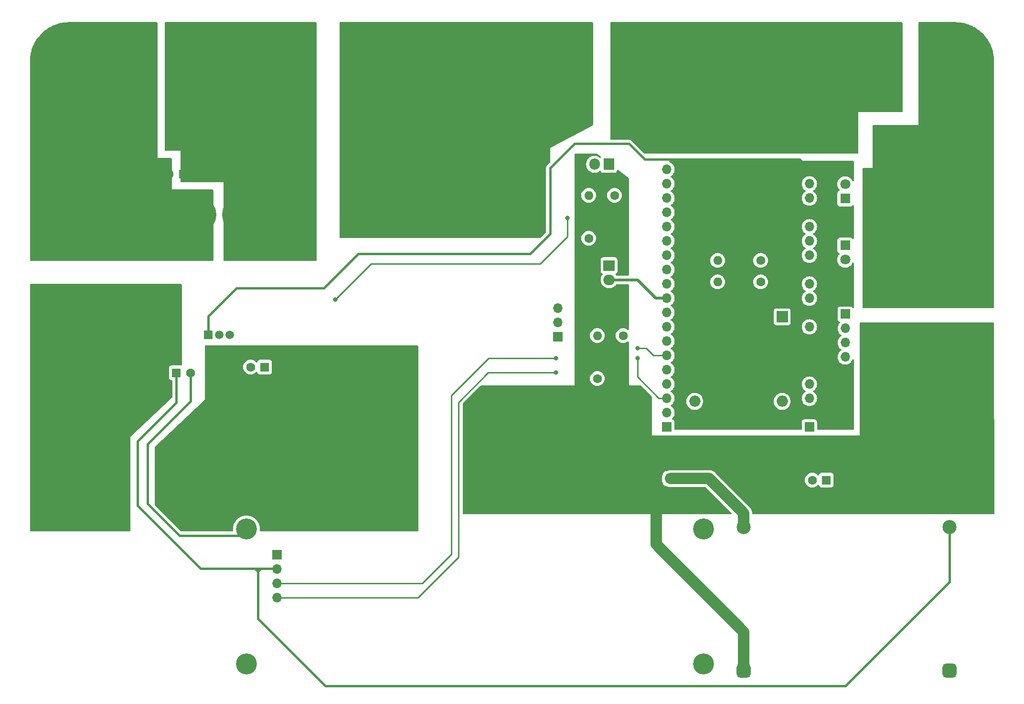
<source format=gbr>
%TF.GenerationSoftware,KiCad,Pcbnew,(7.0.0-0)*%
%TF.CreationDate,2023-07-06T19:43:53+02:00*%
%TF.ProjectId,Mstr_Controller_Board_v01,4d737472-5f43-46f6-9e74-726f6c6c6572,v01*%
%TF.SameCoordinates,Original*%
%TF.FileFunction,Copper,L2,Bot*%
%TF.FilePolarity,Positive*%
%FSLAX46Y46*%
G04 Gerber Fmt 4.6, Leading zero omitted, Abs format (unit mm)*
G04 Created by KiCad (PCBNEW (7.0.0-0)) date 2023-07-06 19:43:53*
%MOMM*%
%LPD*%
G01*
G04 APERTURE LIST*
G04 Aperture macros list*
%AMRoundRect*
0 Rectangle with rounded corners*
0 $1 Rounding radius*
0 $2 $3 $4 $5 $6 $7 $8 $9 X,Y pos of 4 corners*
0 Add a 4 corners polygon primitive as box body*
4,1,4,$2,$3,$4,$5,$6,$7,$8,$9,$2,$3,0*
0 Add four circle primitives for the rounded corners*
1,1,$1+$1,$2,$3*
1,1,$1+$1,$4,$5*
1,1,$1+$1,$6,$7*
1,1,$1+$1,$8,$9*
0 Add four rect primitives between the rounded corners*
20,1,$1+$1,$2,$3,$4,$5,0*
20,1,$1+$1,$4,$5,$6,$7,0*
20,1,$1+$1,$6,$7,$8,$9,0*
20,1,$1+$1,$8,$9,$2,$3,0*%
%AMHorizOval*
0 Thick line with rounded ends*
0 $1 width*
0 $2 $3 position (X,Y) of the first rounded end (center of the circle)*
0 $4 $5 position (X,Y) of the second rounded end (center of the circle)*
0 Add line between two ends*
20,1,$1,$2,$3,$4,$5,0*
0 Add two circle primitives to create the rounded ends*
1,1,$1,$2,$3*
1,1,$1,$4,$5*%
G04 Aperture macros list end*
%TA.AperFunction,ComponentPad*%
%ADD10C,1.600000*%
%TD*%
%TA.AperFunction,ComponentPad*%
%ADD11O,1.600000X1.600000*%
%TD*%
%TA.AperFunction,ComponentPad*%
%ADD12C,2.000000*%
%TD*%
%TA.AperFunction,ComponentPad*%
%ADD13C,14.000000*%
%TD*%
%TA.AperFunction,ComponentPad*%
%ADD14O,1.700000X1.700000*%
%TD*%
%TA.AperFunction,ComponentPad*%
%ADD15R,1.700000X1.700000*%
%TD*%
%TA.AperFunction,ComponentPad*%
%ADD16C,15.000000*%
%TD*%
%TA.AperFunction,ComponentPad*%
%ADD17R,1.600000X1.600000*%
%TD*%
%TA.AperFunction,ComponentPad*%
%ADD18R,2.000000X1.905000*%
%TD*%
%TA.AperFunction,ComponentPad*%
%ADD19O,2.000000X1.905000*%
%TD*%
%TA.AperFunction,ComponentPad*%
%ADD20R,1.800000X1.800000*%
%TD*%
%TA.AperFunction,ComponentPad*%
%ADD21C,1.800000*%
%TD*%
%TA.AperFunction,ComponentPad*%
%ADD22R,2.000000X2.000000*%
%TD*%
%TA.AperFunction,ComponentPad*%
%ADD23O,2.000000X2.000000*%
%TD*%
%TA.AperFunction,ComponentPad*%
%ADD24C,3.716000*%
%TD*%
%TA.AperFunction,ComponentPad*%
%ADD25R,1.500000X1.500000*%
%TD*%
%TA.AperFunction,ComponentPad*%
%ADD26C,1.500000*%
%TD*%
%TA.AperFunction,ComponentPad*%
%ADD27HorizOval,0.800000X0.000000X0.000000X0.000000X0.000000X0*%
%TD*%
%TA.AperFunction,ComponentPad*%
%ADD28HorizOval,0.800000X0.000000X0.000000X0.000000X0.000000X0*%
%TD*%
%TA.AperFunction,ComponentPad*%
%ADD29C,0.800000*%
%TD*%
%TA.AperFunction,ComponentPad*%
%ADD30O,9.000000X6.000000*%
%TD*%
%TA.AperFunction,ComponentPad*%
%ADD31RoundRect,0.625000X0.625000X0.625000X-0.625000X0.625000X-0.625000X-0.625000X0.625000X-0.625000X0*%
%TD*%
%TA.AperFunction,ComponentPad*%
%ADD32C,2.500000*%
%TD*%
%TA.AperFunction,ComponentPad*%
%ADD33R,1.905000X2.000000*%
%TD*%
%TA.AperFunction,ComponentPad*%
%ADD34O,1.905000X2.000000*%
%TD*%
%TA.AperFunction,ViaPad*%
%ADD35C,0.800000*%
%TD*%
%TA.AperFunction,Conductor*%
%ADD36C,0.400000*%
%TD*%
%TA.AperFunction,Conductor*%
%ADD37C,0.250000*%
%TD*%
%TA.AperFunction,Conductor*%
%ADD38C,2.000000*%
%TD*%
%TA.AperFunction,Conductor*%
%ADD39C,0.500000*%
%TD*%
G04 APERTURE END LIST*
D10*
%TO.P,R4,1*%
%TO.N,SSS_Reset*%
X151638000Y-70373000D03*
D11*
%TO.P,R4,2*%
%TO.N,Net-(Q2-G)*%
X151637999Y-62752999D03*
%TD*%
D12*
%TO.P,J3,1,Pin_1*%
%TO.N,/BATT(+)*%
X57912000Y-114061000D03*
X60452000Y-114061000D03*
X62992000Y-114061000D03*
X57912000Y-111521000D03*
X60452000Y-111521000D03*
X62992000Y-111521000D03*
X57912000Y-108981000D03*
X60452000Y-108981000D03*
X62992000Y-108981000D03*
%TD*%
D13*
%TO.P,J1,1,Pin_1*%
%TO.N,V_Charge{slash}Load(+)*%
X117141000Y-46671000D03*
%TO.P,J1,2,Pin_2*%
%TO.N,V_batt(+)*%
X90141000Y-46671000D03*
D14*
%TO.P,J1,3,Pin_3*%
%TO.N,WPU_2*%
X146150999Y-82740999D03*
%TO.P,J1,4,Pin_4*%
%TO.N,V_batt(+)*%
X146150999Y-85280999D03*
D15*
%TO.P,J1,5,Pin_5*%
%TO.N,WPU_1*%
X146150999Y-87820999D03*
%TD*%
D12*
%TO.P,J6,1,Pin_1*%
%TO.N,/LOAD(-)*%
X213360000Y-44196000D03*
X215900000Y-44196000D03*
X218440000Y-44196000D03*
X213360000Y-41656000D03*
X215900000Y-41656000D03*
X218440000Y-41656000D03*
X213360000Y-39116000D03*
X215900000Y-39116000D03*
X218440000Y-39116000D03*
%TD*%
D16*
%TO.P,F3,1*%
%TO.N,V_Charge{slash}Load(+)*%
X135382000Y-44973000D03*
%TO.P,F3,2*%
%TO.N,/LOAD(+)*%
X186182000Y-44973000D03*
%TD*%
D12*
%TO.P,J4,1,Pin_1*%
%TO.N,/BATT(-)*%
X78994000Y-114061000D03*
X81534000Y-114061000D03*
X84074000Y-114061000D03*
X78994000Y-111521000D03*
X81534000Y-111521000D03*
X84074000Y-111521000D03*
X78994000Y-108981000D03*
X81534000Y-108981000D03*
X84074000Y-108981000D03*
%TD*%
D10*
%TO.P,R8,1*%
%TO.N,Net-(D2-A)*%
X182118000Y-78097000D03*
D11*
%TO.P,R8,2*%
%TO.N,Net-(R8-Pad2)*%
X174497999Y-78096999D03*
%TD*%
D15*
%TO.P,J2,1,Pin_1*%
%TO.N,/VCC_OFF_Board  *%
X197103999Y-83819999D03*
D14*
%TO.P,J2,2,Pin_2*%
%TO.N,/Comms_ISO_IN*%
X197103999Y-86359999D03*
%TO.P,J2,3,Pin_3*%
%TO.N,/Comms_ISO_OUT*%
X197103999Y-88899999D03*
%TO.P,J2,4,Pin_4*%
%TO.N,/GND_OFF_Board  *%
X197103999Y-91439999D03*
%TD*%
D17*
%TO.P,C7,1*%
%TO.N,VCC*%
X78525999Y-94248999D03*
D10*
%TO.P,C7,2*%
%TO.N,GND*%
X81026000Y-94249000D03*
%TD*%
D18*
%TO.P,Q1,1,G*%
%TO.N,Net-(Q1-G)*%
X155264999Y-75198999D03*
D19*
%TO.P,Q1,2,D*%
%TO.N,WPU_1*%
X155264999Y-77738999D03*
%TO.P,Q1,3,S*%
%TO.N,V_batt(-)*%
X155264999Y-80278999D03*
%TD*%
D20*
%TO.P,D2,1,K*%
%TO.N,GND*%
X197103999Y-71622999D03*
D21*
%TO.P,D2,2,A*%
%TO.N,Net-(D2-A)*%
X197104000Y-74163000D03*
%TD*%
D10*
%TO.P,R2,1*%
%TO.N,Net-(Q1-G)*%
X157734000Y-87645000D03*
D11*
%TO.P,R2,2*%
%TO.N,V_batt(-)*%
X157733999Y-95264999D03*
%TD*%
D12*
%TO.P,J5,1,Pin_1*%
%TO.N,/LOAD(+)*%
X198628000Y-44196000D03*
X201168000Y-44196000D03*
X203708000Y-44196000D03*
X198628000Y-41656000D03*
X201168000Y-41656000D03*
X203708000Y-41656000D03*
X198628000Y-39116000D03*
X201168000Y-39116000D03*
X203708000Y-39116000D03*
%TD*%
D10*
%TO.P,R1,1*%
%TO.N,SSS_Set*%
X153162000Y-95265000D03*
D11*
%TO.P,R1,2*%
%TO.N,Net-(Q1-G)*%
X153161999Y-87644999D03*
%TD*%
D17*
%TO.P,C6,1*%
%TO.N,V_batt(+)*%
X79755999Y-58942999D03*
D10*
%TO.P,C6,2*%
%TO.N,V_batt(+)_0*%
X77256000Y-58943000D03*
%TD*%
D17*
%TO.P,C4,1*%
%TO.N,V_batt(+)*%
X166115999Y-113029999D03*
D10*
%TO.P,C4,2*%
%TO.N,V_batt(-)*%
X163616000Y-113030000D03*
%TD*%
%TO.P,R7,1*%
%TO.N,Net-(D1-A)*%
X182118000Y-74287000D03*
D11*
%TO.P,R7,2*%
%TO.N,Net-(R7-Pad2)*%
X174497999Y-74286999D03*
%TD*%
D22*
%TO.P,C2,1*%
%TO.N,/VCC_OFF_Board  *%
X185927999Y-84312999D03*
D23*
%TO.P,C2,2*%
%TO.N,/GND_OFF_Board  *%
X185927999Y-99312999D03*
%TD*%
D17*
%TO.P,C3,1*%
%TO.N,VCC*%
X193761999Y-113298999D03*
D10*
%TO.P,C3,2*%
%TO.N,GND*%
X191262000Y-113299000D03*
%TD*%
D15*
%TO.P,U3,1*%
%TO.N,GND*%
X96397999Y-126524999D03*
D14*
%TO.P,U3,2*%
%TO.N,VCC*%
X96397999Y-129064999D03*
%TO.P,U3,3*%
%TO.N,SDA*%
X96397999Y-131604999D03*
%TO.P,U3,4*%
%TO.N,SCL*%
X96397999Y-134144999D03*
D24*
%TO.P,U3,P1*%
%TO.N,GND*%
X90958000Y-121935000D03*
%TO.P,U3,P2*%
X90958000Y-145935000D03*
%TO.P,U3,P3*%
%TO.N,N/C*%
X171958000Y-121935000D03*
%TO.P,U3,P4*%
%TO.N,GND*%
X171958000Y-145935000D03*
%TD*%
D10*
%TO.P,R3,1*%
%TO.N,Net-(Q2-G)*%
X156210000Y-62753000D03*
D11*
%TO.P,R3,2*%
%TO.N,V_batt(-)*%
X156209999Y-70372999D03*
%TD*%
D20*
%TO.P,D1,1,K*%
%TO.N,GND*%
X197103999Y-63297999D03*
D21*
%TO.P,D1,2,A*%
%TO.N,Net-(D1-A)*%
X197104000Y-60758000D03*
%TD*%
D16*
%TO.P,F2,1*%
%TO.N,V_batt(-)*%
X150876000Y-106949000D03*
%TO.P,F2,2*%
%TO.N,/BATT(-)*%
X100076000Y-106949000D03*
%TD*%
%TO.P,F1,1*%
%TO.N,V_batt(+)_0*%
X65278000Y-44211000D03*
%TO.P,F1,2*%
%TO.N,/BATT(+)*%
X65278000Y-95011000D03*
%TD*%
D25*
%TO.P,U2,1,VCC*%
%TO.N,VCC*%
X84205999Y-87531999D03*
D26*
%TO.P,U2,2,GND*%
%TO.N,GND*%
X86116000Y-87532000D03*
%TO.P,U2,3,VIOUT*%
%TO.N,I_Sense*%
X88026000Y-87532000D03*
D27*
%TO.P,U2,4,IP+*%
%TO.N,V_batt(+)*%
X87165999Y-65501999D03*
D28*
X87165999Y-66761999D03*
D29*
X87916000Y-64472000D03*
X87916000Y-67792000D03*
X89116000Y-64082000D03*
X89116000Y-68182000D03*
X90446000Y-64082000D03*
X90446000Y-68182000D03*
D30*
X91115999Y-66131999D03*
D29*
X91786000Y-64082000D03*
X91786000Y-68182000D03*
X93116000Y-64082000D03*
X93116000Y-68182000D03*
X94316000Y-64472000D03*
X94316000Y-67792000D03*
X95066000Y-65502000D03*
X95066000Y-66762000D03*
%TO.P,U2,5,IP-*%
%TO.N,V_batt(+)_0*%
X77166000Y-65502000D03*
X77166000Y-66762000D03*
X77916000Y-64472000D03*
X77916000Y-67792000D03*
X79116000Y-64082000D03*
X79116000Y-68182000D03*
X80446000Y-64082000D03*
X80446000Y-68182000D03*
D30*
X81115999Y-66131999D03*
D29*
X81786000Y-64082000D03*
X81786000Y-68182000D03*
X83116000Y-64082000D03*
X83116000Y-68182000D03*
X84316000Y-64472000D03*
X84316000Y-67792000D03*
D28*
X85065999Y-65501999D03*
D27*
X85065999Y-66761999D03*
%TD*%
D17*
%TO.P,C5,1*%
%TO.N,I_Sense*%
X94193999Y-93232999D03*
D10*
%TO.P,C5,2*%
%TO.N,GND*%
X91694000Y-93233000D03*
%TD*%
D16*
%TO.P,F4,1*%
%TO.N,V_batt(-)*%
X211582000Y-108966000D03*
%TO.P,F4,2*%
%TO.N,/LOAD(-)*%
X211582000Y-58166000D03*
%TD*%
D31*
%TO.P,U6,1,Vo(-)*%
%TO.N,GND*%
X215608000Y-147131000D03*
D32*
%TO.P,U6,2,Vo(+)*%
%TO.N,VCC*%
X215608000Y-121631000D03*
D31*
%TO.P,U6,3,Vi(-)*%
%TO.N,V_batt(-)*%
X179108000Y-147131000D03*
D32*
%TO.P,U6,4,Vi(+)*%
%TO.N,V_batt(+)*%
X179108000Y-121631000D03*
%TD*%
D22*
%TO.P,C1,1*%
%TO.N,VCC*%
X170433999Y-84312999D03*
D23*
%TO.P,C1,2*%
%TO.N,GND*%
X170433999Y-99312999D03*
%TD*%
D33*
%TO.P,Q2,1,G*%
%TO.N,Net-(Q2-G)*%
X155193999Y-57235999D03*
D34*
%TO.P,Q2,2,D*%
%TO.N,WPU_2*%
X152653999Y-57235999D03*
%TO.P,Q2,3,S*%
%TO.N,V_batt(-)*%
X150113999Y-57235999D03*
%TD*%
D14*
%TO.P,U1,0*%
%TO.N,WPU_2*%
X165513999Y-70857999D03*
%TO.P,U1,2*%
%TO.N,unconnected-(U1-Pad2)*%
X165513999Y-68317999D03*
D15*
%TO.P,U1,3V3*%
%TO.N,unconnected-(U1-Pad3V3)*%
X190753999Y-103877999D03*
D14*
%TO.P,U1,4*%
%TO.N,I_Sense*%
X165513999Y-73397999D03*
%TO.P,U1,5*%
%TO.N,WPU_1*%
X165513999Y-81017999D03*
%TO.P,U1,5V*%
%TO.N,VCC*%
X190753999Y-58157999D03*
%TO.P,U1,12*%
%TO.N,unconnected-(U1-Pad12)*%
X190753999Y-73397999D03*
%TO.P,U1,13*%
%TO.N,unconnected-(U1-Pad13)*%
X190753999Y-68317999D03*
%TO.P,U1,15*%
%TO.N,unconnected-(U1-Pad15)*%
X165513999Y-65777999D03*
%TO.P,U1,16*%
%TO.N,SSS_Reset*%
X165513999Y-75937999D03*
%TO.P,U1,17*%
%TO.N,SSS_Set*%
X165513999Y-78477999D03*
%TO.P,U1,18*%
%TO.N,Net-(R7-Pad2)*%
X165513999Y-83557999D03*
%TO.P,U1,19*%
%TO.N,Net-(R8-Pad2)*%
X165513999Y-86097999D03*
%TO.P,U1,21*%
%TO.N,SDA*%
X165513999Y-91177999D03*
%TO.P,U1,22*%
%TO.N,SCL*%
X165513999Y-98797999D03*
%TO.P,U1,23*%
%TO.N,unconnected-(U1-Pad23)*%
X165513999Y-101337999D03*
%TO.P,U1,26*%
%TO.N,unconnected-(U1-Pad26)*%
X190753999Y-81017999D03*
%TO.P,U1,27*%
%TO.N,unconnected-(U1-Pad27)*%
X190753999Y-78477999D03*
%TO.P,U1,33*%
%TO.N,unconnected-(U1-Pad33)*%
X190753999Y-86097999D03*
%TO.P,U1,CLK*%
%TO.N,unconnected-(U1-PadCLK)*%
X165513999Y-58157999D03*
%TO.P,U1,CMD*%
%TO.N,unconnected-(U1-PadCMD)*%
X190753999Y-60697999D03*
%TO.P,U1,D0*%
%TO.N,unconnected-(U1-PadD0)*%
X165513999Y-60697999D03*
%TO.P,U1,D1*%
%TO.N,unconnected-(U1-PadD1)*%
X165513999Y-63237999D03*
%TO.P,U1,D3*%
%TO.N,unconnected-(U1-PadD3)*%
X190753999Y-63237999D03*
%TO.P,U1,EN*%
%TO.N,VCC*%
X190753999Y-101337999D03*
%TO.P,U1,GND*%
%TO.N,GND*%
X190753999Y-70857999D03*
D15*
X165513999Y-103877999D03*
D14*
X165513999Y-88637999D03*
%TO.P,U1,RX*%
%TO.N,RX0*%
X165513999Y-93717999D03*
%TO.P,U1,TX*%
%TO.N,TX0*%
X165513999Y-96257999D03*
%TO.P,U1,VN*%
%TO.N,unconnected-(U1-PadVN)*%
X190753999Y-96257999D03*
%TO.P,U1,VP*%
%TO.N,unconnected-(U1-PadVP)*%
X190753999Y-98797999D03*
%TD*%
D35*
%TO.N,VCC*%
X175514000Y-87376000D03*
%TO.N,SCL*%
X145796000Y-94234000D03*
%TO.N,SDA*%
X145796000Y-91694000D03*
X160274000Y-89916000D03*
%TO.N,SCL*%
X160274000Y-91694000D03*
%TO.N,I_Sense*%
X147828000Y-66802000D03*
X106680000Y-81280000D03*
%TO.N,/BATT(-)*%
X83566000Y-101346000D03*
X82042000Y-102870000D03*
X89662000Y-95250000D03*
X85344000Y-98044000D03*
X85344000Y-100330000D03*
X87630000Y-93726000D03*
X87630000Y-96012000D03*
X87630000Y-102362000D03*
X85344000Y-96012000D03*
X85344000Y-93726000D03*
X87630000Y-100330000D03*
X87630000Y-98044000D03*
X85344000Y-102362000D03*
X98552000Y-98806000D03*
X104140000Y-97282000D03*
X106426000Y-101600000D03*
X90424000Y-97282000D03*
X106426000Y-94996000D03*
X106426000Y-99314000D03*
X94996000Y-97282000D03*
X104140000Y-99314000D03*
X104140000Y-90678000D03*
X104140000Y-92964000D03*
X101854000Y-97282000D03*
X92710000Y-97282000D03*
X106426000Y-92964000D03*
X106426000Y-90678000D03*
X101854000Y-92964000D03*
X97282000Y-90678000D03*
X90424000Y-99314000D03*
X97282000Y-97282000D03*
X106426000Y-97282000D03*
X97282000Y-92964000D03*
X92710000Y-101600000D03*
X99568000Y-97282000D03*
X104140000Y-94996000D03*
X95504000Y-99314000D03*
X90424000Y-101600000D03*
X99568000Y-90678000D03*
X99568000Y-92964000D03*
X101854000Y-90678000D03*
X97282000Y-94996000D03*
X92710000Y-99314000D03*
X99568000Y-94996000D03*
X101854000Y-94996000D03*
X120142000Y-110236000D03*
X113284000Y-114554000D03*
X115570000Y-114554000D03*
X110998000Y-114554000D03*
X120142000Y-112522000D03*
X110998000Y-110236000D03*
X115570000Y-116840000D03*
X108712000Y-118872000D03*
X117856000Y-110236000D03*
X108712000Y-114554000D03*
X117856000Y-112522000D03*
X117856000Y-118872000D03*
X117856000Y-121158000D03*
X115570000Y-112522000D03*
X120142000Y-121158000D03*
X120142000Y-118872000D03*
X115570000Y-121158000D03*
X108712000Y-116840000D03*
X110998000Y-118872000D03*
X115570000Y-110236000D03*
X113284000Y-110236000D03*
X110998000Y-116840000D03*
X108712000Y-112522000D03*
X110998000Y-121158000D03*
X117856000Y-116840000D03*
X110998000Y-112522000D03*
X108712000Y-121158000D03*
X108712000Y-110236000D03*
X113284000Y-118872000D03*
X113284000Y-121158000D03*
X117856000Y-114554000D03*
X115570000Y-118872000D03*
X113284000Y-116840000D03*
X120142000Y-116840000D03*
X113284000Y-112522000D03*
X120142000Y-114554000D03*
X120142000Y-90678000D03*
X113284000Y-94996000D03*
X117856000Y-105918000D03*
X115570000Y-94996000D03*
X110998000Y-94996000D03*
X120142000Y-103632000D03*
X120142000Y-107950000D03*
X120142000Y-92964000D03*
X110998000Y-90678000D03*
X115570000Y-97282000D03*
X108712000Y-99314000D03*
X108712000Y-105918000D03*
X117856000Y-90678000D03*
X108712000Y-94996000D03*
X117856000Y-107950000D03*
X117856000Y-92964000D03*
X117856000Y-99314000D03*
X117856000Y-101600000D03*
X115570000Y-92964000D03*
X115570000Y-105918000D03*
X113284000Y-107950000D03*
X120142000Y-101600000D03*
X120142000Y-99314000D03*
X115570000Y-101600000D03*
X115570000Y-107950000D03*
X108712000Y-97282000D03*
X110998000Y-99314000D03*
X110998000Y-105918000D03*
X115570000Y-90678000D03*
X113284000Y-90678000D03*
X110998000Y-107950000D03*
X120142000Y-105918000D03*
X110998000Y-97282000D03*
X108712000Y-92964000D03*
X110998000Y-101600000D03*
X117856000Y-97282000D03*
X113284000Y-105918000D03*
X117856000Y-103632000D03*
X110998000Y-92964000D03*
X108712000Y-107950000D03*
X108712000Y-101600000D03*
X108712000Y-90678000D03*
X113284000Y-99314000D03*
X113284000Y-101600000D03*
X117856000Y-94996000D03*
X115570000Y-99314000D03*
X113284000Y-97282000D03*
X110998000Y-103632000D03*
X120142000Y-97282000D03*
X113284000Y-92964000D03*
X120142000Y-94996000D03*
X113284000Y-103632000D03*
X108712000Y-103632000D03*
X115570000Y-103632000D03*
X87376000Y-109220000D03*
X87376000Y-111506000D03*
X87376000Y-115824000D03*
X87376000Y-113538000D03*
X76962000Y-114046000D03*
X78994000Y-105156000D03*
X106934000Y-120650000D03*
X81026000Y-104648000D03*
X91694000Y-118364000D03*
X78994000Y-114046000D03*
X83058000Y-104648000D03*
X102616000Y-116078000D03*
X78994000Y-120650000D03*
X81026000Y-120650000D03*
X76962000Y-106934000D03*
X87376000Y-120650000D03*
X91694000Y-104648000D03*
X93980000Y-120650000D03*
X104648000Y-120650000D03*
X78994000Y-109220000D03*
X100330000Y-116078000D03*
X85344000Y-120650000D03*
X91694000Y-109220000D03*
X106934000Y-118364000D03*
X76962000Y-118364000D03*
X89662000Y-118364000D03*
X104648000Y-118364000D03*
X98298000Y-118364000D03*
X96012000Y-118364000D03*
X104648000Y-116078000D03*
X91694000Y-116078000D03*
X89662000Y-113792000D03*
X76962000Y-111506000D03*
X91694000Y-106934000D03*
X96012000Y-120650000D03*
X98298000Y-120650000D03*
X96012000Y-116078000D03*
X89662000Y-116078000D03*
X83058000Y-106934000D03*
X78994000Y-106934000D03*
X85344000Y-104648000D03*
X89662000Y-104648000D03*
X91694000Y-111506000D03*
X106934000Y-116078000D03*
X106172000Y-113792000D03*
X89662000Y-111506000D03*
X87376000Y-118364000D03*
X87376000Y-106934000D03*
X100330000Y-118364000D03*
X91694000Y-113792000D03*
X93980000Y-118364000D03*
X89662000Y-109220000D03*
X87376000Y-104648000D03*
X83058000Y-120650000D03*
X78994000Y-118364000D03*
X81026000Y-106934000D03*
X78994000Y-116332000D03*
X76962000Y-116332000D03*
X96012000Y-113792000D03*
X76962000Y-109220000D03*
X81026000Y-118364000D03*
X102616000Y-118364000D03*
X98298000Y-116078000D03*
X85344000Y-118364000D03*
X93980000Y-111506000D03*
X100330000Y-120650000D03*
X89662000Y-106934000D03*
X83058000Y-118364000D03*
X102616000Y-120650000D03*
X93980000Y-113792000D03*
X85344000Y-106934000D03*
X93980000Y-116078000D03*
X78994000Y-111506000D03*
%TO.N,/BATT(+)*%
X76200000Y-97028000D03*
X76200000Y-92710000D03*
X76200000Y-94742000D03*
X76200000Y-99060000D03*
X74168000Y-97282000D03*
X74168000Y-92964000D03*
X74168000Y-94996000D03*
X77724000Y-88646000D03*
X77724000Y-84328000D03*
X75438000Y-82042000D03*
X75438000Y-88646000D03*
X77724000Y-80010000D03*
X77724000Y-82042000D03*
X75438000Y-80010000D03*
X75438000Y-84328000D03*
X75438000Y-86360000D03*
X77724000Y-86360000D03*
X75946000Y-90678000D03*
X54102000Y-79502000D03*
X54102000Y-83566000D03*
X54102000Y-89916000D03*
X54102000Y-100584000D03*
X54102000Y-98552000D03*
X54102000Y-96520000D03*
X54102000Y-87884000D03*
X54102000Y-81280000D03*
X54102000Y-92202000D03*
X54102000Y-102616000D03*
X54102000Y-85598000D03*
X54102000Y-94234000D03*
X56642000Y-81534000D03*
X61214000Y-88138000D03*
X70358000Y-88138000D03*
X56642000Y-85852000D03*
X70358000Y-83820000D03*
X63500000Y-81534000D03*
X56642000Y-100838000D03*
X72644000Y-83820000D03*
X73152000Y-90424000D03*
X61214000Y-81534000D03*
X68072000Y-81534000D03*
X72644000Y-79502000D03*
X65786000Y-79502000D03*
X70358000Y-79502000D03*
X72136000Y-101346000D03*
X73660000Y-99822000D03*
X61214000Y-83820000D03*
X58928000Y-90170000D03*
X56642000Y-90170000D03*
X65786000Y-81534000D03*
X70358000Y-81534000D03*
X61214000Y-102870000D03*
X58928000Y-83820000D03*
X65786000Y-83820000D03*
X68072000Y-79502000D03*
X72898000Y-88138000D03*
X72644000Y-81534000D03*
X58928000Y-85852000D03*
X58928000Y-79502000D03*
X56642000Y-102870000D03*
X61214000Y-85852000D03*
X63500000Y-79502000D03*
X56642000Y-94488000D03*
X68326000Y-102870000D03*
X68072000Y-83820000D03*
X63500000Y-85852000D03*
X68072000Y-85852000D03*
X61214000Y-79502000D03*
X58928000Y-102870000D03*
X58928000Y-81534000D03*
X56642000Y-79502000D03*
X56642000Y-88138000D03*
X72644000Y-85852000D03*
X56642000Y-96774000D03*
X70358000Y-102870000D03*
X56642000Y-98806000D03*
X58928000Y-100838000D03*
X65786000Y-85852000D03*
X63500000Y-83820000D03*
X58928000Y-88138000D03*
X56642000Y-83820000D03*
X70358000Y-85852000D03*
X56642000Y-92456000D03*
X63500000Y-121412000D03*
X58674000Y-121412000D03*
X54102000Y-121412000D03*
X65786000Y-121412000D03*
X56388000Y-121412000D03*
X60960000Y-121412000D03*
X67818000Y-121412000D03*
%TO.N,V_batt(-)*%
X167640000Y-115824000D03*
X174498000Y-118110000D03*
X172212000Y-118110000D03*
X172212000Y-115824000D03*
X169926000Y-115824000D03*
X165354000Y-118110000D03*
X167640000Y-118110000D03*
X165354000Y-115824000D03*
X169926000Y-118110000D03*
X184150000Y-118110000D03*
X181864000Y-118110000D03*
X184150000Y-107442000D03*
X177292000Y-111760000D03*
X179578000Y-111760000D03*
X175006000Y-111760000D03*
X184150000Y-109728000D03*
X175006000Y-107442000D03*
X179578000Y-114046000D03*
X181864000Y-107442000D03*
X181864000Y-109728000D03*
X181864000Y-116078000D03*
X179578000Y-109728000D03*
X184150000Y-116078000D03*
X179578000Y-107442000D03*
X177292000Y-107442000D03*
X181864000Y-114046000D03*
X175006000Y-109728000D03*
X181864000Y-111760000D03*
X179578000Y-116078000D03*
X177292000Y-114046000D03*
X184150000Y-114046000D03*
X177292000Y-109728000D03*
X184150000Y-111760000D03*
X139954000Y-98298000D03*
X133096000Y-102616000D03*
X137668000Y-113538000D03*
X135382000Y-102616000D03*
X130810000Y-102616000D03*
X139954000Y-111252000D03*
X139954000Y-100584000D03*
X135382000Y-104902000D03*
X137668000Y-98298000D03*
X137668000Y-100584000D03*
X137668000Y-106934000D03*
X137668000Y-109220000D03*
X135382000Y-100584000D03*
X135382000Y-113538000D03*
X139954000Y-109220000D03*
X139954000Y-106934000D03*
X135382000Y-109220000D03*
X130810000Y-106934000D03*
X130810000Y-113538000D03*
X135382000Y-98298000D03*
X133096000Y-98298000D03*
X139954000Y-113538000D03*
X130810000Y-104902000D03*
X130810000Y-109220000D03*
X137668000Y-104902000D03*
X133096000Y-113538000D03*
X137668000Y-111252000D03*
X130810000Y-100584000D03*
X133096000Y-106934000D03*
X133096000Y-109220000D03*
X137668000Y-102616000D03*
X135382000Y-106934000D03*
X133096000Y-104902000D03*
X130810000Y-111252000D03*
X139954000Y-104902000D03*
X133096000Y-100584000D03*
X139954000Y-102616000D03*
X133096000Y-111252000D03*
X135382000Y-111252000D03*
X157226000Y-118364000D03*
X150876000Y-118364000D03*
X144272000Y-118364000D03*
X148590000Y-118364000D03*
X131318000Y-118364000D03*
X159258000Y-118364000D03*
X133604000Y-118364000D03*
X152908000Y-118364000D03*
X142240000Y-118364000D03*
X139954000Y-118364000D03*
X161290000Y-118364000D03*
X146558000Y-118364000D03*
X155194000Y-118364000D03*
X135636000Y-118364000D03*
X137922000Y-118364000D03*
X131318000Y-116332000D03*
X159258000Y-116332000D03*
X157226000Y-116332000D03*
X150876000Y-116332000D03*
X144272000Y-116332000D03*
X148590000Y-116332000D03*
X133604000Y-116332000D03*
X152908000Y-116332000D03*
X142240000Y-116332000D03*
X139954000Y-116332000D03*
X161290000Y-116332000D03*
X146558000Y-116332000D03*
X155194000Y-116332000D03*
X137922000Y-116332000D03*
X135636000Y-116332000D03*
X157734000Y-112522000D03*
X144018000Y-112522000D03*
X142494000Y-107696000D03*
X144526000Y-98298000D03*
X161544000Y-98298000D03*
X168148000Y-107442000D03*
X146558000Y-98298000D03*
X148590000Y-98298000D03*
X168148000Y-109728000D03*
X144526000Y-114300000D03*
X146558000Y-114300000D03*
X142494000Y-100584000D03*
X157226000Y-98298000D03*
X159512000Y-100584000D03*
X159512000Y-114300000D03*
X155194000Y-114300000D03*
X161544000Y-100584000D03*
X165862000Y-109728000D03*
X142494000Y-112014000D03*
X161544000Y-112014000D03*
X170180000Y-109728000D03*
X142494000Y-105156000D03*
X157226000Y-100584000D03*
X161544000Y-114300000D03*
X161544000Y-109728000D03*
X144526000Y-100584000D03*
X150876000Y-98298000D03*
X155194000Y-98298000D03*
X172466000Y-109728000D03*
X172466000Y-107442000D03*
X142494000Y-98298000D03*
X142494000Y-114300000D03*
X157226000Y-114300000D03*
X161544000Y-105156000D03*
X159512000Y-112014000D03*
X152908000Y-98298000D03*
X161544000Y-102870000D03*
X163830000Y-107442000D03*
X159512000Y-98298000D03*
X142494000Y-109982000D03*
X161544000Y-107442000D03*
X142494000Y-102870000D03*
X163830000Y-109728000D03*
X165862000Y-107442000D03*
X159512000Y-105156000D03*
X170180000Y-107442000D03*
X159512000Y-107442000D03*
X159512000Y-102870000D03*
X159512000Y-109728000D03*
X198120000Y-107188000D03*
X196342000Y-107188000D03*
X201168000Y-100838000D03*
X203454000Y-105156000D03*
X203454000Y-98552000D03*
X203454000Y-102870000D03*
X203454000Y-87884000D03*
X202692000Y-107188000D03*
X202184000Y-86360000D03*
X201168000Y-102870000D03*
X201168000Y-87884000D03*
X201168000Y-94234000D03*
X201168000Y-96520000D03*
X203454000Y-96520000D03*
X203454000Y-94234000D03*
X201168000Y-105156000D03*
X203454000Y-100838000D03*
X201168000Y-92202000D03*
X201168000Y-98552000D03*
X201168000Y-89916000D03*
X200406000Y-107188000D03*
X203454000Y-92202000D03*
X203454000Y-89916000D03*
X202692000Y-109474000D03*
X188976000Y-111760000D03*
X196342000Y-114046000D03*
X198120000Y-113792000D03*
X186690000Y-118110000D03*
X202692000Y-111760000D03*
X190500000Y-106426000D03*
X198120000Y-116078000D03*
X186690000Y-116078000D03*
X200406000Y-109474000D03*
X200406000Y-111760000D03*
X200406000Y-118110000D03*
X198120000Y-111760000D03*
X202692000Y-118110000D03*
X188976000Y-118110000D03*
X186690000Y-113792000D03*
X198120000Y-109474000D03*
X196342000Y-109474000D03*
X200406000Y-116078000D03*
X186690000Y-111760000D03*
X191516000Y-107950000D03*
X186690000Y-109474000D03*
X200406000Y-113792000D03*
X198120000Y-118110000D03*
X188976000Y-113792000D03*
X196342000Y-116586000D03*
X202692000Y-116078000D03*
X196342000Y-111760000D03*
X202692000Y-113792000D03*
X188976000Y-116078000D03*
%TO.N,V_batt(+)*%
X81788000Y-42164000D03*
X102362000Y-50800000D03*
X100076000Y-44450000D03*
X102362000Y-55118000D03*
X90678000Y-57404000D03*
X100076000Y-35814000D03*
X100076000Y-48514000D03*
X90678000Y-33528000D03*
X95504000Y-72644000D03*
X100076000Y-37846000D03*
X100076000Y-57150000D03*
X90678000Y-37846000D03*
X102362000Y-57150000D03*
X97790000Y-57150000D03*
X95504000Y-61468000D03*
X88392000Y-35814000D03*
X92964000Y-55118000D03*
X84074000Y-57150000D03*
X102362000Y-61468000D03*
X100076000Y-72644000D03*
X83312000Y-55372000D03*
X81788000Y-49022000D03*
X77216000Y-37846000D03*
X88392000Y-70612000D03*
X84074000Y-35814000D03*
X79502000Y-51308000D03*
X90678000Y-55118000D03*
X84074000Y-40132000D03*
X81788000Y-40132000D03*
X91186000Y-72644000D03*
X79502000Y-35814000D03*
X95504000Y-59436000D03*
X102362000Y-46482000D03*
X77216000Y-35814000D03*
X77216000Y-42164000D03*
X97790000Y-70612000D03*
X90678000Y-35814000D03*
X87884000Y-61468000D03*
X100076000Y-68326000D03*
X95504000Y-40132000D03*
X86106000Y-55118000D03*
X85344000Y-59182000D03*
X96012000Y-63246000D03*
X81788000Y-53340000D03*
X95504000Y-35814000D03*
X100076000Y-61468000D03*
X97790000Y-61468000D03*
X100076000Y-55118000D03*
X80772000Y-55118000D03*
X81788000Y-35814000D03*
X77216000Y-40132000D03*
X88392000Y-59436000D03*
X86106000Y-37846000D03*
X84074000Y-37846000D03*
X83820000Y-53086000D03*
X100076000Y-59436000D03*
X81788000Y-37846000D03*
X79502000Y-42164000D03*
X100076000Y-46482000D03*
X98298000Y-48514000D03*
X77216000Y-33528000D03*
X90170000Y-61468000D03*
X92964000Y-57404000D03*
X97790000Y-33528000D03*
X102362000Y-59436000D03*
X100076000Y-70612000D03*
X77216000Y-46482000D03*
X97790000Y-68326000D03*
X102362000Y-33528000D03*
X102362000Y-70612000D03*
X97790000Y-55118000D03*
X77216000Y-53340000D03*
X102362000Y-68326000D03*
X97790000Y-35814000D03*
X88392000Y-55118000D03*
X100076000Y-42164000D03*
X92964000Y-59436000D03*
X79502000Y-44450000D03*
X86106000Y-35814000D03*
X77216000Y-51308000D03*
X95504000Y-57150000D03*
X82804000Y-58674000D03*
X86106000Y-33528000D03*
X79502000Y-46482000D03*
X92964000Y-33528000D03*
X98044000Y-44196000D03*
X100076000Y-40132000D03*
X96012000Y-69596000D03*
X102362000Y-65786000D03*
X88392000Y-33528000D03*
X102362000Y-35814000D03*
X93472000Y-72644000D03*
X95504000Y-33528000D03*
X102362000Y-42164000D03*
X81788000Y-46482000D03*
X81788000Y-33528000D03*
X95504000Y-37846000D03*
X102362000Y-37846000D03*
X100076000Y-50800000D03*
X92964000Y-37846000D03*
X97790000Y-65786000D03*
X90678000Y-59436000D03*
X86106000Y-57404000D03*
X102362000Y-48514000D03*
X79502000Y-53340000D03*
X81788000Y-51308000D03*
X102362000Y-52832000D03*
X100076000Y-65786000D03*
X100076000Y-52832000D03*
X79502000Y-40132000D03*
X91694000Y-70866000D03*
X97790000Y-40132000D03*
X93980000Y-70866000D03*
X100076000Y-33528000D03*
X77216000Y-44450000D03*
X102362000Y-44450000D03*
X95504000Y-55118000D03*
X102362000Y-63754000D03*
X97790000Y-37846000D03*
X97790000Y-59436000D03*
X97790000Y-42164000D03*
X97790000Y-52832000D03*
X102362000Y-72644000D03*
X88392000Y-57404000D03*
X95504000Y-52832000D03*
X97790000Y-63754000D03*
X92964000Y-35814000D03*
X81788000Y-44450000D03*
X79502000Y-33528000D03*
X97790000Y-72644000D03*
X88392000Y-72644000D03*
X92456000Y-61468000D03*
X79502000Y-49022000D03*
X84074000Y-33528000D03*
X77216000Y-49022000D03*
X88392000Y-37846000D03*
X102362000Y-40132000D03*
X100076000Y-63754000D03*
X97790000Y-50800000D03*
X79502000Y-37846000D03*
X81534000Y-56896000D03*
%TO.N,V_batt(+)_0*%
X57150000Y-59436000D03*
X54864000Y-70358000D03*
X54864000Y-68072000D03*
X66040000Y-66040000D03*
X76200000Y-72898000D03*
X79756000Y-62484000D03*
X74168000Y-45466000D03*
X54864000Y-66040000D03*
X70612000Y-61722000D03*
X66294000Y-35052000D03*
X57150000Y-53086000D03*
X66040000Y-68072000D03*
X66040000Y-72390000D03*
X59436000Y-59436000D03*
X73406000Y-35052000D03*
X63754000Y-66040000D03*
X54864000Y-46482000D03*
X77470000Y-62738000D03*
X75438000Y-64516000D03*
X59436000Y-66040000D03*
X63754000Y-70358000D03*
X59436000Y-57404000D03*
X54864000Y-53086000D03*
X73152000Y-55118000D03*
X63754000Y-33528000D03*
X57150000Y-63754000D03*
X71120000Y-35052000D03*
X54864000Y-44450000D03*
X70612000Y-72390000D03*
X68326000Y-63754000D03*
X68326000Y-70358000D03*
X70612000Y-53086000D03*
X61722000Y-68072000D03*
X74168000Y-40640000D03*
X73152000Y-61722000D03*
X70612000Y-55118000D03*
X73152000Y-66040000D03*
X61722000Y-72390000D03*
X66040000Y-63754000D03*
X80772000Y-70866000D03*
X70612000Y-57404000D03*
X64262000Y-35052000D03*
X54864000Y-61722000D03*
X68326000Y-61722000D03*
X63754000Y-57404000D03*
X56896000Y-35560000D03*
X70612000Y-59436000D03*
X61722000Y-70358000D03*
X68326000Y-66040000D03*
X73152000Y-63754000D03*
X70612000Y-33528000D03*
X57150000Y-66040000D03*
X78486000Y-72898000D03*
X57150000Y-57404000D03*
X59436000Y-61722000D03*
X54864000Y-48768000D03*
X83312000Y-72898000D03*
X75184000Y-57150000D03*
X58928000Y-35560000D03*
X61722000Y-55118000D03*
X66040000Y-61722000D03*
X61722000Y-59436000D03*
X76200000Y-70866000D03*
X57150000Y-61722000D03*
X66040000Y-70358000D03*
X56896000Y-37846000D03*
X68326000Y-59436000D03*
X68326000Y-72390000D03*
X54864000Y-37846000D03*
X59436000Y-72390000D03*
X68326000Y-57404000D03*
X72644000Y-33528000D03*
X63754000Y-55118000D03*
X54864000Y-57404000D03*
X78486000Y-70866000D03*
X73152000Y-70358000D03*
X59436000Y-63754000D03*
X66040000Y-55118000D03*
X75438000Y-66802000D03*
X61722000Y-66040000D03*
X73152000Y-68072000D03*
X68326000Y-33528000D03*
X54864000Y-40132000D03*
X54864000Y-72390000D03*
X61976000Y-35052000D03*
X74168000Y-43180000D03*
X59436000Y-55118000D03*
X54864000Y-59436000D03*
X74168000Y-38354000D03*
X68326000Y-68072000D03*
X61722000Y-63754000D03*
X72136000Y-50546000D03*
X54864000Y-50800000D03*
X63754000Y-59436000D03*
X73152000Y-59436000D03*
X82042000Y-62484000D03*
X61722000Y-57404000D03*
X63754000Y-53086000D03*
X61722000Y-61722000D03*
X63754000Y-61722000D03*
X61722000Y-53086000D03*
X73152000Y-57404000D03*
X70612000Y-70358000D03*
X75692000Y-61976000D03*
X70612000Y-68072000D03*
X54864000Y-63754000D03*
X54864000Y-42164000D03*
X84328000Y-62738000D03*
X58928000Y-33528000D03*
X59436000Y-53086000D03*
X75438000Y-68580000D03*
X70612000Y-63754000D03*
X57150000Y-68072000D03*
X74168000Y-47752000D03*
X68580000Y-35052000D03*
X68326000Y-53086000D03*
X83312000Y-70866000D03*
X63754000Y-68072000D03*
X63754000Y-63754000D03*
X63754000Y-72390000D03*
X66040000Y-59436000D03*
X57150000Y-70358000D03*
X73914000Y-50546000D03*
X70612000Y-66040000D03*
X66040000Y-57404000D03*
X73152000Y-72390000D03*
X72390000Y-36830000D03*
X74930000Y-59944000D03*
X57150000Y-72390000D03*
X73152000Y-53086000D03*
X57150000Y-55118000D03*
X66040000Y-53086000D03*
X59436000Y-68072000D03*
X68326000Y-55118000D03*
X61214000Y-33528000D03*
X66040000Y-33528000D03*
X54864000Y-55118000D03*
X59436000Y-70358000D03*
X80772000Y-72898000D03*
%TO.N,V_Charge{slash}Load(+)*%
X108966000Y-60452000D03*
X108966000Y-67056000D03*
X142494000Y-68326000D03*
X115570000Y-69088000D03*
X142748000Y-50038000D03*
X113284000Y-56134000D03*
X133350000Y-67056000D03*
X144780000Y-34290000D03*
X142748000Y-58928000D03*
X124460000Y-56134000D03*
X120142000Y-53848000D03*
X120142000Y-62738000D03*
X124460000Y-67056000D03*
X115570000Y-58166000D03*
X144780000Y-46736000D03*
X133350000Y-60452000D03*
X126746000Y-67056000D03*
X135890000Y-36576000D03*
X108966000Y-34290000D03*
X124460000Y-64770000D03*
X108966000Y-58166000D03*
X127000000Y-34290000D03*
X129032000Y-67056000D03*
X120142000Y-56134000D03*
X113284000Y-62738000D03*
X137922000Y-62738000D03*
X120142000Y-58166000D03*
X117856000Y-60452000D03*
X115570000Y-62738000D03*
X151384000Y-44704000D03*
X122174000Y-64770000D03*
X108966000Y-62738000D03*
X131064000Y-60452000D03*
X111252000Y-67056000D03*
X142494000Y-61722000D03*
X122174000Y-60452000D03*
X125984000Y-45466000D03*
X151384000Y-48768000D03*
X122174000Y-62738000D03*
X108966000Y-42926000D03*
X125984000Y-47752000D03*
X115316000Y-54356000D03*
X126746000Y-56134000D03*
X144526000Y-42672000D03*
X120142000Y-34290000D03*
X142748000Y-52070000D03*
X131318000Y-34290000D03*
X149860000Y-50546000D03*
X140462000Y-61722000D03*
X113284000Y-69088000D03*
X144780000Y-44704000D03*
X125222000Y-54102000D03*
X141732000Y-54102000D03*
X108966000Y-64770000D03*
X151384000Y-34290000D03*
X120142000Y-60452000D03*
X122174000Y-67056000D03*
X147066000Y-34290000D03*
X144526000Y-48768000D03*
X140462000Y-64008000D03*
X117856000Y-38608000D03*
X140462000Y-34290000D03*
X136906000Y-54102000D03*
X108966000Y-36576000D03*
X133350000Y-69088000D03*
X128270000Y-38862000D03*
X111252000Y-60452000D03*
X147320000Y-50546000D03*
X140462000Y-68326000D03*
X111252000Y-62738000D03*
X137922000Y-56134000D03*
X117856000Y-64770000D03*
X122428000Y-34290000D03*
X129794000Y-54102000D03*
X111252000Y-34290000D03*
X131064000Y-67056000D03*
X142748000Y-36576000D03*
X129032000Y-60452000D03*
X111252000Y-58166000D03*
X115570000Y-34290000D03*
X113284000Y-58166000D03*
X111252000Y-69088000D03*
X149352000Y-34290000D03*
X135636000Y-67056000D03*
X117856000Y-36576000D03*
X113284000Y-64770000D03*
X139192000Y-54102000D03*
X135636000Y-69088000D03*
X144526000Y-40894000D03*
X111252000Y-38608000D03*
X138176000Y-36576000D03*
X117602000Y-54610000D03*
X124206000Y-41148000D03*
X137922000Y-60452000D03*
X117856000Y-67056000D03*
X151384000Y-38608000D03*
X146812000Y-42672000D03*
X137922000Y-69088000D03*
X115570000Y-64770000D03*
X133604000Y-36576000D03*
X129286000Y-34290000D03*
X151384000Y-46736000D03*
X110744000Y-52070000D03*
X131064000Y-64770000D03*
X117856000Y-34290000D03*
X129032000Y-62738000D03*
X146812000Y-40894000D03*
X128270000Y-52324000D03*
X145034000Y-51308000D03*
X126746000Y-64770000D03*
X121920000Y-39116000D03*
X125984000Y-38862000D03*
X120142000Y-36576000D03*
X129032000Y-69088000D03*
X142494000Y-64008000D03*
X135636000Y-60452000D03*
X133350000Y-58166000D03*
X127508000Y-54102000D03*
X113284000Y-60452000D03*
X126746000Y-58166000D03*
X108966000Y-56134000D03*
X126746000Y-62738000D03*
X124460000Y-58166000D03*
X122174000Y-69088000D03*
X135636000Y-62738000D03*
X126746000Y-60452000D03*
X113284000Y-34290000D03*
X146304000Y-52578000D03*
X138176000Y-34290000D03*
X125984000Y-52324000D03*
X133604000Y-34290000D03*
X108966000Y-47498000D03*
X117856000Y-69088000D03*
X129032000Y-58166000D03*
X144780000Y-36576000D03*
X135636000Y-64770000D03*
X127000000Y-36576000D03*
X108966000Y-69088000D03*
X117856000Y-62738000D03*
X108966000Y-51816000D03*
X133350000Y-64770000D03*
X134112000Y-54102000D03*
X140716000Y-56642000D03*
X122174000Y-56134000D03*
X120142000Y-69088000D03*
X142494000Y-66040000D03*
X140716000Y-58928000D03*
X149098000Y-40894000D03*
X124460000Y-69088000D03*
X115570000Y-60452000D03*
X131826000Y-54102000D03*
X124460000Y-62738000D03*
X125984000Y-41148000D03*
X108966000Y-45212000D03*
X117856000Y-56134000D03*
X149352000Y-38608000D03*
X151384000Y-42672000D03*
X122936000Y-54102000D03*
X113284000Y-36576000D03*
X151384000Y-36576000D03*
X117856000Y-58166000D03*
X142748000Y-34290000D03*
X135636000Y-56134000D03*
X113284000Y-67056000D03*
X131064000Y-69088000D03*
X129286000Y-36576000D03*
X135636000Y-58166000D03*
X120142000Y-64770000D03*
X108966000Y-53848000D03*
X122174000Y-58166000D03*
X124460000Y-60452000D03*
X147066000Y-46736000D03*
X142748000Y-56642000D03*
X115570000Y-67056000D03*
X149352000Y-36576000D03*
X111252000Y-36576000D03*
X135890000Y-34290000D03*
X144780000Y-38608000D03*
X125984000Y-43180000D03*
X133350000Y-62738000D03*
X113284000Y-38608000D03*
X149098000Y-42672000D03*
X115570000Y-36576000D03*
X128270000Y-50038000D03*
X133350000Y-56134000D03*
X147066000Y-44704000D03*
X131064000Y-56134000D03*
X122428000Y-36576000D03*
X129032000Y-56134000D03*
X131064000Y-58166000D03*
X125984000Y-50038000D03*
X115570000Y-38608000D03*
X142494000Y-38608000D03*
X129032000Y-64770000D03*
X149098000Y-48768000D03*
X108966000Y-38608000D03*
X147066000Y-36576000D03*
X108966000Y-40894000D03*
X131064000Y-62738000D03*
X111252000Y-53848000D03*
X131318000Y-36576000D03*
X151384000Y-40894000D03*
X137922000Y-67056000D03*
X140716000Y-52070000D03*
X137922000Y-58166000D03*
X120142000Y-67056000D03*
X137922000Y-64770000D03*
X144018000Y-53594000D03*
X124714000Y-34290000D03*
X124714000Y-36576000D03*
X111252000Y-64770000D03*
X147066000Y-38608000D03*
X113284000Y-53848000D03*
X111252000Y-40894000D03*
X124206000Y-39116000D03*
X140462000Y-36576000D03*
X140462000Y-66040000D03*
X149098000Y-46736000D03*
X115570000Y-56134000D03*
X120142000Y-38608000D03*
X146812000Y-48768000D03*
X108966000Y-49530000D03*
X126746000Y-69088000D03*
X111252000Y-56134000D03*
X149098000Y-44704000D03*
%TO.N,/BATT(+)*%
X69469000Y-117348000D03*
X60579000Y-104648000D03*
X53721000Y-119380000D03*
X65278000Y-108966000D03*
X67183000Y-106680000D03*
X55626000Y-113284000D03*
X53721000Y-115316000D03*
X58293000Y-117348000D03*
X62611000Y-117348000D03*
X60579000Y-119380000D03*
X67183000Y-110998000D03*
X67183000Y-113284000D03*
X69469000Y-110998000D03*
X60579000Y-106680000D03*
X69469000Y-108966000D03*
X55626000Y-106680000D03*
X58293000Y-104648000D03*
X67183000Y-108966000D03*
X53721000Y-113284000D03*
X56007000Y-117348000D03*
X65278000Y-110998000D03*
X58293000Y-119380000D03*
X56007000Y-119380000D03*
X69469000Y-113284000D03*
X64897000Y-106680000D03*
X55626000Y-110998000D03*
X65278000Y-115316000D03*
X53721000Y-104648000D03*
X67183000Y-115316000D03*
X58293000Y-106680000D03*
X62611000Y-106680000D03*
X67183000Y-104648000D03*
X62611000Y-104648000D03*
X53721000Y-106680000D03*
X69469000Y-104648000D03*
X53721000Y-108966000D03*
X67183000Y-117348000D03*
X60579000Y-117348000D03*
X53721000Y-110998000D03*
X62611000Y-119380000D03*
X69469000Y-115316000D03*
X56007000Y-104648000D03*
X53721000Y-117348000D03*
X64897000Y-104140000D03*
X64897000Y-117348000D03*
X67183000Y-119380000D03*
X69469000Y-119380000D03*
X55626000Y-108966000D03*
X64897000Y-119380000D03*
X55626000Y-115316000D03*
X65278000Y-113284000D03*
X69469000Y-106680000D03*
%TO.N,/LOAD(+)*%
X181864000Y-34036000D03*
X193802000Y-49276000D03*
X196088000Y-42164000D03*
X177546000Y-38354000D03*
X177546000Y-49022000D03*
X163830000Y-44704000D03*
X196088000Y-48768000D03*
X156972000Y-46990000D03*
X183896000Y-34036000D03*
X159258000Y-36068000D03*
X156972000Y-36068000D03*
X196088000Y-50800000D03*
X175260000Y-49022000D03*
X163830000Y-49022000D03*
X175260000Y-40386000D03*
X161544000Y-34036000D03*
X166116000Y-42672000D03*
X163830000Y-53848000D03*
X172974000Y-44704000D03*
X161544000Y-46990000D03*
X192532000Y-34036000D03*
X170688000Y-38354000D03*
X166116000Y-51562000D03*
X196088000Y-53086000D03*
X196850000Y-36068000D03*
X194564000Y-44450000D03*
X166116000Y-49022000D03*
X192532000Y-36068000D03*
X156972000Y-40386000D03*
X170688000Y-42672000D03*
X197866000Y-47752000D03*
X205994000Y-34036000D03*
X194310000Y-46990000D03*
X172974000Y-34036000D03*
X172974000Y-51562000D03*
X168402000Y-42672000D03*
X183896000Y-53594000D03*
X201422000Y-36068000D03*
X172974000Y-42672000D03*
X188214000Y-53594000D03*
X191516000Y-37846000D03*
X170688000Y-36068000D03*
X186182000Y-34036000D03*
X161544000Y-38354000D03*
X190500000Y-36068000D03*
X161544000Y-42672000D03*
X172974000Y-46990000D03*
X166116000Y-38354000D03*
X168402000Y-34036000D03*
X194564000Y-54102000D03*
X196088000Y-44450000D03*
X175260000Y-44704000D03*
X163830000Y-42672000D03*
X193802000Y-38100000D03*
X161544000Y-49022000D03*
X193802000Y-40132000D03*
X172974000Y-40386000D03*
X190500000Y-34036000D03*
X166116000Y-40386000D03*
X163830000Y-36068000D03*
X175260000Y-46990000D03*
X199136000Y-34036000D03*
X156972000Y-44704000D03*
X168402000Y-44704000D03*
X172974000Y-53848000D03*
X177546000Y-40386000D03*
X156972000Y-51562000D03*
X194056000Y-51308000D03*
X166116000Y-34036000D03*
X201168000Y-46482000D03*
X188214000Y-34036000D03*
X194818000Y-36068000D03*
X166116000Y-44704000D03*
X198120000Y-54102000D03*
X166116000Y-53848000D03*
X196088000Y-46482000D03*
X179324000Y-51054000D03*
X196088000Y-40132000D03*
X170688000Y-49022000D03*
X194310000Y-41910000D03*
X159258000Y-51562000D03*
X175260000Y-38354000D03*
X163830000Y-40386000D03*
X181864000Y-37846000D03*
X170688000Y-53848000D03*
X177292000Y-51562000D03*
X206248000Y-37846000D03*
X172974000Y-38354000D03*
X168402000Y-53848000D03*
X156972000Y-49022000D03*
X203454000Y-46482000D03*
X179832000Y-36068000D03*
X168402000Y-40386000D03*
X161544000Y-53848000D03*
X161544000Y-36068000D03*
X163830000Y-51562000D03*
X206248000Y-40132000D03*
X206248000Y-44450000D03*
X183896000Y-36068000D03*
X159258000Y-40386000D03*
X156972000Y-42672000D03*
X201422000Y-34036000D03*
X177546000Y-34036000D03*
X203708000Y-34036000D03*
X198120000Y-52070000D03*
X198120000Y-49784000D03*
X185928000Y-53594000D03*
X188214000Y-36068000D03*
X203708000Y-36068000D03*
X159258000Y-46990000D03*
X206248000Y-42164000D03*
X175260000Y-51562000D03*
X198882000Y-46482000D03*
X196088000Y-38100000D03*
X175260000Y-42672000D03*
X193040000Y-53086000D03*
X170688000Y-34036000D03*
X191516000Y-52070000D03*
X161544000Y-40386000D03*
X196850000Y-34036000D03*
X166116000Y-46990000D03*
X175260000Y-36068000D03*
X179578000Y-53594000D03*
X175260000Y-34036000D03*
X156972000Y-34036000D03*
X161544000Y-44704000D03*
X179832000Y-34036000D03*
X168402000Y-46990000D03*
X190246000Y-53594000D03*
X172974000Y-49022000D03*
X163830000Y-38354000D03*
X161544000Y-51562000D03*
X170688000Y-51562000D03*
X170688000Y-40386000D03*
X168402000Y-51562000D03*
X163830000Y-46990000D03*
X156972000Y-38354000D03*
X168402000Y-36068000D03*
X168402000Y-49022000D03*
X170688000Y-44704000D03*
X177292000Y-53594000D03*
X177546000Y-46990000D03*
X159258000Y-49022000D03*
X159258000Y-38354000D03*
X205740000Y-46482000D03*
X186182000Y-36068000D03*
X181610000Y-53594000D03*
X194818000Y-34036000D03*
X170688000Y-46990000D03*
X159258000Y-42672000D03*
X181864000Y-36068000D03*
X168402000Y-38354000D03*
X159258000Y-34036000D03*
X177546000Y-36068000D03*
X163830000Y-34036000D03*
X179578000Y-39116000D03*
X172974000Y-36068000D03*
X177546000Y-44704000D03*
X159258000Y-44704000D03*
X177546000Y-42672000D03*
X175260000Y-53594000D03*
X166116000Y-36068000D03*
X192024000Y-54356000D03*
X205994000Y-36068000D03*
X199136000Y-36068000D03*
%TO.N,/LOAD(-)*%
X208280000Y-68580000D03*
X212852000Y-70866000D03*
X217424000Y-75184000D03*
X222250000Y-47498000D03*
X205486000Y-64262000D03*
X203708000Y-77216000D03*
X215392000Y-47752000D03*
X221996000Y-64516000D03*
X213106000Y-36576000D03*
X203200000Y-59944000D03*
X212852000Y-77216000D03*
X217678000Y-64770000D03*
X217424000Y-49530000D03*
X222250000Y-45466000D03*
X221996000Y-68580000D03*
X210566000Y-75184000D03*
X210566000Y-77216000D03*
X219710000Y-68580000D03*
X219710000Y-79502000D03*
X220472000Y-38862000D03*
X217424000Y-79502000D03*
X217424000Y-66548000D03*
X219710000Y-72898000D03*
X201422000Y-68580000D03*
X205994000Y-81534000D03*
X221996000Y-72898000D03*
X220472000Y-43180000D03*
X202946000Y-51562000D03*
X215138000Y-75184000D03*
X208280000Y-79502000D03*
X211074000Y-40894000D03*
X215138000Y-66548000D03*
X215138000Y-77216000D03*
X213360000Y-33274000D03*
X208280000Y-77216000D03*
X215646000Y-33274000D03*
X205994000Y-66548000D03*
X201422000Y-75184000D03*
X208280000Y-81534000D03*
X203708000Y-79502000D03*
X204978000Y-51308000D03*
X212852000Y-79502000D03*
X222250000Y-41148000D03*
X201422000Y-77216000D03*
X220472000Y-45466000D03*
X221488000Y-37084000D03*
X219964000Y-47498000D03*
X219964000Y-58166000D03*
X217424000Y-77216000D03*
X201422000Y-66548000D03*
X211074000Y-49530000D03*
X215138000Y-36576000D03*
X200914000Y-64262000D03*
X203200000Y-62230000D03*
X202946000Y-53594000D03*
X219202000Y-34544000D03*
X221996000Y-77216000D03*
X217424000Y-68580000D03*
X212852000Y-75184000D03*
X221996000Y-62484000D03*
X205994000Y-68580000D03*
X205994000Y-70866000D03*
X212852000Y-81534000D03*
X205994000Y-77216000D03*
X203708000Y-66548000D03*
X220726000Y-35306000D03*
X211074000Y-36576000D03*
X219710000Y-62484000D03*
X200914000Y-59944000D03*
X219456000Y-36576000D03*
X210566000Y-81534000D03*
X219710000Y-49530000D03*
X203708000Y-72898000D03*
X201422000Y-72898000D03*
X217424000Y-72898000D03*
X217424000Y-36576000D03*
X201422000Y-81534000D03*
X221996000Y-51562000D03*
X201422000Y-79502000D03*
X205994000Y-75184000D03*
X203708000Y-68580000D03*
X221996000Y-79502000D03*
X219710000Y-51562000D03*
X200914000Y-62230000D03*
X221996000Y-53848000D03*
X219710000Y-77216000D03*
X215138000Y-68580000D03*
X213360000Y-49530000D03*
X208280000Y-72898000D03*
X217424000Y-81534000D03*
X221996000Y-58166000D03*
X212852000Y-72898000D03*
X208280000Y-75184000D03*
X208280000Y-70866000D03*
X215138000Y-79502000D03*
X208280000Y-66548000D03*
X217424000Y-34798000D03*
X219710000Y-81534000D03*
X212852000Y-66548000D03*
X203708000Y-81534000D03*
X205994000Y-79502000D03*
X215138000Y-81534000D03*
X202946000Y-57912000D03*
X211074000Y-47498000D03*
X219710000Y-64516000D03*
X215138000Y-34798000D03*
X221996000Y-75184000D03*
X221996000Y-49530000D03*
X201422000Y-70866000D03*
X219964000Y-60198000D03*
X221996000Y-70866000D03*
X215138000Y-72898000D03*
X221996000Y-66548000D03*
X210566000Y-79502000D03*
X203708000Y-70866000D03*
X210566000Y-70866000D03*
X211328000Y-35052000D03*
X211074000Y-45212000D03*
X207010000Y-51054000D03*
X221996000Y-55880000D03*
X213106000Y-34798000D03*
X219710000Y-75184000D03*
X205994000Y-72898000D03*
X211074000Y-42926000D03*
X217424000Y-51562000D03*
X204724000Y-53340000D03*
X203200000Y-64262000D03*
X221996000Y-60198000D03*
X212852000Y-68580000D03*
X217678000Y-47498000D03*
X215392000Y-50038000D03*
X219710000Y-70866000D03*
X213360000Y-47498000D03*
X202946000Y-55880000D03*
X221996000Y-81534000D03*
X219710000Y-66548000D03*
X215138000Y-70866000D03*
X222250000Y-43180000D03*
X210566000Y-66548000D03*
X219710000Y-55880000D03*
X203708000Y-75184000D03*
X210566000Y-68580000D03*
X210566000Y-72898000D03*
X222250000Y-38862000D03*
X217678000Y-33274000D03*
X217424000Y-70866000D03*
X211074000Y-38608000D03*
X219710000Y-53848000D03*
X211328000Y-33274000D03*
X220472000Y-41148000D03*
%TO.N,V_batt(-)*%
X221996000Y-116840000D03*
X217424000Y-91186000D03*
X212852000Y-118618000D03*
X219710000Y-93472000D03*
X208280000Y-118618000D03*
X221996000Y-110744000D03*
X221996000Y-114808000D03*
X220218000Y-109982000D03*
X221996000Y-89154000D03*
X210566000Y-95504000D03*
X219710000Y-91186000D03*
X219710000Y-114808000D03*
X219710000Y-95504000D03*
X217424000Y-99822000D03*
X219710000Y-86868000D03*
X211836000Y-117348000D03*
X210566000Y-97790000D03*
X212852000Y-86868000D03*
X210566000Y-93472000D03*
X210566000Y-99822000D03*
X221996000Y-106426000D03*
X219710000Y-99822000D03*
X210566000Y-86868000D03*
X217424000Y-95504000D03*
X210566000Y-89154000D03*
X205994000Y-91186000D03*
X219710000Y-104140000D03*
X208280000Y-99822000D03*
X205994000Y-118618000D03*
X208280000Y-95504000D03*
X221996000Y-99822000D03*
X208280000Y-116840000D03*
X208280000Y-86868000D03*
X208280000Y-97790000D03*
X217678000Y-116840000D03*
X212852000Y-91186000D03*
X212852000Y-93472000D03*
X205994000Y-86868000D03*
X219710000Y-116840000D03*
X212852000Y-95504000D03*
X215138000Y-86868000D03*
X221996000Y-108458000D03*
X219710000Y-97790000D03*
X221996000Y-91186000D03*
X217678000Y-102108000D03*
X205994000Y-97790000D03*
X215138000Y-97790000D03*
X205994000Y-93472000D03*
X217424000Y-97790000D03*
X219710000Y-102108000D03*
X208280000Y-89154000D03*
X205994000Y-99822000D03*
X219964000Y-106680000D03*
X221996000Y-112776000D03*
X217678000Y-118618000D03*
X205994000Y-95504000D03*
X215392000Y-116840000D03*
X221996000Y-104140000D03*
X221996000Y-97790000D03*
X215392000Y-118618000D03*
X221996000Y-93472000D03*
X205994000Y-89154000D03*
X217678000Y-114808000D03*
X219710000Y-118618000D03*
X205994000Y-102108000D03*
X221996000Y-86868000D03*
X212852000Y-97790000D03*
X212852000Y-99822000D03*
X217424000Y-93472000D03*
X210566000Y-91186000D03*
X212852000Y-89154000D03*
X210566000Y-118618000D03*
X219710000Y-112776000D03*
X215138000Y-91186000D03*
X217424000Y-89154000D03*
X208280000Y-93472000D03*
X221996000Y-102108000D03*
X215138000Y-89154000D03*
X205994000Y-116840000D03*
X208280000Y-91186000D03*
X221996000Y-118618000D03*
X215138000Y-99822000D03*
X221996000Y-95504000D03*
X215138000Y-93472000D03*
X215138000Y-95504000D03*
X217424000Y-86868000D03*
X219710000Y-89154000D03*
%TD*%
D36*
%TO.N,GND*%
X81026000Y-94249000D02*
X81026000Y-99314000D01*
X81026000Y-99314000D02*
X73406000Y-106934000D01*
X73406000Y-106934000D02*
X73406000Y-117463371D01*
X73406000Y-117463371D02*
X79132629Y-123190000D01*
X79132629Y-123190000D02*
X89703000Y-123190000D01*
X89703000Y-123190000D02*
X90958000Y-121935000D01*
%TO.N,VCC*%
X78526000Y-94249000D02*
X78526000Y-99528000D01*
X78526000Y-99528000D02*
X71628000Y-106426000D01*
X71628000Y-106426000D02*
X71628000Y-117856000D01*
X82804000Y-129032000D02*
X92456000Y-129032000D01*
X71628000Y-117856000D02*
X82804000Y-129032000D01*
X175514000Y-87376000D02*
X172451000Y-84313000D01*
X172451000Y-84313000D02*
X170434000Y-84313000D01*
D37*
%TO.N,SDA*%
X96398000Y-131605000D02*
X122141000Y-131605000D01*
X122141000Y-131605000D02*
X127254000Y-126492000D01*
X127254000Y-126492000D02*
X127254000Y-98298000D01*
X133858000Y-91694000D02*
X145796000Y-91694000D01*
X127254000Y-98298000D02*
X133858000Y-91694000D01*
%TO.N,SCL*%
X96398000Y-134145000D02*
X121379000Y-134145000D01*
X121379000Y-134145000D02*
X128524000Y-127000000D01*
X128524000Y-127000000D02*
X128524000Y-99558695D01*
X133848695Y-94234000D02*
X145796000Y-94234000D01*
X128524000Y-99558695D02*
X133848695Y-94234000D01*
X164076000Y-98798000D02*
X160274000Y-94996000D01*
X165514000Y-98798000D02*
X164076000Y-98798000D01*
X160274000Y-94996000D02*
X160274000Y-91694000D01*
%TO.N,SDA*%
X161798000Y-89916000D02*
X163068000Y-91186000D01*
X160274000Y-89916000D02*
X161798000Y-89916000D01*
X163068000Y-91186000D02*
X163076000Y-91178000D01*
X163076000Y-91178000D02*
X165514000Y-91178000D01*
D36*
%TO.N,VCC*%
X92456000Y-129032000D02*
X92964000Y-129032000D01*
X92964000Y-129540000D02*
X92456000Y-129032000D01*
X92964000Y-129540000D02*
X92964000Y-137922000D01*
X92964000Y-129032000D02*
X92964000Y-129540000D01*
X93472000Y-129032000D02*
X96365000Y-129032000D01*
X92964000Y-129032000D02*
X93472000Y-129032000D01*
X92964000Y-129540000D02*
X93472000Y-129032000D01*
X92964000Y-137922000D02*
X104902000Y-149860000D01*
X104902000Y-149860000D02*
X197104000Y-149860000D01*
X215608000Y-131356000D02*
X215608000Y-121631000D01*
X197104000Y-149860000D02*
X215608000Y-131356000D01*
X104648000Y-79248000D02*
X89154000Y-79248000D01*
X89154000Y-79248000D02*
X84206000Y-84196000D01*
X84206000Y-84196000D02*
X84206000Y-87532000D01*
X190754000Y-58158000D02*
X188984000Y-56388000D01*
X158750000Y-53594000D02*
X149098000Y-53594000D01*
X144780000Y-57912000D02*
X144780000Y-69596000D01*
X188984000Y-56388000D02*
X161544000Y-56388000D01*
X161544000Y-56388000D02*
X158750000Y-53594000D01*
X149098000Y-53594000D02*
X144780000Y-57912000D01*
X144780000Y-69596000D02*
X141224000Y-73152000D01*
X141224000Y-73152000D02*
X110744000Y-73152000D01*
X110744000Y-73152000D02*
X104648000Y-79248000D01*
D37*
X96365000Y-129032000D02*
X96398000Y-129065000D01*
%TO.N,I_Sense*%
X113030000Y-74930000D02*
X143002000Y-74930000D01*
X147828000Y-70104000D02*
X147828000Y-66802000D01*
X106680000Y-81280000D02*
X113030000Y-74930000D01*
X143002000Y-74930000D02*
X147828000Y-70104000D01*
D38*
%TO.N,V_batt(+)*%
X172974000Y-113030000D02*
X166116000Y-113030000D01*
X179108000Y-121631000D02*
X179108000Y-119164000D01*
X179108000Y-119164000D02*
X172974000Y-113030000D01*
D39*
%TO.N,WPU_1*%
X160289000Y-77739000D02*
X155265000Y-77739000D01*
X165514000Y-81018000D02*
X163568000Y-81018000D01*
X163568000Y-81018000D02*
X160289000Y-77739000D01*
D38*
%TO.N,V_batt(-)*%
X179108000Y-147131000D02*
X179108000Y-140246000D01*
X163576000Y-124714000D02*
X163616000Y-124674000D01*
X163616000Y-124674000D02*
X163616000Y-113030000D01*
X179108000Y-140246000D02*
X163576000Y-124714000D01*
%TD*%
%TA.AperFunction,Conductor*%
%TO.N,/LOAD(+)*%
G36*
X207202000Y-32021113D02*
G01*
X207247387Y-32066500D01*
X207264000Y-32128500D01*
X207264000Y-47882000D01*
X207247387Y-47944000D01*
X207202000Y-47989387D01*
X207140000Y-48006000D01*
X199390000Y-48006000D01*
X199390000Y-48022326D01*
X199390000Y-55248000D01*
X199373387Y-55310000D01*
X199328000Y-55355387D01*
X199266000Y-55372000D01*
X161570019Y-55372000D01*
X161522566Y-55362561D01*
X161482338Y-55335681D01*
X159262939Y-53116282D01*
X159257822Y-53110847D01*
X159217929Y-53065817D01*
X159168410Y-53031636D01*
X159162404Y-53027216D01*
X159120961Y-52994747D01*
X159120958Y-52994745D01*
X159115057Y-52990122D01*
X159108219Y-52987044D01*
X159108210Y-52987039D01*
X159105810Y-52985959D01*
X159086268Y-52974937D01*
X159084107Y-52973445D01*
X159084102Y-52973442D01*
X159077930Y-52969182D01*
X159021702Y-52947857D01*
X159014784Y-52944991D01*
X158966772Y-52923383D01*
X158966769Y-52923382D01*
X158959932Y-52920305D01*
X158952560Y-52918954D01*
X158952551Y-52918951D01*
X158949952Y-52918475D01*
X158928340Y-52912450D01*
X158925891Y-52911521D01*
X158925885Y-52911519D01*
X158918872Y-52908860D01*
X158911430Y-52907956D01*
X158911425Y-52907955D01*
X158859171Y-52901610D01*
X158851771Y-52900483D01*
X158799987Y-52890994D01*
X158799982Y-52890993D01*
X158792606Y-52889642D01*
X158785126Y-52890094D01*
X158785118Y-52890094D01*
X158732567Y-52893274D01*
X158725079Y-52893500D01*
X155572000Y-52893500D01*
X155510000Y-52876887D01*
X155464613Y-52831500D01*
X155448000Y-52769500D01*
X155448000Y-32128500D01*
X155464613Y-32066500D01*
X155510000Y-32021113D01*
X155572000Y-32004500D01*
X207140000Y-32004500D01*
X207202000Y-32021113D01*
G37*
%TD.AperFunction*%
%TD*%
%TA.AperFunction,Conductor*%
%TO.N,V_batt(-)*%
G36*
X223444423Y-85360608D02*
G01*
X223489809Y-85405984D01*
X223506431Y-85467973D01*
X223513876Y-119255973D01*
X223497272Y-119317984D01*
X223451884Y-119363383D01*
X223389876Y-119380000D01*
X180733605Y-119380000D01*
X180667220Y-119360733D01*
X180621465Y-119308921D01*
X180610557Y-119240663D01*
X180611723Y-119231307D01*
X180611722Y-119231307D01*
X180612357Y-119226221D01*
X180608605Y-119135527D01*
X180608500Y-119130404D01*
X180608500Y-119104502D01*
X180608500Y-119101933D01*
X180606148Y-119073557D01*
X180605831Y-119068450D01*
X180602081Y-118977763D01*
X180601029Y-118972746D01*
X180601028Y-118972738D01*
X180597263Y-118954783D01*
X180595046Y-118939572D01*
X180593108Y-118916179D01*
X180570824Y-118828186D01*
X180569670Y-118823193D01*
X180552102Y-118739408D01*
X180551049Y-118734386D01*
X180542514Y-118712514D01*
X180537829Y-118697890D01*
X180532063Y-118675119D01*
X180495600Y-118591993D01*
X180493668Y-118587330D01*
X180460656Y-118502726D01*
X180448637Y-118482556D01*
X180441602Y-118468889D01*
X180434233Y-118452090D01*
X180432173Y-118447393D01*
X180382546Y-118371432D01*
X180379833Y-118367085D01*
X180335994Y-118293515D01*
X180335989Y-118293508D01*
X180333366Y-118289106D01*
X180330052Y-118285193D01*
X180330049Y-118285189D01*
X180318190Y-118271187D01*
X180309001Y-118258864D01*
X180298972Y-118243513D01*
X180298971Y-118243512D01*
X180296164Y-118239215D01*
X180234694Y-118172441D01*
X180231301Y-118168598D01*
X180214567Y-118148839D01*
X180214557Y-118148828D01*
X180212902Y-118146874D01*
X180192771Y-118126743D01*
X180189222Y-118123045D01*
X180131212Y-118060029D01*
X180131210Y-118060027D01*
X180127744Y-118056262D01*
X180123708Y-118053121D01*
X180123702Y-118053115D01*
X180109211Y-118041837D01*
X180097693Y-118031665D01*
X175365028Y-113299000D01*
X189956532Y-113299000D01*
X189957004Y-113304395D01*
X189965334Y-113399614D01*
X189976365Y-113525692D01*
X189977762Y-113530907D01*
X189977764Y-113530916D01*
X190033858Y-113740263D01*
X190033861Y-113740271D01*
X190035261Y-113745496D01*
X190131432Y-113951734D01*
X190261953Y-114138139D01*
X190422861Y-114299047D01*
X190609266Y-114429568D01*
X190815504Y-114525739D01*
X190820734Y-114527140D01*
X190820736Y-114527141D01*
X190968817Y-114566819D01*
X191035308Y-114584635D01*
X191262000Y-114604468D01*
X191488692Y-114584635D01*
X191708496Y-114525739D01*
X191914734Y-114429568D01*
X192101139Y-114299047D01*
X192259080Y-114141105D01*
X192315556Y-114108779D01*
X192380629Y-114109505D01*
X192436373Y-114143085D01*
X192467193Y-114199828D01*
X192467909Y-114206483D01*
X192518204Y-114341331D01*
X192523518Y-114348430D01*
X192523519Y-114348431D01*
X192527817Y-114354173D01*
X192604454Y-114456546D01*
X192719669Y-114542796D01*
X192854517Y-114593091D01*
X192914127Y-114599500D01*
X194609872Y-114599499D01*
X194669483Y-114593091D01*
X194804331Y-114542796D01*
X194919546Y-114456546D01*
X195005796Y-114341331D01*
X195056091Y-114206483D01*
X195062500Y-114146873D01*
X195062499Y-112451128D01*
X195056091Y-112391517D01*
X195005796Y-112256669D01*
X194919546Y-112141454D01*
X194904555Y-112130232D01*
X194811431Y-112060519D01*
X194811430Y-112060518D01*
X194804331Y-112055204D01*
X194692155Y-112013365D01*
X194676752Y-112007620D01*
X194676750Y-112007619D01*
X194669483Y-112004909D01*
X194661770Y-112004079D01*
X194661767Y-112004079D01*
X194613180Y-111998855D01*
X194613169Y-111998854D01*
X194609873Y-111998500D01*
X194606550Y-111998500D01*
X192917439Y-111998500D01*
X192917420Y-111998500D01*
X192914128Y-111998501D01*
X192910850Y-111998853D01*
X192910838Y-111998854D01*
X192862231Y-112004079D01*
X192862225Y-112004080D01*
X192854517Y-112004909D01*
X192847252Y-112007618D01*
X192847246Y-112007620D01*
X192727980Y-112052104D01*
X192727978Y-112052104D01*
X192719669Y-112055204D01*
X192712572Y-112060516D01*
X192712568Y-112060519D01*
X192611550Y-112136141D01*
X192611546Y-112136144D01*
X192604454Y-112141454D01*
X192599144Y-112148546D01*
X192599141Y-112148550D01*
X192523519Y-112249568D01*
X192523516Y-112249572D01*
X192518204Y-112256669D01*
X192515104Y-112264978D01*
X192515104Y-112264980D01*
X192470619Y-112384249D01*
X192470617Y-112384254D01*
X192467909Y-112391517D01*
X192467193Y-112398171D01*
X192436372Y-112454914D01*
X192380628Y-112488495D01*
X192315556Y-112489220D01*
X192259077Y-112456891D01*
X192104968Y-112302782D01*
X192101139Y-112298953D01*
X191934293Y-112182127D01*
X191919173Y-112171540D01*
X191919171Y-112171539D01*
X191914734Y-112168432D01*
X191708496Y-112072261D01*
X191703271Y-112070861D01*
X191703263Y-112070858D01*
X191493916Y-112014764D01*
X191493907Y-112014762D01*
X191488692Y-112013365D01*
X191483304Y-112012893D01*
X191483301Y-112012893D01*
X191267395Y-111994004D01*
X191262000Y-111993532D01*
X191256605Y-111994004D01*
X191040698Y-112012893D01*
X191040693Y-112012893D01*
X191035308Y-112013365D01*
X191030094Y-112014762D01*
X191030083Y-112014764D01*
X190820736Y-112070858D01*
X190820724Y-112070862D01*
X190815504Y-112072261D01*
X190810599Y-112074547D01*
X190810594Y-112074550D01*
X190614176Y-112166142D01*
X190614172Y-112166144D01*
X190609266Y-112168432D01*
X190604833Y-112171535D01*
X190604826Y-112171540D01*
X190427296Y-112295847D01*
X190427291Y-112295850D01*
X190422861Y-112298953D01*
X190419037Y-112302776D01*
X190419031Y-112302782D01*
X190265782Y-112456031D01*
X190265776Y-112456037D01*
X190261953Y-112459861D01*
X190258850Y-112464291D01*
X190258847Y-112464296D01*
X190134540Y-112641826D01*
X190134535Y-112641833D01*
X190131432Y-112646266D01*
X190129144Y-112651172D01*
X190129142Y-112651176D01*
X190037550Y-112847594D01*
X190037547Y-112847599D01*
X190035261Y-112852504D01*
X190033862Y-112857724D01*
X190033858Y-112857736D01*
X189977764Y-113067083D01*
X189977762Y-113067094D01*
X189976365Y-113072308D01*
X189975893Y-113077693D01*
X189975893Y-113077698D01*
X189957004Y-113293605D01*
X189956532Y-113299000D01*
X175365028Y-113299000D01*
X174106334Y-112040306D01*
X174096161Y-112028787D01*
X174084888Y-112014303D01*
X174084887Y-112014302D01*
X174081738Y-112010256D01*
X174014953Y-111948776D01*
X174011255Y-111945227D01*
X173992939Y-111926911D01*
X173992938Y-111926910D01*
X173991126Y-111925098D01*
X173969388Y-111906687D01*
X173965546Y-111903294D01*
X173902554Y-111845305D01*
X173902549Y-111845301D01*
X173898785Y-111841836D01*
X173894499Y-111839035D01*
X173894489Y-111839028D01*
X173879123Y-111828989D01*
X173866804Y-111819803D01*
X173852806Y-111807947D01*
X173852803Y-111807945D01*
X173848894Y-111804634D01*
X173770926Y-111758174D01*
X173766583Y-111755464D01*
X173694904Y-111708634D01*
X173694901Y-111708632D01*
X173690607Y-111705827D01*
X173685910Y-111703766D01*
X173685907Y-111703765D01*
X173669109Y-111696397D01*
X173655446Y-111689363D01*
X173639685Y-111679971D01*
X173639672Y-111679964D01*
X173635274Y-111677344D01*
X173630502Y-111675481D01*
X173630496Y-111675479D01*
X173573479Y-111653231D01*
X173550717Y-111644349D01*
X173546004Y-111642397D01*
X173462881Y-111605937D01*
X173457918Y-111604680D01*
X173457915Y-111604679D01*
X173440113Y-111600171D01*
X173425488Y-111595486D01*
X173403614Y-111586951D01*
X173398609Y-111585901D01*
X173398604Y-111585900D01*
X173314793Y-111568326D01*
X173309803Y-111567171D01*
X173226790Y-111546150D01*
X173226786Y-111546149D01*
X173221821Y-111544892D01*
X173216720Y-111544469D01*
X173216713Y-111544468D01*
X173198418Y-111542952D01*
X173183221Y-111540738D01*
X173160237Y-111535919D01*
X173155116Y-111535707D01*
X173155107Y-111535706D01*
X173069559Y-111532168D01*
X173064447Y-111531851D01*
X173038609Y-111529710D01*
X173038594Y-111529709D01*
X173036067Y-111529500D01*
X173033514Y-111529500D01*
X173007596Y-111529500D01*
X173002472Y-111529394D01*
X172916901Y-111525854D01*
X172916890Y-111525854D01*
X172911779Y-111525643D01*
X172906705Y-111526275D01*
X172906692Y-111526276D01*
X172888472Y-111528548D01*
X172873135Y-111529500D01*
X166053933Y-111529500D01*
X166051383Y-111529711D01*
X166051366Y-111529712D01*
X165873298Y-111544467D01*
X165873288Y-111544468D01*
X165868179Y-111544892D01*
X165863213Y-111546149D01*
X165863204Y-111546151D01*
X165632089Y-111604678D01*
X165632084Y-111604679D01*
X165627119Y-111605937D01*
X165622425Y-111607995D01*
X165622422Y-111607997D01*
X165404095Y-111703764D01*
X165404090Y-111703766D01*
X165399393Y-111705827D01*
X165394054Y-111709314D01*
X165392555Y-111710009D01*
X165390592Y-111711072D01*
X165390525Y-111710949D01*
X165361620Y-111724346D01*
X165326244Y-111729500D01*
X165271439Y-111729500D01*
X165271420Y-111729500D01*
X165268128Y-111729501D01*
X165264850Y-111729853D01*
X165264838Y-111729854D01*
X165216231Y-111735079D01*
X165216225Y-111735080D01*
X165208517Y-111735909D01*
X165201252Y-111738618D01*
X165201246Y-111738620D01*
X165081980Y-111783104D01*
X165081978Y-111783104D01*
X165073669Y-111786204D01*
X165066572Y-111791516D01*
X165066568Y-111791519D01*
X164965550Y-111867141D01*
X164965546Y-111867144D01*
X164958454Y-111872454D01*
X164953144Y-111879546D01*
X164953141Y-111879550D01*
X164877519Y-111980568D01*
X164877516Y-111980572D01*
X164872204Y-111987669D01*
X164869104Y-111995978D01*
X164869104Y-111995980D01*
X164824620Y-112115247D01*
X164824619Y-112115250D01*
X164821909Y-112122517D01*
X164821079Y-112130227D01*
X164821079Y-112130232D01*
X164815855Y-112178819D01*
X164815854Y-112178831D01*
X164815500Y-112182127D01*
X164815500Y-112185449D01*
X164815500Y-112249051D01*
X164800555Y-112308068D01*
X164739610Y-112420683D01*
X164739605Y-112420693D01*
X164737172Y-112425190D01*
X164735511Y-112430026D01*
X164735507Y-112430037D01*
X164658094Y-112655534D01*
X164658092Y-112655541D01*
X164656429Y-112660386D01*
X164655585Y-112665441D01*
X164655585Y-112665443D01*
X164616344Y-112900601D01*
X164616343Y-112900613D01*
X164615500Y-112905665D01*
X164615500Y-113154335D01*
X164616343Y-113159387D01*
X164616344Y-113159398D01*
X164640540Y-113304395D01*
X164656429Y-113399614D01*
X164658093Y-113404461D01*
X164658094Y-113404465D01*
X164735507Y-113629962D01*
X164735510Y-113629969D01*
X164737172Y-113634810D01*
X164739607Y-113639311D01*
X164739610Y-113639316D01*
X164800555Y-113751933D01*
X164815500Y-113810948D01*
X164815500Y-113874560D01*
X164815500Y-113874578D01*
X164815501Y-113877872D01*
X164815853Y-113881150D01*
X164815854Y-113881161D01*
X164821079Y-113929768D01*
X164821080Y-113929773D01*
X164821909Y-113937483D01*
X164824619Y-113944749D01*
X164824620Y-113944753D01*
X164858217Y-114034831D01*
X164872204Y-114072331D01*
X164877518Y-114079430D01*
X164877519Y-114079431D01*
X164925518Y-114143550D01*
X164958454Y-114187546D01*
X165073669Y-114273796D01*
X165208517Y-114324091D01*
X165268127Y-114330500D01*
X165326241Y-114330499D01*
X165361625Y-114335655D01*
X165390520Y-114349049D01*
X165390587Y-114348926D01*
X165392576Y-114350002D01*
X165394068Y-114350694D01*
X165395099Y-114351368D01*
X165395103Y-114351370D01*
X165399393Y-114354173D01*
X165627119Y-114454063D01*
X165868179Y-114515108D01*
X166053933Y-114530500D01*
X172301110Y-114530500D01*
X172348563Y-114539939D01*
X172388791Y-114566819D01*
X176990291Y-119168319D01*
X177020541Y-119217682D01*
X177025083Y-119275398D01*
X177002928Y-119328885D01*
X176958905Y-119366485D01*
X176902610Y-119380000D01*
X129410000Y-119380000D01*
X129348000Y-119363387D01*
X129302613Y-119318000D01*
X129286000Y-119256000D01*
X129286000Y-99732647D01*
X129295439Y-99685194D01*
X129322319Y-99644966D01*
X132410967Y-96556319D01*
X132451195Y-96529439D01*
X132498648Y-96520000D01*
X149081674Y-96520000D01*
X149098000Y-96520000D01*
X149098000Y-116332000D01*
X158750000Y-116332000D01*
X158750000Y-96520000D01*
X158766326Y-96520000D01*
X160862048Y-96520000D01*
X160909501Y-96529439D01*
X160949727Y-96556318D01*
X162006151Y-97612742D01*
X162777681Y-98384272D01*
X162804561Y-98424500D01*
X162814000Y-98471953D01*
X162814000Y-105410000D01*
X162830326Y-105410000D01*
X199627674Y-105410000D01*
X199644000Y-105410000D01*
X199644000Y-85468000D01*
X199660613Y-85406000D01*
X199706000Y-85360613D01*
X199768000Y-85344000D01*
X223382431Y-85344000D01*
X223444423Y-85360608D01*
G37*
%TD.AperFunction*%
%TD*%
%TA.AperFunction,Conductor*%
%TO.N,V_batt(+)*%
G36*
X103316000Y-32021113D02*
G01*
X103361387Y-32066500D01*
X103378000Y-32128500D01*
X103378000Y-74298000D01*
X103361387Y-74360000D01*
X103316000Y-74405387D01*
X103254000Y-74422000D01*
X86992000Y-74422000D01*
X86930000Y-74405387D01*
X86884613Y-74360000D01*
X86868000Y-74298000D01*
X86868000Y-60468326D01*
X86868000Y-60452000D01*
X86851674Y-60452000D01*
X79372000Y-60452000D01*
X79310000Y-60435387D01*
X79264613Y-60390000D01*
X79248000Y-60328000D01*
X79248000Y-54880326D01*
X79248000Y-54864000D01*
X79231674Y-54864000D01*
X76578000Y-54864000D01*
X76516000Y-54847387D01*
X76470613Y-54802000D01*
X76454000Y-54740000D01*
X76454000Y-32128500D01*
X76470613Y-32066500D01*
X76516000Y-32021113D01*
X76578000Y-32004500D01*
X103254000Y-32004500D01*
X103316000Y-32021113D01*
G37*
%TD.AperFunction*%
%TD*%
%TA.AperFunction,Conductor*%
%TO.N,V_Charge{slash}Load(+)*%
G36*
X152338000Y-32021113D02*
G01*
X152383387Y-32066500D01*
X152400000Y-32128500D01*
X152400000Y-50217600D01*
X152382329Y-50281397D01*
X152334353Y-50327011D01*
X150323825Y-51399293D01*
X144794873Y-54348067D01*
X144794871Y-54348068D01*
X144780000Y-54356000D01*
X144780000Y-54372857D01*
X144780000Y-56869980D01*
X144770561Y-56917433D01*
X144743681Y-56957661D01*
X144302290Y-57399051D01*
X144296838Y-57404184D01*
X144257431Y-57439096D01*
X144257425Y-57439102D01*
X144251817Y-57444071D01*
X144247560Y-57450236D01*
X144247551Y-57450248D01*
X144217649Y-57493568D01*
X144213213Y-57499597D01*
X144180749Y-57541035D01*
X144180743Y-57541043D01*
X144176122Y-57546943D01*
X144173044Y-57553780D01*
X144173043Y-57553783D01*
X144171962Y-57556185D01*
X144160940Y-57575727D01*
X144159441Y-57577898D01*
X144159437Y-57577904D01*
X144155182Y-57584070D01*
X144152526Y-57591070D01*
X144152522Y-57591080D01*
X144133853Y-57640305D01*
X144130989Y-57647219D01*
X144109382Y-57695229D01*
X144109379Y-57695235D01*
X144106305Y-57702068D01*
X144104953Y-57709439D01*
X144104951Y-57709449D01*
X144104474Y-57712053D01*
X144098456Y-57733643D01*
X144097519Y-57736114D01*
X144097517Y-57736119D01*
X144094860Y-57743128D01*
X144093956Y-57750565D01*
X144093956Y-57750569D01*
X144087610Y-57802827D01*
X144086483Y-57810226D01*
X144076994Y-57862010D01*
X144076993Y-57862018D01*
X144075642Y-57869394D01*
X144076094Y-57876873D01*
X144076094Y-57876881D01*
X144079274Y-57929433D01*
X144079500Y-57936921D01*
X144079500Y-69254481D01*
X144070061Y-69301934D01*
X144043181Y-69342162D01*
X143063662Y-70321681D01*
X143023434Y-70348561D01*
X142975981Y-70358000D01*
X107566000Y-70358000D01*
X107504000Y-70341387D01*
X107458613Y-70296000D01*
X107442000Y-70234000D01*
X107442000Y-32128500D01*
X107458613Y-32066500D01*
X107504000Y-32021113D01*
X107566000Y-32004500D01*
X152276000Y-32004500D01*
X152338000Y-32021113D01*
G37*
%TD.AperFunction*%
%TD*%
%TA.AperFunction,Conductor*%
%TO.N,/LOAD(-)*%
G36*
X216640874Y-32004579D02*
G01*
X216920540Y-32014566D01*
X217128862Y-32022376D01*
X217137388Y-32022993D01*
X217395506Y-32050742D01*
X217395892Y-32050785D01*
X217627218Y-32076848D01*
X217635279Y-32078027D01*
X217888076Y-32123635D01*
X217888535Y-32123720D01*
X218120244Y-32167561D01*
X218127777Y-32169233D01*
X218375328Y-32232415D01*
X218376424Y-32232702D01*
X218605275Y-32294021D01*
X218612280Y-32296123D01*
X218854022Y-32376581D01*
X218855661Y-32377141D01*
X219079749Y-32455552D01*
X219086247Y-32458033D01*
X219321121Y-32555320D01*
X219323255Y-32556227D01*
X219541168Y-32651300D01*
X219547028Y-32654043D01*
X219774283Y-32767797D01*
X219776573Y-32768976D01*
X219938399Y-32854502D01*
X219986977Y-32880177D01*
X219992309Y-32883165D01*
X220074075Y-32931678D01*
X220210651Y-33012712D01*
X220213275Y-33014314D01*
X220414917Y-33141013D01*
X220419654Y-33144144D01*
X220628088Y-33288861D01*
X220630955Y-33290913D01*
X220822637Y-33432380D01*
X220826792Y-33435585D01*
X221024294Y-33594741D01*
X221027371Y-33597304D01*
X221207954Y-33752707D01*
X221211559Y-33755934D01*
X221310171Y-33847744D01*
X221397195Y-33928766D01*
X221400345Y-33931806D01*
X221568848Y-34100306D01*
X221571900Y-34103470D01*
X221744741Y-34289113D01*
X221747957Y-34292705D01*
X221901423Y-34471035D01*
X221903366Y-34473293D01*
X221905928Y-34476370D01*
X222007761Y-34602735D01*
X222065097Y-34673885D01*
X222068304Y-34678042D01*
X222209745Y-34869688D01*
X222211831Y-34872602D01*
X222356527Y-35081003D01*
X222359664Y-35085750D01*
X222486336Y-35287345D01*
X222487985Y-35290044D01*
X222617512Y-35508349D01*
X222620500Y-35513681D01*
X222731679Y-35724040D01*
X222732933Y-35726478D01*
X222846624Y-35953604D01*
X222849394Y-35959521D01*
X222944461Y-36177417D01*
X222945368Y-36179551D01*
X223042655Y-36414422D01*
X223045135Y-36420920D01*
X223123526Y-36644946D01*
X223124139Y-36646742D01*
X223204552Y-36888343D01*
X223206673Y-36895409D01*
X223267948Y-37124095D01*
X223268321Y-37125521D01*
X223331444Y-37372830D01*
X223333134Y-37380444D01*
X223376920Y-37611857D01*
X223377112Y-37612893D01*
X223422661Y-37865352D01*
X223423851Y-37873486D01*
X223449886Y-38104557D01*
X223449955Y-38105185D01*
X223477697Y-38363214D01*
X223478321Y-38371833D01*
X223486490Y-38590158D01*
X223486493Y-38590369D01*
X223486498Y-38590369D01*
X223496083Y-38858751D01*
X223496162Y-38863150D01*
X223505817Y-82679973D01*
X223489213Y-82741984D01*
X223443825Y-82787383D01*
X223381817Y-82804000D01*
X200276000Y-82804000D01*
X200214000Y-82787387D01*
X200168613Y-82742000D01*
X200152000Y-82680000D01*
X200152000Y-58036000D01*
X200168613Y-57974000D01*
X200214000Y-57928613D01*
X200276000Y-57912000D01*
X201913674Y-57912000D01*
X201930000Y-57912000D01*
X201930000Y-50416000D01*
X201946613Y-50354000D01*
X201992000Y-50308613D01*
X202054000Y-50292000D01*
X210041674Y-50292000D01*
X210058000Y-50292000D01*
X210058000Y-32128500D01*
X210074613Y-32066500D01*
X210120000Y-32021113D01*
X210182000Y-32004500D01*
X216636449Y-32004500D01*
X216640874Y-32004579D01*
G37*
%TD.AperFunction*%
%TD*%
%TA.AperFunction,Conductor*%
%TO.N,V_batt(+)_0*%
G36*
X75122000Y-32021113D02*
G01*
X75167387Y-32066500D01*
X75184000Y-32128500D01*
X75184000Y-56134000D01*
X77600000Y-56134000D01*
X77662000Y-56150613D01*
X77707387Y-56196000D01*
X77724000Y-56258000D01*
X77724000Y-61722000D01*
X81026000Y-61722000D01*
X84966000Y-61722000D01*
X85028000Y-61738613D01*
X85073387Y-61784000D01*
X85090000Y-61846000D01*
X85090000Y-74226253D01*
X85073429Y-74288180D01*
X85028146Y-74333556D01*
X84966254Y-74350252D01*
X67622779Y-74385657D01*
X52726091Y-74416068D01*
X52663984Y-74399539D01*
X52618493Y-74354141D01*
X52601838Y-74292068D01*
X52601838Y-38864213D01*
X52601917Y-38859788D01*
X52612306Y-38568876D01*
X52612349Y-38568877D01*
X52612314Y-38568671D01*
X52619662Y-38372317D01*
X52620280Y-38363762D01*
X52648859Y-38097939D01*
X52674091Y-37874002D01*
X52675281Y-37865877D01*
X52721737Y-37608387D01*
X52721808Y-37608004D01*
X52764767Y-37380965D01*
X52766434Y-37373453D01*
X52830539Y-37122295D01*
X52830768Y-37121418D01*
X52891172Y-36895986D01*
X52893290Y-36888932D01*
X52974718Y-36644277D01*
X52975188Y-36642901D01*
X53052666Y-36421483D01*
X53055114Y-36415068D01*
X53153464Y-36177633D01*
X53154272Y-36175730D01*
X53248355Y-35960089D01*
X53251061Y-35954308D01*
X53365899Y-35724891D01*
X53367051Y-35722652D01*
X53477172Y-35514293D01*
X53480114Y-35509042D01*
X53610817Y-35288754D01*
X53612371Y-35286211D01*
X53737961Y-35086336D01*
X53741009Y-35081724D01*
X53886957Y-34871519D01*
X53888924Y-34868771D01*
X54029225Y-34678670D01*
X54032377Y-34674583D01*
X54192850Y-34475448D01*
X54195303Y-34472503D01*
X54349461Y-34293368D01*
X54352631Y-34289827D01*
X54526856Y-34102696D01*
X54529819Y-34099626D01*
X54696967Y-33932478D01*
X54700038Y-33929514D01*
X54887181Y-33755277D01*
X54890677Y-33752148D01*
X55069844Y-33597962D01*
X55072782Y-33595514D01*
X55271959Y-33435008D01*
X55276015Y-33431880D01*
X55466052Y-33291626D01*
X55468849Y-33289624D01*
X55679048Y-33143680D01*
X55683694Y-33140609D01*
X55883549Y-33015032D01*
X55886092Y-33013478D01*
X56106410Y-32882757D01*
X56111600Y-32879850D01*
X56320031Y-32769691D01*
X56322215Y-32768566D01*
X56551610Y-32653739D01*
X56557427Y-32651016D01*
X56773142Y-32556901D01*
X56774969Y-32556125D01*
X57012383Y-32457784D01*
X57018860Y-32455313D01*
X57240154Y-32377878D01*
X57241693Y-32377353D01*
X57486276Y-32295947D01*
X57493295Y-32293840D01*
X57718781Y-32233422D01*
X57719637Y-32233198D01*
X57970782Y-32169097D01*
X57978312Y-32167426D01*
X58205267Y-32124483D01*
X58205706Y-32124401D01*
X58463268Y-32077932D01*
X58471331Y-32076752D01*
X58695278Y-32051519D01*
X58961074Y-32022943D01*
X58969627Y-32022324D01*
X59166833Y-32014945D01*
X59167040Y-32014980D01*
X59167039Y-32014937D01*
X59457070Y-32004578D01*
X59461496Y-32004500D01*
X75060000Y-32004500D01*
X75122000Y-32021113D01*
G37*
%TD.AperFunction*%
%TD*%
%TA.AperFunction,Conductor*%
%TO.N,V_batt(-)*%
G36*
X153159731Y-55378648D02*
G01*
X153195493Y-55397881D01*
X153765090Y-55838024D01*
X153801353Y-55883100D01*
X153813219Y-55939721D01*
X153799136Y-55991754D01*
X153797704Y-55993669D01*
X153794607Y-56001971D01*
X153794606Y-56001974D01*
X153786273Y-56024315D01*
X153754159Y-56072131D01*
X153703906Y-56100279D01*
X153646357Y-56102686D01*
X153593930Y-56078832D01*
X153455493Y-55971082D01*
X153455482Y-55971074D01*
X153451439Y-55967928D01*
X153286106Y-55878454D01*
X153244168Y-55855758D01*
X153244163Y-55855756D01*
X153239664Y-55853321D01*
X153234818Y-55851657D01*
X153234815Y-55851656D01*
X153016766Y-55776800D01*
X153016765Y-55776799D01*
X153011913Y-55775134D01*
X153006863Y-55774291D01*
X153006854Y-55774289D01*
X152779461Y-55736344D01*
X152779452Y-55736343D01*
X152774399Y-55735500D01*
X152533601Y-55735500D01*
X152528548Y-55736343D01*
X152528538Y-55736344D01*
X152301145Y-55774289D01*
X152301133Y-55774291D01*
X152296087Y-55775134D01*
X152291237Y-55776798D01*
X152291233Y-55776800D01*
X152073184Y-55851656D01*
X152073176Y-55851659D01*
X152068336Y-55853321D01*
X152063840Y-55855753D01*
X152063831Y-55855758D01*
X151861069Y-55965488D01*
X151861065Y-55965490D01*
X151856561Y-55967928D01*
X151852521Y-55971072D01*
X151852514Y-55971077D01*
X151670584Y-56112678D01*
X151670576Y-56112685D01*
X151666537Y-56115829D01*
X151663067Y-56119597D01*
X151663063Y-56119602D01*
X151506918Y-56289220D01*
X151506909Y-56289230D01*
X151503449Y-56292990D01*
X151500654Y-56297267D01*
X151500647Y-56297277D01*
X151374547Y-56490289D01*
X151371745Y-56494578D01*
X151369690Y-56499262D01*
X151369685Y-56499272D01*
X151291461Y-56677606D01*
X151275017Y-56715095D01*
X151273759Y-56720060D01*
X151273758Y-56720065D01*
X151217164Y-56943549D01*
X151217162Y-56943558D01*
X151215905Y-56948524D01*
X151215481Y-56953633D01*
X151215480Y-56953643D01*
X151201212Y-57125833D01*
X151201211Y-57125850D01*
X151201000Y-57128400D01*
X151201000Y-57343600D01*
X151201211Y-57346150D01*
X151201212Y-57346166D01*
X151215480Y-57518356D01*
X151215481Y-57518364D01*
X151215905Y-57523476D01*
X151217162Y-57528443D01*
X151217164Y-57528450D01*
X151261130Y-57702068D01*
X151275017Y-57756905D01*
X151277077Y-57761601D01*
X151369685Y-57972727D01*
X151369688Y-57972732D01*
X151371745Y-57977422D01*
X151412104Y-58039196D01*
X151500647Y-58174722D01*
X151500650Y-58174726D01*
X151503449Y-58179010D01*
X151506914Y-58182774D01*
X151506918Y-58182779D01*
X151524005Y-58201340D01*
X151666537Y-58356171D01*
X151856561Y-58504072D01*
X152068336Y-58618679D01*
X152296087Y-58696866D01*
X152533601Y-58736500D01*
X152769266Y-58736500D01*
X152774399Y-58736500D01*
X153011913Y-58696866D01*
X153239664Y-58618679D01*
X153451439Y-58504072D01*
X153593932Y-58393165D01*
X153646357Y-58369313D01*
X153703907Y-58371720D01*
X153754160Y-58399868D01*
X153786273Y-58447685D01*
X153794602Y-58470017D01*
X153794605Y-58470023D01*
X153797704Y-58478331D01*
X153803018Y-58485430D01*
X153803019Y-58485431D01*
X153818799Y-58506511D01*
X153883954Y-58593546D01*
X153999169Y-58679796D01*
X154134017Y-58730091D01*
X154193627Y-58736500D01*
X156194372Y-58736499D01*
X156253983Y-58730091D01*
X156388831Y-58679796D01*
X156504046Y-58593546D01*
X156590296Y-58478331D01*
X156640591Y-58343483D01*
X156645034Y-58302152D01*
X156668678Y-58241608D01*
X156719703Y-58201340D01*
X156784089Y-58192417D01*
X156844142Y-58217292D01*
X158701819Y-59652769D01*
X158737305Y-59696233D01*
X158750000Y-59750888D01*
X158750000Y-76864500D01*
X158733387Y-76926500D01*
X158688000Y-76971887D01*
X158626000Y-76988500D01*
X156630226Y-76988500D01*
X156575766Y-76975900D01*
X156532372Y-76940662D01*
X156529922Y-76937514D01*
X156422165Y-76799067D01*
X156398312Y-76746640D01*
X156400720Y-76689090D01*
X156428870Y-76638837D01*
X156476686Y-76606725D01*
X156507331Y-76595296D01*
X156622546Y-76509046D01*
X156708796Y-76393831D01*
X156759091Y-76258983D01*
X156765500Y-76199373D01*
X156765499Y-74198628D01*
X156759091Y-74139017D01*
X156708796Y-74004169D01*
X156622546Y-73888954D01*
X156507331Y-73802704D01*
X156372483Y-73752409D01*
X156364770Y-73751579D01*
X156364767Y-73751579D01*
X156316180Y-73746355D01*
X156316169Y-73746354D01*
X156312873Y-73746000D01*
X156309550Y-73746000D01*
X154220439Y-73746000D01*
X154220420Y-73746000D01*
X154217128Y-73746001D01*
X154213850Y-73746353D01*
X154213838Y-73746354D01*
X154165231Y-73751579D01*
X154165225Y-73751580D01*
X154157517Y-73752409D01*
X154150252Y-73755118D01*
X154150246Y-73755120D01*
X154030980Y-73799604D01*
X154030978Y-73799604D01*
X154022669Y-73802704D01*
X154015572Y-73808016D01*
X154015568Y-73808019D01*
X153914550Y-73883641D01*
X153914546Y-73883644D01*
X153907454Y-73888954D01*
X153902144Y-73896046D01*
X153902141Y-73896050D01*
X153826519Y-73997068D01*
X153826516Y-73997072D01*
X153821204Y-74004169D01*
X153818104Y-74012478D01*
X153818104Y-74012480D01*
X153773620Y-74131747D01*
X153773619Y-74131750D01*
X153770909Y-74139017D01*
X153770079Y-74146727D01*
X153770079Y-74146732D01*
X153764855Y-74195319D01*
X153764854Y-74195331D01*
X153764500Y-74198627D01*
X153764500Y-74201948D01*
X153764500Y-74201949D01*
X153764500Y-76196060D01*
X153764500Y-76196078D01*
X153764501Y-76199372D01*
X153764853Y-76202650D01*
X153764854Y-76202661D01*
X153770079Y-76251268D01*
X153770080Y-76251273D01*
X153770909Y-76258983D01*
X153773619Y-76266249D01*
X153773620Y-76266253D01*
X153807217Y-76356331D01*
X153821204Y-76393831D01*
X153907454Y-76509046D01*
X154022669Y-76595296D01*
X154053309Y-76606724D01*
X154053312Y-76606725D01*
X154101129Y-76638838D01*
X154129279Y-76689091D01*
X154131687Y-76746640D01*
X154107833Y-76799069D01*
X154000077Y-76937514D01*
X154000072Y-76937521D01*
X153996928Y-76941561D01*
X153994490Y-76946065D01*
X153994488Y-76946069D01*
X153884758Y-77148831D01*
X153884753Y-77148840D01*
X153882321Y-77153336D01*
X153880659Y-77158176D01*
X153880656Y-77158184D01*
X153805800Y-77376233D01*
X153804134Y-77381087D01*
X153803291Y-77386133D01*
X153803289Y-77386145D01*
X153765344Y-77613538D01*
X153765343Y-77613548D01*
X153764500Y-77618601D01*
X153764500Y-77859399D01*
X153765343Y-77864452D01*
X153765344Y-77864461D01*
X153803289Y-78091854D01*
X153803291Y-78091863D01*
X153804134Y-78096913D01*
X153805799Y-78101765D01*
X153805800Y-78101766D01*
X153836165Y-78190218D01*
X153882321Y-78324664D01*
X153884756Y-78329163D01*
X153884758Y-78329168D01*
X153963268Y-78474241D01*
X153996928Y-78536439D01*
X154144829Y-78726463D01*
X154148602Y-78729936D01*
X154318220Y-78886081D01*
X154318223Y-78886083D01*
X154321990Y-78889551D01*
X154523578Y-79021255D01*
X154744095Y-79117983D01*
X154977524Y-79177095D01*
X155157400Y-79192000D01*
X155370030Y-79192000D01*
X155372600Y-79192000D01*
X155552476Y-79177095D01*
X155785905Y-79117983D01*
X156006422Y-79021255D01*
X156208010Y-78889551D01*
X156385171Y-78726463D01*
X156532372Y-78537337D01*
X156575765Y-78502100D01*
X156630226Y-78489500D01*
X158626000Y-78489500D01*
X158688000Y-78506113D01*
X158733387Y-78551500D01*
X158750000Y-78613500D01*
X158750000Y-86530591D01*
X158732009Y-86594919D01*
X158683257Y-86640580D01*
X158617890Y-86654326D01*
X158554877Y-86632166D01*
X158391173Y-86517540D01*
X158391171Y-86517539D01*
X158386734Y-86514432D01*
X158180496Y-86418261D01*
X158175271Y-86416861D01*
X158175263Y-86416858D01*
X157965916Y-86360764D01*
X157965907Y-86360762D01*
X157960692Y-86359365D01*
X157955304Y-86358893D01*
X157955301Y-86358893D01*
X157739395Y-86340004D01*
X157734000Y-86339532D01*
X157728605Y-86340004D01*
X157512698Y-86358893D01*
X157512693Y-86358893D01*
X157507308Y-86359365D01*
X157502094Y-86360762D01*
X157502083Y-86360764D01*
X157292736Y-86416858D01*
X157292724Y-86416862D01*
X157287504Y-86418261D01*
X157282599Y-86420547D01*
X157282594Y-86420550D01*
X157086176Y-86512142D01*
X157086172Y-86512144D01*
X157081266Y-86514432D01*
X157076833Y-86517535D01*
X157076826Y-86517540D01*
X156899296Y-86641847D01*
X156899291Y-86641850D01*
X156894861Y-86644953D01*
X156891037Y-86648776D01*
X156891031Y-86648782D01*
X156737782Y-86802031D01*
X156737776Y-86802037D01*
X156733953Y-86805861D01*
X156730850Y-86810291D01*
X156730847Y-86810296D01*
X156606540Y-86987826D01*
X156606535Y-86987833D01*
X156603432Y-86992266D01*
X156601144Y-86997172D01*
X156601142Y-86997176D01*
X156509550Y-87193594D01*
X156509547Y-87193599D01*
X156507261Y-87198504D01*
X156505862Y-87203724D01*
X156505858Y-87203736D01*
X156449764Y-87413083D01*
X156449762Y-87413094D01*
X156448365Y-87418308D01*
X156428532Y-87645000D01*
X156448365Y-87871692D01*
X156449762Y-87876907D01*
X156449764Y-87876916D01*
X156505858Y-88086263D01*
X156505861Y-88086271D01*
X156507261Y-88091496D01*
X156603432Y-88297734D01*
X156733953Y-88484139D01*
X156894861Y-88645047D01*
X157081266Y-88775568D01*
X157287504Y-88871739D01*
X157507308Y-88930635D01*
X157734000Y-88950468D01*
X157960692Y-88930635D01*
X158180496Y-88871739D01*
X158386734Y-88775568D01*
X158554877Y-88657833D01*
X158617890Y-88635674D01*
X158683257Y-88649420D01*
X158732009Y-88695081D01*
X158750000Y-88759409D01*
X158750000Y-116332000D01*
X149098000Y-116332000D01*
X149098000Y-95265000D01*
X151856532Y-95265000D01*
X151876365Y-95491692D01*
X151877762Y-95496907D01*
X151877764Y-95496916D01*
X151933858Y-95706263D01*
X151933861Y-95706271D01*
X151935261Y-95711496D01*
X152031432Y-95917734D01*
X152161953Y-96104139D01*
X152322861Y-96265047D01*
X152509266Y-96395568D01*
X152715504Y-96491739D01*
X152935308Y-96550635D01*
X153162000Y-96570468D01*
X153388692Y-96550635D01*
X153608496Y-96491739D01*
X153814734Y-96395568D01*
X154001139Y-96265047D01*
X154162047Y-96104139D01*
X154292568Y-95917734D01*
X154388739Y-95711496D01*
X154447635Y-95491692D01*
X154467468Y-95265000D01*
X154447635Y-95038308D01*
X154388739Y-94818504D01*
X154292568Y-94612266D01*
X154162047Y-94425861D01*
X154001139Y-94264953D01*
X153814734Y-94134432D01*
X153608496Y-94038261D01*
X153603271Y-94036861D01*
X153603263Y-94036858D01*
X153393916Y-93980764D01*
X153393907Y-93980762D01*
X153388692Y-93979365D01*
X153383304Y-93978893D01*
X153383301Y-93978893D01*
X153167395Y-93960004D01*
X153162000Y-93959532D01*
X153156605Y-93960004D01*
X152940698Y-93978893D01*
X152940693Y-93978893D01*
X152935308Y-93979365D01*
X152930094Y-93980762D01*
X152930083Y-93980764D01*
X152720736Y-94036858D01*
X152720724Y-94036862D01*
X152715504Y-94038261D01*
X152710599Y-94040547D01*
X152710594Y-94040550D01*
X152514176Y-94132142D01*
X152514172Y-94132144D01*
X152509266Y-94134432D01*
X152504833Y-94137535D01*
X152504826Y-94137540D01*
X152327296Y-94261847D01*
X152327291Y-94261850D01*
X152322861Y-94264953D01*
X152319037Y-94268776D01*
X152319031Y-94268782D01*
X152165782Y-94422031D01*
X152165776Y-94422037D01*
X152161953Y-94425861D01*
X152158850Y-94430291D01*
X152158847Y-94430296D01*
X152034540Y-94607826D01*
X152034535Y-94607833D01*
X152031432Y-94612266D01*
X152029144Y-94617172D01*
X152029142Y-94617176D01*
X151937550Y-94813594D01*
X151937547Y-94813599D01*
X151935261Y-94818504D01*
X151933862Y-94823724D01*
X151933858Y-94823736D01*
X151877764Y-95033083D01*
X151877762Y-95033094D01*
X151876365Y-95038308D01*
X151856532Y-95265000D01*
X149098000Y-95265000D01*
X149098000Y-87645000D01*
X151856532Y-87645000D01*
X151876365Y-87871692D01*
X151877762Y-87876907D01*
X151877764Y-87876916D01*
X151933858Y-88086263D01*
X151933861Y-88086271D01*
X151935261Y-88091496D01*
X152031432Y-88297734D01*
X152161953Y-88484139D01*
X152322861Y-88645047D01*
X152509266Y-88775568D01*
X152715504Y-88871739D01*
X152935308Y-88930635D01*
X153162000Y-88950468D01*
X153388692Y-88930635D01*
X153608496Y-88871739D01*
X153814734Y-88775568D01*
X154001139Y-88645047D01*
X154162047Y-88484139D01*
X154292568Y-88297734D01*
X154388739Y-88091496D01*
X154447635Y-87871692D01*
X154467468Y-87645000D01*
X154447635Y-87418308D01*
X154388739Y-87198504D01*
X154292568Y-86992266D01*
X154162047Y-86805861D01*
X154001139Y-86644953D01*
X153814734Y-86514432D01*
X153608496Y-86418261D01*
X153603271Y-86416861D01*
X153603263Y-86416858D01*
X153393916Y-86360764D01*
X153393907Y-86360762D01*
X153388692Y-86359365D01*
X153383304Y-86358893D01*
X153383301Y-86358893D01*
X153167395Y-86340004D01*
X153162000Y-86339532D01*
X153156605Y-86340004D01*
X152940698Y-86358893D01*
X152940693Y-86358893D01*
X152935308Y-86359365D01*
X152930094Y-86360762D01*
X152930083Y-86360764D01*
X152720736Y-86416858D01*
X152720724Y-86416862D01*
X152715504Y-86418261D01*
X152710599Y-86420547D01*
X152710594Y-86420550D01*
X152514176Y-86512142D01*
X152514172Y-86512144D01*
X152509266Y-86514432D01*
X152504833Y-86517535D01*
X152504826Y-86517540D01*
X152327296Y-86641847D01*
X152327291Y-86641850D01*
X152322861Y-86644953D01*
X152319037Y-86648776D01*
X152319031Y-86648782D01*
X152165782Y-86802031D01*
X152165776Y-86802037D01*
X152161953Y-86805861D01*
X152158850Y-86810291D01*
X152158847Y-86810296D01*
X152034540Y-86987826D01*
X152034535Y-86987833D01*
X152031432Y-86992266D01*
X152029144Y-86997172D01*
X152029142Y-86997176D01*
X151937550Y-87193594D01*
X151937547Y-87193599D01*
X151935261Y-87198504D01*
X151933862Y-87203724D01*
X151933858Y-87203736D01*
X151877764Y-87413083D01*
X151877762Y-87413094D01*
X151876365Y-87418308D01*
X151856532Y-87645000D01*
X149098000Y-87645000D01*
X149098000Y-70373000D01*
X150332532Y-70373000D01*
X150352365Y-70599692D01*
X150353762Y-70604907D01*
X150353764Y-70604916D01*
X150409858Y-70814263D01*
X150409861Y-70814271D01*
X150411261Y-70819496D01*
X150507432Y-71025734D01*
X150637953Y-71212139D01*
X150798861Y-71373047D01*
X150985266Y-71503568D01*
X151191504Y-71599739D01*
X151411308Y-71658635D01*
X151638000Y-71678468D01*
X151864692Y-71658635D01*
X152084496Y-71599739D01*
X152290734Y-71503568D01*
X152477139Y-71373047D01*
X152638047Y-71212139D01*
X152768568Y-71025734D01*
X152864739Y-70819496D01*
X152923635Y-70599692D01*
X152943468Y-70373000D01*
X152923635Y-70146308D01*
X152864739Y-69926504D01*
X152768568Y-69720266D01*
X152638047Y-69533861D01*
X152477139Y-69372953D01*
X152290734Y-69242432D01*
X152084496Y-69146261D01*
X152079271Y-69144861D01*
X152079263Y-69144858D01*
X151869916Y-69088764D01*
X151869907Y-69088762D01*
X151864692Y-69087365D01*
X151859304Y-69086893D01*
X151859301Y-69086893D01*
X151643395Y-69068004D01*
X151638000Y-69067532D01*
X151632605Y-69068004D01*
X151416698Y-69086893D01*
X151416693Y-69086893D01*
X151411308Y-69087365D01*
X151406094Y-69088762D01*
X151406083Y-69088764D01*
X151196736Y-69144858D01*
X151196724Y-69144862D01*
X151191504Y-69146261D01*
X151186599Y-69148547D01*
X151186594Y-69148550D01*
X150990176Y-69240142D01*
X150990172Y-69240144D01*
X150985266Y-69242432D01*
X150980833Y-69245535D01*
X150980826Y-69245540D01*
X150803296Y-69369847D01*
X150803291Y-69369850D01*
X150798861Y-69372953D01*
X150795037Y-69376776D01*
X150795031Y-69376782D01*
X150641782Y-69530031D01*
X150641776Y-69530037D01*
X150637953Y-69533861D01*
X150634850Y-69538291D01*
X150634847Y-69538296D01*
X150510540Y-69715826D01*
X150510535Y-69715833D01*
X150507432Y-69720266D01*
X150505144Y-69725172D01*
X150505142Y-69725176D01*
X150413550Y-69921594D01*
X150413547Y-69921599D01*
X150411261Y-69926504D01*
X150409862Y-69931724D01*
X150409858Y-69931736D01*
X150353764Y-70141083D01*
X150353762Y-70141094D01*
X150352365Y-70146308D01*
X150332532Y-70373000D01*
X149098000Y-70373000D01*
X149098000Y-62753000D01*
X150332532Y-62753000D01*
X150352365Y-62979692D01*
X150353762Y-62984907D01*
X150353764Y-62984916D01*
X150409858Y-63194263D01*
X150409861Y-63194271D01*
X150411261Y-63199496D01*
X150507432Y-63405734D01*
X150637953Y-63592139D01*
X150798861Y-63753047D01*
X150985266Y-63883568D01*
X151191504Y-63979739D01*
X151411308Y-64038635D01*
X151638000Y-64058468D01*
X151864692Y-64038635D01*
X152084496Y-63979739D01*
X152290734Y-63883568D01*
X152477139Y-63753047D01*
X152638047Y-63592139D01*
X152768568Y-63405734D01*
X152864739Y-63199496D01*
X152923635Y-62979692D01*
X152943468Y-62753000D01*
X154904532Y-62753000D01*
X154924365Y-62979692D01*
X154925762Y-62984907D01*
X154925764Y-62984916D01*
X154981858Y-63194263D01*
X154981861Y-63194271D01*
X154983261Y-63199496D01*
X155079432Y-63405734D01*
X155209953Y-63592139D01*
X155370861Y-63753047D01*
X155557266Y-63883568D01*
X155763504Y-63979739D01*
X155983308Y-64038635D01*
X156210000Y-64058468D01*
X156436692Y-64038635D01*
X156656496Y-63979739D01*
X156862734Y-63883568D01*
X157049139Y-63753047D01*
X157210047Y-63592139D01*
X157340568Y-63405734D01*
X157436739Y-63199496D01*
X157495635Y-62979692D01*
X157515468Y-62753000D01*
X157495635Y-62526308D01*
X157436739Y-62306504D01*
X157340568Y-62100266D01*
X157210047Y-61913861D01*
X157049139Y-61752953D01*
X156862734Y-61622432D01*
X156656496Y-61526261D01*
X156651271Y-61524861D01*
X156651263Y-61524858D01*
X156441916Y-61468764D01*
X156441907Y-61468762D01*
X156436692Y-61467365D01*
X156431304Y-61466893D01*
X156431301Y-61466893D01*
X156215395Y-61448004D01*
X156210000Y-61447532D01*
X156204605Y-61448004D01*
X155988698Y-61466893D01*
X155988693Y-61466893D01*
X155983308Y-61467365D01*
X155978094Y-61468762D01*
X155978083Y-61468764D01*
X155768736Y-61524858D01*
X155768724Y-61524862D01*
X155763504Y-61526261D01*
X155758599Y-61528547D01*
X155758594Y-61528550D01*
X155562176Y-61620142D01*
X155562172Y-61620144D01*
X155557266Y-61622432D01*
X155552833Y-61625535D01*
X155552826Y-61625540D01*
X155375296Y-61749847D01*
X155375291Y-61749850D01*
X155370861Y-61752953D01*
X155367037Y-61756776D01*
X155367031Y-61756782D01*
X155213782Y-61910031D01*
X155213776Y-61910037D01*
X155209953Y-61913861D01*
X155206850Y-61918291D01*
X155206847Y-61918296D01*
X155082540Y-62095826D01*
X155082535Y-62095833D01*
X155079432Y-62100266D01*
X155077144Y-62105172D01*
X155077142Y-62105176D01*
X154985550Y-62301594D01*
X154985547Y-62301599D01*
X154983261Y-62306504D01*
X154981862Y-62311724D01*
X154981858Y-62311736D01*
X154925764Y-62521083D01*
X154925762Y-62521094D01*
X154924365Y-62526308D01*
X154904532Y-62753000D01*
X152943468Y-62753000D01*
X152923635Y-62526308D01*
X152864739Y-62306504D01*
X152768568Y-62100266D01*
X152638047Y-61913861D01*
X152477139Y-61752953D01*
X152290734Y-61622432D01*
X152084496Y-61526261D01*
X152079271Y-61524861D01*
X152079263Y-61524858D01*
X151869916Y-61468764D01*
X151869907Y-61468762D01*
X151864692Y-61467365D01*
X151859304Y-61466893D01*
X151859301Y-61466893D01*
X151643395Y-61448004D01*
X151638000Y-61447532D01*
X151632605Y-61448004D01*
X151416698Y-61466893D01*
X151416693Y-61466893D01*
X151411308Y-61467365D01*
X151406094Y-61468762D01*
X151406083Y-61468764D01*
X151196736Y-61524858D01*
X151196724Y-61524862D01*
X151191504Y-61526261D01*
X151186599Y-61528547D01*
X151186594Y-61528550D01*
X150990176Y-61620142D01*
X150990172Y-61620144D01*
X150985266Y-61622432D01*
X150980833Y-61625535D01*
X150980826Y-61625540D01*
X150803296Y-61749847D01*
X150803291Y-61749850D01*
X150798861Y-61752953D01*
X150795037Y-61756776D01*
X150795031Y-61756782D01*
X150641782Y-61910031D01*
X150641776Y-61910037D01*
X150637953Y-61913861D01*
X150634850Y-61918291D01*
X150634847Y-61918296D01*
X150510540Y-62095826D01*
X150510535Y-62095833D01*
X150507432Y-62100266D01*
X150505144Y-62105172D01*
X150505142Y-62105176D01*
X150413550Y-62301594D01*
X150413547Y-62301599D01*
X150411261Y-62306504D01*
X150409862Y-62311724D01*
X150409858Y-62311736D01*
X150353764Y-62521083D01*
X150353762Y-62521094D01*
X150352365Y-62526308D01*
X150332532Y-62753000D01*
X149098000Y-62753000D01*
X149098000Y-55496000D01*
X149114613Y-55434000D01*
X149160000Y-55388613D01*
X149222000Y-55372000D01*
X153119674Y-55372000D01*
X153159731Y-55378648D01*
G37*
%TD.AperFunction*%
%TD*%
%TA.AperFunction,Conductor*%
%TO.N,VCC*%
G36*
X198566000Y-56658613D02*
G01*
X198611387Y-56704000D01*
X198628000Y-56766000D01*
X198628000Y-60154515D01*
X198609994Y-60218867D01*
X198561206Y-60264531D01*
X198495805Y-60278244D01*
X198432783Y-60256024D01*
X198390444Y-60204325D01*
X198341983Y-60093845D01*
X198341982Y-60093844D01*
X198339924Y-60089151D01*
X198212979Y-59894847D01*
X198055784Y-59724087D01*
X197977728Y-59663334D01*
X197876672Y-59584679D01*
X197876671Y-59584678D01*
X197872626Y-59581530D01*
X197776620Y-59529574D01*
X197673007Y-59473501D01*
X197673002Y-59473499D01*
X197668503Y-59471064D01*
X197663657Y-59469400D01*
X197663654Y-59469399D01*
X197453834Y-59397368D01*
X197453833Y-59397367D01*
X197448981Y-59395702D01*
X197443931Y-59394859D01*
X197443922Y-59394857D01*
X197225111Y-59358344D01*
X197225102Y-59358343D01*
X197220049Y-59357500D01*
X196987951Y-59357500D01*
X196982898Y-59358343D01*
X196982888Y-59358344D01*
X196764077Y-59394857D01*
X196764065Y-59394859D01*
X196759019Y-59395702D01*
X196754169Y-59397366D01*
X196754165Y-59397368D01*
X196544345Y-59469399D01*
X196544337Y-59469402D01*
X196539497Y-59471064D01*
X196535001Y-59473496D01*
X196534992Y-59473501D01*
X196339882Y-59579090D01*
X196339878Y-59579092D01*
X196335374Y-59581530D01*
X196331334Y-59584674D01*
X196331327Y-59584679D01*
X196156263Y-59720936D01*
X196156255Y-59720943D01*
X196152216Y-59724087D01*
X196148746Y-59727855D01*
X196148742Y-59727860D01*
X195998491Y-59891077D01*
X195998488Y-59891080D01*
X195995021Y-59894847D01*
X195992226Y-59899124D01*
X195992219Y-59899134D01*
X195909935Y-60025081D01*
X195868076Y-60089151D01*
X195866021Y-60093835D01*
X195866016Y-60093845D01*
X195776903Y-60297003D01*
X195774843Y-60301700D01*
X195773585Y-60306665D01*
X195773584Y-60306670D01*
X195719125Y-60521720D01*
X195719123Y-60521729D01*
X195717866Y-60526695D01*
X195717442Y-60531802D01*
X195717441Y-60531813D01*
X195699200Y-60751955D01*
X195698700Y-60758000D01*
X195699124Y-60763117D01*
X195717441Y-60984186D01*
X195717442Y-60984195D01*
X195717866Y-60989305D01*
X195719123Y-60994272D01*
X195719125Y-60994279D01*
X195773584Y-61209329D01*
X195774843Y-61214300D01*
X195776903Y-61218996D01*
X195866016Y-61422154D01*
X195866019Y-61422159D01*
X195868076Y-61426849D01*
X195931548Y-61524001D01*
X195992219Y-61616865D01*
X195992222Y-61616869D01*
X195995021Y-61621153D01*
X195998491Y-61624922D01*
X196089801Y-61724112D01*
X196118574Y-61776865D01*
X196119167Y-61836951D01*
X196091440Y-61890261D01*
X196041906Y-61924276D01*
X195969982Y-61951102D01*
X195969973Y-61951106D01*
X195961669Y-61954204D01*
X195954572Y-61959516D01*
X195954568Y-61959519D01*
X195853550Y-62035141D01*
X195853546Y-62035144D01*
X195846454Y-62040454D01*
X195841144Y-62047546D01*
X195841141Y-62047550D01*
X195765519Y-62148568D01*
X195765516Y-62148572D01*
X195760204Y-62155669D01*
X195757104Y-62163978D01*
X195757104Y-62163980D01*
X195712620Y-62283247D01*
X195712619Y-62283250D01*
X195709909Y-62290517D01*
X195709079Y-62298227D01*
X195709079Y-62298232D01*
X195703855Y-62346819D01*
X195703854Y-62346831D01*
X195703500Y-62350127D01*
X195703500Y-62353448D01*
X195703500Y-62353449D01*
X195703500Y-64242560D01*
X195703500Y-64242578D01*
X195703501Y-64245872D01*
X195703853Y-64249150D01*
X195703854Y-64249161D01*
X195709079Y-64297768D01*
X195709080Y-64297773D01*
X195709909Y-64305483D01*
X195712619Y-64312749D01*
X195712620Y-64312753D01*
X195746217Y-64402831D01*
X195760204Y-64440331D01*
X195765518Y-64447430D01*
X195765519Y-64447431D01*
X195812068Y-64509613D01*
X195846454Y-64555546D01*
X195961669Y-64641796D01*
X196096517Y-64692091D01*
X196156127Y-64698500D01*
X198051872Y-64698499D01*
X198111483Y-64692091D01*
X198246331Y-64641796D01*
X198361546Y-64555546D01*
X198366862Y-64548445D01*
X198404734Y-64497856D01*
X198452489Y-64459372D01*
X198512847Y-64448483D01*
X198571040Y-64467852D01*
X198612832Y-64512740D01*
X198628000Y-64572167D01*
X198628000Y-70348833D01*
X198612832Y-70408260D01*
X198571040Y-70453148D01*
X198512847Y-70472517D01*
X198452489Y-70461628D01*
X198404734Y-70423144D01*
X198366862Y-70372554D01*
X198366858Y-70372550D01*
X198361546Y-70365454D01*
X198246331Y-70279204D01*
X198111483Y-70228909D01*
X198103770Y-70228079D01*
X198103767Y-70228079D01*
X198055180Y-70222855D01*
X198055169Y-70222854D01*
X198051873Y-70222500D01*
X198048550Y-70222500D01*
X196159439Y-70222500D01*
X196159420Y-70222500D01*
X196156128Y-70222501D01*
X196152850Y-70222853D01*
X196152838Y-70222854D01*
X196104231Y-70228079D01*
X196104225Y-70228080D01*
X196096517Y-70228909D01*
X196089252Y-70231618D01*
X196089246Y-70231620D01*
X195969980Y-70276104D01*
X195969978Y-70276104D01*
X195961669Y-70279204D01*
X195954572Y-70284516D01*
X195954568Y-70284519D01*
X195853550Y-70360141D01*
X195853546Y-70360144D01*
X195846454Y-70365454D01*
X195841144Y-70372546D01*
X195841141Y-70372550D01*
X195765519Y-70473568D01*
X195765516Y-70473572D01*
X195760204Y-70480669D01*
X195757104Y-70488978D01*
X195757104Y-70488980D01*
X195712620Y-70608247D01*
X195712619Y-70608250D01*
X195709909Y-70615517D01*
X195709079Y-70623227D01*
X195709079Y-70623232D01*
X195703855Y-70671819D01*
X195703854Y-70671831D01*
X195703500Y-70675127D01*
X195703500Y-70678448D01*
X195703500Y-70678449D01*
X195703500Y-72567560D01*
X195703500Y-72567578D01*
X195703501Y-72570872D01*
X195703853Y-72574150D01*
X195703854Y-72574161D01*
X195709079Y-72622768D01*
X195709080Y-72622773D01*
X195709909Y-72630483D01*
X195712619Y-72637749D01*
X195712620Y-72637753D01*
X195741704Y-72715731D01*
X195760204Y-72765331D01*
X195846454Y-72880546D01*
X195961669Y-72966796D01*
X196021764Y-72989209D01*
X196041904Y-72996722D01*
X196091440Y-73030737D01*
X196119166Y-73084047D01*
X196118574Y-73144133D01*
X196089801Y-73196886D01*
X195998496Y-73296070D01*
X195998485Y-73296083D01*
X195995021Y-73299847D01*
X195992226Y-73304124D01*
X195992219Y-73304134D01*
X195895421Y-73452296D01*
X195868076Y-73494151D01*
X195866021Y-73498835D01*
X195866016Y-73498845D01*
X195776903Y-73702003D01*
X195774843Y-73706700D01*
X195773585Y-73711665D01*
X195773584Y-73711670D01*
X195719125Y-73926720D01*
X195719123Y-73926729D01*
X195717866Y-73931695D01*
X195717442Y-73936802D01*
X195717441Y-73936813D01*
X195707642Y-74055083D01*
X195698700Y-74163000D01*
X195699124Y-74168117D01*
X195717441Y-74389186D01*
X195717442Y-74389195D01*
X195717866Y-74394305D01*
X195719123Y-74399272D01*
X195719125Y-74399279D01*
X195772676Y-74610743D01*
X195774843Y-74619300D01*
X195776903Y-74623996D01*
X195866016Y-74827154D01*
X195866019Y-74827159D01*
X195868076Y-74831849D01*
X195914781Y-74903336D01*
X195992219Y-75021865D01*
X195992222Y-75021869D01*
X195995021Y-75026153D01*
X196152216Y-75196913D01*
X196335374Y-75339470D01*
X196539497Y-75449936D01*
X196759019Y-75525298D01*
X196987951Y-75563500D01*
X197214916Y-75563500D01*
X197220049Y-75563500D01*
X197448981Y-75525298D01*
X197668503Y-75449936D01*
X197872626Y-75339470D01*
X198055784Y-75196913D01*
X198212979Y-75026153D01*
X198339924Y-74831849D01*
X198390444Y-74716674D01*
X198432783Y-74664976D01*
X198495805Y-74642756D01*
X198561206Y-74656469D01*
X198609994Y-74702133D01*
X198628000Y-74766485D01*
X198628000Y-82666062D01*
X198611091Y-82728572D01*
X198564975Y-82774034D01*
X198502230Y-82790049D01*
X198439967Y-82772250D01*
X198398139Y-82728591D01*
X198397796Y-82727669D01*
X198311546Y-82612454D01*
X198196331Y-82526204D01*
X198061483Y-82475909D01*
X198053770Y-82475079D01*
X198053767Y-82475079D01*
X198005180Y-82469855D01*
X198005169Y-82469854D01*
X198001873Y-82469500D01*
X197998550Y-82469500D01*
X196209439Y-82469500D01*
X196209420Y-82469500D01*
X196206128Y-82469501D01*
X196202850Y-82469853D01*
X196202838Y-82469854D01*
X196154231Y-82475079D01*
X196154225Y-82475080D01*
X196146517Y-82475909D01*
X196139252Y-82478618D01*
X196139246Y-82478620D01*
X196019980Y-82523104D01*
X196019978Y-82523104D01*
X196011669Y-82526204D01*
X196004572Y-82531516D01*
X196004568Y-82531519D01*
X195903550Y-82607141D01*
X195903546Y-82607144D01*
X195896454Y-82612454D01*
X195891144Y-82619546D01*
X195891141Y-82619550D01*
X195815519Y-82720568D01*
X195815516Y-82720572D01*
X195810204Y-82727669D01*
X195807104Y-82735978D01*
X195807104Y-82735980D01*
X195762620Y-82855247D01*
X195762619Y-82855250D01*
X195759909Y-82862517D01*
X195759079Y-82870227D01*
X195759079Y-82870232D01*
X195753855Y-82918819D01*
X195753854Y-82918831D01*
X195753500Y-82922127D01*
X195753500Y-82925448D01*
X195753500Y-82925449D01*
X195753500Y-84714560D01*
X195753500Y-84714578D01*
X195753501Y-84717872D01*
X195753853Y-84721150D01*
X195753854Y-84721161D01*
X195759079Y-84769768D01*
X195759080Y-84769773D01*
X195759909Y-84777483D01*
X195762619Y-84784749D01*
X195762620Y-84784753D01*
X195786938Y-84849951D01*
X195810204Y-84912331D01*
X195896454Y-85027546D01*
X196011669Y-85113796D01*
X196121405Y-85154725D01*
X196143082Y-85162810D01*
X196193462Y-85197789D01*
X196220915Y-85252633D01*
X196218726Y-85313926D01*
X196187431Y-85366673D01*
X196065505Y-85488599D01*
X196062402Y-85493029D01*
X196062399Y-85493034D01*
X195933073Y-85677731D01*
X195933068Y-85677738D01*
X195929965Y-85682171D01*
X195927677Y-85687077D01*
X195927675Y-85687081D01*
X195832386Y-85891427D01*
X195832383Y-85891432D01*
X195830097Y-85896337D01*
X195828698Y-85901557D01*
X195828694Y-85901569D01*
X195770337Y-86119365D01*
X195770335Y-86119371D01*
X195768937Y-86124592D01*
X195748341Y-86360000D01*
X195748813Y-86365395D01*
X195765984Y-86561663D01*
X195768937Y-86595408D01*
X195770336Y-86600630D01*
X195770337Y-86600634D01*
X195828694Y-86818430D01*
X195828697Y-86818438D01*
X195830097Y-86823663D01*
X195832385Y-86828570D01*
X195832386Y-86828572D01*
X195927678Y-87032927D01*
X195927681Y-87032933D01*
X195929965Y-87037830D01*
X195933064Y-87042257D01*
X195933066Y-87042259D01*
X196062399Y-87226966D01*
X196062402Y-87226970D01*
X196065505Y-87231401D01*
X196232599Y-87398495D01*
X196237032Y-87401599D01*
X196237038Y-87401604D01*
X196418158Y-87528425D01*
X196457024Y-87572743D01*
X196471035Y-87630000D01*
X196457024Y-87687257D01*
X196418159Y-87731575D01*
X196361806Y-87771034D01*
X196232599Y-87861505D01*
X196228775Y-87865328D01*
X196228769Y-87865334D01*
X196069334Y-88024769D01*
X196069328Y-88024775D01*
X196065505Y-88028599D01*
X196062402Y-88033029D01*
X196062399Y-88033034D01*
X195933073Y-88217731D01*
X195933068Y-88217738D01*
X195929965Y-88222171D01*
X195927677Y-88227077D01*
X195927675Y-88227081D01*
X195832386Y-88431427D01*
X195832383Y-88431432D01*
X195830097Y-88436337D01*
X195828698Y-88441557D01*
X195828694Y-88441569D01*
X195770337Y-88659365D01*
X195770335Y-88659371D01*
X195768937Y-88664592D01*
X195748341Y-88900000D01*
X195748813Y-88905395D01*
X195765984Y-89101663D01*
X195768937Y-89135408D01*
X195770336Y-89140630D01*
X195770337Y-89140634D01*
X195828694Y-89358430D01*
X195828697Y-89358438D01*
X195830097Y-89363663D01*
X195832385Y-89368570D01*
X195832386Y-89368572D01*
X195927678Y-89572927D01*
X195927681Y-89572933D01*
X195929965Y-89577830D01*
X195933064Y-89582257D01*
X195933066Y-89582259D01*
X196062399Y-89766966D01*
X196062402Y-89766970D01*
X196065505Y-89771401D01*
X196232599Y-89938495D01*
X196237032Y-89941599D01*
X196237038Y-89941604D01*
X196418158Y-90068425D01*
X196457024Y-90112743D01*
X196471035Y-90170000D01*
X196457024Y-90227257D01*
X196418159Y-90271575D01*
X196237041Y-90398395D01*
X196232599Y-90401505D01*
X196228775Y-90405328D01*
X196228769Y-90405334D01*
X196069334Y-90564769D01*
X196069328Y-90564775D01*
X196065505Y-90568599D01*
X196062402Y-90573029D01*
X196062399Y-90573034D01*
X195933073Y-90757731D01*
X195933068Y-90757738D01*
X195929965Y-90762171D01*
X195927677Y-90767077D01*
X195927675Y-90767081D01*
X195832386Y-90971427D01*
X195832383Y-90971432D01*
X195830097Y-90976337D01*
X195828698Y-90981557D01*
X195828694Y-90981569D01*
X195770337Y-91199365D01*
X195770335Y-91199371D01*
X195768937Y-91204592D01*
X195748341Y-91440000D01*
X195748813Y-91445395D01*
X195768305Y-91668193D01*
X195768937Y-91675408D01*
X195770336Y-91680630D01*
X195770337Y-91680634D01*
X195828694Y-91898430D01*
X195828697Y-91898438D01*
X195830097Y-91903663D01*
X195832385Y-91908570D01*
X195832386Y-91908572D01*
X195927678Y-92112927D01*
X195927681Y-92112933D01*
X195929965Y-92117830D01*
X195933064Y-92122257D01*
X195933066Y-92122259D01*
X196062399Y-92306966D01*
X196062402Y-92306970D01*
X196065505Y-92311401D01*
X196232599Y-92478495D01*
X196237031Y-92481598D01*
X196237033Y-92481600D01*
X196270819Y-92505257D01*
X196426170Y-92614035D01*
X196640337Y-92713903D01*
X196868592Y-92775063D01*
X197104000Y-92795659D01*
X197339408Y-92775063D01*
X197567663Y-92713903D01*
X197781830Y-92614035D01*
X197975401Y-92478495D01*
X198142495Y-92311401D01*
X198278035Y-92117830D01*
X198377903Y-91903663D01*
X198384225Y-91880067D01*
X198412578Y-91828389D01*
X198461590Y-91795640D01*
X198520185Y-91789223D01*
X198575123Y-91810587D01*
X198613989Y-91854905D01*
X198628000Y-91912162D01*
X198628000Y-104270000D01*
X198611387Y-104332000D01*
X198566000Y-104377387D01*
X198504000Y-104394000D01*
X192228500Y-104394000D01*
X192166500Y-104377387D01*
X192121113Y-104332000D01*
X192104500Y-104270000D01*
X192104499Y-102983439D01*
X192104499Y-102980128D01*
X192098091Y-102920517D01*
X192047796Y-102785669D01*
X191961546Y-102670454D01*
X191846331Y-102584204D01*
X191711483Y-102533909D01*
X191703770Y-102533079D01*
X191703767Y-102533079D01*
X191655180Y-102527855D01*
X191655169Y-102527854D01*
X191651873Y-102527500D01*
X191648550Y-102527500D01*
X189859439Y-102527500D01*
X189859420Y-102527500D01*
X189856128Y-102527501D01*
X189852850Y-102527853D01*
X189852838Y-102527854D01*
X189804231Y-102533079D01*
X189804225Y-102533080D01*
X189796517Y-102533909D01*
X189789252Y-102536618D01*
X189789246Y-102536620D01*
X189669980Y-102581104D01*
X189669978Y-102581104D01*
X189661669Y-102584204D01*
X189654572Y-102589516D01*
X189654568Y-102589519D01*
X189553550Y-102665141D01*
X189553546Y-102665144D01*
X189546454Y-102670454D01*
X189541144Y-102677546D01*
X189541141Y-102677550D01*
X189465519Y-102778568D01*
X189465516Y-102778572D01*
X189460204Y-102785669D01*
X189457104Y-102793978D01*
X189457104Y-102793980D01*
X189412620Y-102913247D01*
X189412619Y-102913250D01*
X189409909Y-102920517D01*
X189409079Y-102928227D01*
X189409079Y-102928232D01*
X189403855Y-102976819D01*
X189403854Y-102976831D01*
X189403500Y-102980127D01*
X189403500Y-102983448D01*
X189403500Y-102983449D01*
X189403501Y-104270000D01*
X189386888Y-104332000D01*
X189341501Y-104377387D01*
X189279501Y-104394000D01*
X166988500Y-104394000D01*
X166926500Y-104377387D01*
X166881113Y-104332000D01*
X166864500Y-104270000D01*
X166864499Y-102983439D01*
X166864499Y-102980128D01*
X166858091Y-102920517D01*
X166807796Y-102785669D01*
X166721546Y-102670454D01*
X166606331Y-102584204D01*
X166536359Y-102558106D01*
X166474916Y-102535189D01*
X166424537Y-102500210D01*
X166397084Y-102445365D01*
X166399273Y-102384072D01*
X166430566Y-102331329D01*
X166552495Y-102209401D01*
X166688035Y-102015830D01*
X166787903Y-101801663D01*
X166849063Y-101573408D01*
X166869659Y-101338000D01*
X166849063Y-101102592D01*
X166787903Y-100874337D01*
X166688035Y-100660171D01*
X166552495Y-100466599D01*
X166385401Y-100299505D01*
X166380968Y-100296401D01*
X166380961Y-100296395D01*
X166199842Y-100169575D01*
X166160976Y-100125257D01*
X166146965Y-100068000D01*
X166160976Y-100010743D01*
X166199842Y-99966425D01*
X166380961Y-99839604D01*
X166380961Y-99839603D01*
X166385401Y-99836495D01*
X166552495Y-99669401D01*
X166688035Y-99475830D01*
X166763964Y-99313000D01*
X168928357Y-99313000D01*
X168928781Y-99318117D01*
X168948467Y-99555701D01*
X168948468Y-99555709D01*
X168948892Y-99560821D01*
X168950149Y-99565788D01*
X168950151Y-99565795D01*
X168975265Y-99664966D01*
X169009937Y-99801881D01*
X169011997Y-99806577D01*
X169107766Y-100024910D01*
X169107769Y-100024916D01*
X169109827Y-100029607D01*
X169112627Y-100033893D01*
X169112631Y-100033900D01*
X169190874Y-100153659D01*
X169245836Y-100237785D01*
X169249310Y-100241559D01*
X169249311Y-100241560D01*
X169410784Y-100416967D01*
X169410787Y-100416970D01*
X169414256Y-100420738D01*
X169610491Y-100573474D01*
X169829190Y-100691828D01*
X170064386Y-100772571D01*
X170309665Y-100813500D01*
X170553201Y-100813500D01*
X170558335Y-100813500D01*
X170803614Y-100772571D01*
X171038810Y-100691828D01*
X171257509Y-100573474D01*
X171453744Y-100420738D01*
X171622164Y-100237785D01*
X171758173Y-100029607D01*
X171858063Y-99801881D01*
X171919108Y-99560821D01*
X171939643Y-99313000D01*
X184422357Y-99313000D01*
X184422781Y-99318117D01*
X184442467Y-99555701D01*
X184442468Y-99555709D01*
X184442892Y-99560821D01*
X184444149Y-99565788D01*
X184444151Y-99565795D01*
X184469265Y-99664966D01*
X184503937Y-99801881D01*
X184505997Y-99806577D01*
X184601766Y-100024910D01*
X184601769Y-100024916D01*
X184603827Y-100029607D01*
X184606627Y-100033893D01*
X184606631Y-100033900D01*
X184684874Y-100153659D01*
X184739836Y-100237785D01*
X184743310Y-100241559D01*
X184743311Y-100241560D01*
X184904784Y-100416967D01*
X184904787Y-100416970D01*
X184908256Y-100420738D01*
X185104491Y-100573474D01*
X185323190Y-100691828D01*
X185558386Y-100772571D01*
X185803665Y-100813500D01*
X186047201Y-100813500D01*
X186052335Y-100813500D01*
X186297614Y-100772571D01*
X186532810Y-100691828D01*
X186751509Y-100573474D01*
X186947744Y-100420738D01*
X187116164Y-100237785D01*
X187252173Y-100029607D01*
X187352063Y-99801881D01*
X187413108Y-99560821D01*
X187433643Y-99313000D01*
X187413108Y-99065179D01*
X187352063Y-98824119D01*
X187340606Y-98798000D01*
X189398341Y-98798000D01*
X189418937Y-99033408D01*
X189420336Y-99038630D01*
X189420337Y-99038634D01*
X189478694Y-99256430D01*
X189478697Y-99256438D01*
X189480097Y-99261663D01*
X189482385Y-99266570D01*
X189482386Y-99266572D01*
X189577678Y-99470927D01*
X189577681Y-99470933D01*
X189579965Y-99475830D01*
X189583064Y-99480257D01*
X189583066Y-99480259D01*
X189712399Y-99664966D01*
X189712402Y-99664970D01*
X189715505Y-99669401D01*
X189882599Y-99836495D01*
X190076170Y-99972035D01*
X190290337Y-100071903D01*
X190518592Y-100133063D01*
X190754000Y-100153659D01*
X190989408Y-100133063D01*
X191217663Y-100071903D01*
X191431830Y-99972035D01*
X191625401Y-99836495D01*
X191792495Y-99669401D01*
X191928035Y-99475830D01*
X192027903Y-99261663D01*
X192089063Y-99033408D01*
X192109659Y-98798000D01*
X192089063Y-98562592D01*
X192027903Y-98334337D01*
X191928035Y-98120171D01*
X191792495Y-97926599D01*
X191625401Y-97759505D01*
X191620968Y-97756401D01*
X191620961Y-97756395D01*
X191439842Y-97629575D01*
X191400976Y-97585257D01*
X191386965Y-97528000D01*
X191400976Y-97470743D01*
X191439842Y-97426425D01*
X191620961Y-97299604D01*
X191620961Y-97299603D01*
X191625401Y-97296495D01*
X191792495Y-97129401D01*
X191928035Y-96935830D01*
X192027903Y-96721663D01*
X192089063Y-96493408D01*
X192109659Y-96258000D01*
X192089063Y-96022592D01*
X192027903Y-95794337D01*
X191928035Y-95580171D01*
X191792495Y-95386599D01*
X191625401Y-95219505D01*
X191620970Y-95216402D01*
X191620966Y-95216399D01*
X191436259Y-95087066D01*
X191436257Y-95087064D01*
X191431830Y-95083965D01*
X191426933Y-95081681D01*
X191426927Y-95081678D01*
X191222572Y-94986386D01*
X191222570Y-94986385D01*
X191217663Y-94984097D01*
X191212438Y-94982697D01*
X191212430Y-94982694D01*
X190994634Y-94924337D01*
X190994630Y-94924336D01*
X190989408Y-94922937D01*
X190984020Y-94922465D01*
X190984017Y-94922465D01*
X190759395Y-94902813D01*
X190754000Y-94902341D01*
X190748605Y-94902813D01*
X190523982Y-94922465D01*
X190523977Y-94922465D01*
X190518592Y-94922937D01*
X190513371Y-94924335D01*
X190513365Y-94924337D01*
X190295569Y-94982694D01*
X190295557Y-94982698D01*
X190290337Y-94984097D01*
X190285432Y-94986383D01*
X190285427Y-94986386D01*
X190081081Y-95081675D01*
X190081077Y-95081677D01*
X190076171Y-95083965D01*
X190071738Y-95087068D01*
X190071731Y-95087073D01*
X189887034Y-95216399D01*
X189887029Y-95216402D01*
X189882599Y-95219505D01*
X189878775Y-95223328D01*
X189878769Y-95223334D01*
X189719334Y-95382769D01*
X189719328Y-95382775D01*
X189715505Y-95386599D01*
X189712402Y-95391029D01*
X189712399Y-95391034D01*
X189583073Y-95575731D01*
X189583068Y-95575738D01*
X189579965Y-95580171D01*
X189577677Y-95585077D01*
X189577675Y-95585081D01*
X189482386Y-95789427D01*
X189482383Y-95789432D01*
X189480097Y-95794337D01*
X189478698Y-95799557D01*
X189478694Y-95799569D01*
X189420337Y-96017365D01*
X189420335Y-96017371D01*
X189418937Y-96022592D01*
X189398341Y-96258000D01*
X189418937Y-96493408D01*
X189420336Y-96498630D01*
X189420337Y-96498634D01*
X189478694Y-96716430D01*
X189478697Y-96716438D01*
X189480097Y-96721663D01*
X189482385Y-96726570D01*
X189482386Y-96726572D01*
X189577678Y-96930927D01*
X189577681Y-96930933D01*
X189579965Y-96935830D01*
X189583064Y-96940257D01*
X189583066Y-96940259D01*
X189712399Y-97124966D01*
X189712402Y-97124970D01*
X189715505Y-97129401D01*
X189882599Y-97296495D01*
X189887032Y-97299599D01*
X189887038Y-97299604D01*
X190068158Y-97426425D01*
X190107024Y-97470743D01*
X190121035Y-97528000D01*
X190107024Y-97585257D01*
X190068159Y-97629575D01*
X189887041Y-97756395D01*
X189882599Y-97759505D01*
X189878775Y-97763328D01*
X189878769Y-97763334D01*
X189719334Y-97922769D01*
X189719328Y-97922775D01*
X189715505Y-97926599D01*
X189712402Y-97931029D01*
X189712399Y-97931034D01*
X189583073Y-98115731D01*
X189583068Y-98115738D01*
X189579965Y-98120171D01*
X189577677Y-98125077D01*
X189577675Y-98125081D01*
X189482386Y-98329427D01*
X189482383Y-98329432D01*
X189480097Y-98334337D01*
X189478698Y-98339557D01*
X189478694Y-98339569D01*
X189420337Y-98557365D01*
X189420335Y-98557371D01*
X189418937Y-98562592D01*
X189418465Y-98567977D01*
X189418465Y-98567982D01*
X189415569Y-98601089D01*
X189398341Y-98798000D01*
X187340606Y-98798000D01*
X187252173Y-98596393D01*
X187233611Y-98567982D01*
X187118971Y-98392512D01*
X187116164Y-98388215D01*
X186947744Y-98205262D01*
X186820328Y-98106090D01*
X186755559Y-98055678D01*
X186755557Y-98055676D01*
X186751509Y-98052526D01*
X186745587Y-98049321D01*
X186537316Y-97936610D01*
X186537310Y-97936607D01*
X186532810Y-97934172D01*
X186527969Y-97932510D01*
X186527962Y-97932507D01*
X186302465Y-97855094D01*
X186302461Y-97855093D01*
X186297614Y-97853429D01*
X186288768Y-97851952D01*
X186057398Y-97813344D01*
X186057387Y-97813343D01*
X186052335Y-97812500D01*
X185803665Y-97812500D01*
X185798613Y-97813343D01*
X185798601Y-97813344D01*
X185563443Y-97852585D01*
X185563441Y-97852585D01*
X185558386Y-97853429D01*
X185553541Y-97855092D01*
X185553534Y-97855094D01*
X185328037Y-97932507D01*
X185328026Y-97932511D01*
X185323190Y-97934172D01*
X185318693Y-97936605D01*
X185318683Y-97936610D01*
X185109002Y-98050084D01*
X185108995Y-98050088D01*
X185104491Y-98052526D01*
X185100448Y-98055672D01*
X185100440Y-98055678D01*
X185011272Y-98125081D01*
X184908256Y-98205262D01*
X184904793Y-98209023D01*
X184904784Y-98209032D01*
X184743311Y-98384439D01*
X184743305Y-98384446D01*
X184739836Y-98388215D01*
X184737031Y-98392506D01*
X184737028Y-98392512D01*
X184606631Y-98592099D01*
X184606624Y-98592111D01*
X184603827Y-98596393D01*
X184601772Y-98601077D01*
X184601766Y-98601089D01*
X184513027Y-98803395D01*
X184503937Y-98824119D01*
X184502679Y-98829084D01*
X184502678Y-98829089D01*
X184444151Y-99060204D01*
X184444149Y-99060213D01*
X184442892Y-99065179D01*
X184442468Y-99070288D01*
X184442467Y-99070298D01*
X184426611Y-99261663D01*
X184422357Y-99313000D01*
X171939643Y-99313000D01*
X171919108Y-99065179D01*
X171858063Y-98824119D01*
X171758173Y-98596393D01*
X171739611Y-98567982D01*
X171624971Y-98392512D01*
X171622164Y-98388215D01*
X171453744Y-98205262D01*
X171326328Y-98106090D01*
X171261559Y-98055678D01*
X171261557Y-98055676D01*
X171257509Y-98052526D01*
X171251587Y-98049321D01*
X171043316Y-97936610D01*
X171043310Y-97936607D01*
X171038810Y-97934172D01*
X171033969Y-97932510D01*
X171033962Y-97932507D01*
X170808465Y-97855094D01*
X170808461Y-97855093D01*
X170803614Y-97853429D01*
X170794768Y-97851952D01*
X170563398Y-97813344D01*
X170563387Y-97813343D01*
X170558335Y-97812500D01*
X170309665Y-97812500D01*
X170304613Y-97813343D01*
X170304601Y-97813344D01*
X170069443Y-97852585D01*
X170069441Y-97852585D01*
X170064386Y-97853429D01*
X170059541Y-97855092D01*
X170059534Y-97855094D01*
X169834037Y-97932507D01*
X169834026Y-97932511D01*
X169829190Y-97934172D01*
X169824693Y-97936605D01*
X169824683Y-97936610D01*
X169615002Y-98050084D01*
X169614995Y-98050088D01*
X169610491Y-98052526D01*
X169606448Y-98055672D01*
X169606440Y-98055678D01*
X169517272Y-98125081D01*
X169414256Y-98205262D01*
X169410793Y-98209023D01*
X169410784Y-98209032D01*
X169249311Y-98384439D01*
X169249305Y-98384446D01*
X169245836Y-98388215D01*
X169243031Y-98392506D01*
X169243028Y-98392512D01*
X169112631Y-98592099D01*
X169112624Y-98592111D01*
X169109827Y-98596393D01*
X169107772Y-98601077D01*
X169107766Y-98601089D01*
X169019027Y-98803395D01*
X169009937Y-98824119D01*
X169008679Y-98829084D01*
X169008678Y-98829089D01*
X168950151Y-99060204D01*
X168950149Y-99060213D01*
X168948892Y-99065179D01*
X168948468Y-99070288D01*
X168948467Y-99070298D01*
X168932611Y-99261663D01*
X168928357Y-99313000D01*
X166763964Y-99313000D01*
X166787903Y-99261663D01*
X166849063Y-99033408D01*
X166869659Y-98798000D01*
X166849063Y-98562592D01*
X166787903Y-98334337D01*
X166688035Y-98120171D01*
X166552495Y-97926599D01*
X166385401Y-97759505D01*
X166380968Y-97756401D01*
X166380961Y-97756395D01*
X166199842Y-97629575D01*
X166160976Y-97585257D01*
X166146965Y-97528000D01*
X166160976Y-97470743D01*
X166199842Y-97426425D01*
X166380961Y-97299604D01*
X166380961Y-97299603D01*
X166385401Y-97296495D01*
X166552495Y-97129401D01*
X166688035Y-96935830D01*
X166787903Y-96721663D01*
X166849063Y-96493408D01*
X166869659Y-96258000D01*
X166849063Y-96022592D01*
X166787903Y-95794337D01*
X166688035Y-95580171D01*
X166552495Y-95386599D01*
X166385401Y-95219505D01*
X166380968Y-95216401D01*
X166380961Y-95216395D01*
X166199842Y-95089575D01*
X166160976Y-95045257D01*
X166146965Y-94988000D01*
X166160976Y-94930743D01*
X166199842Y-94886425D01*
X166380961Y-94759604D01*
X166380961Y-94759603D01*
X166385401Y-94756495D01*
X166552495Y-94589401D01*
X166688035Y-94395830D01*
X166787903Y-94181663D01*
X166849063Y-93953408D01*
X166869659Y-93718000D01*
X166849063Y-93482592D01*
X166787903Y-93254337D01*
X166688035Y-93040171D01*
X166552495Y-92846599D01*
X166385401Y-92679505D01*
X166380970Y-92676402D01*
X166380966Y-92676399D01*
X166199841Y-92549574D01*
X166160976Y-92505256D01*
X166146965Y-92447999D01*
X166160976Y-92390742D01*
X166199839Y-92346426D01*
X166385401Y-92216495D01*
X166552495Y-92049401D01*
X166688035Y-91855830D01*
X166787903Y-91641663D01*
X166849063Y-91413408D01*
X166869659Y-91178000D01*
X166849063Y-90942592D01*
X166787903Y-90714337D01*
X166688035Y-90500171D01*
X166552495Y-90306599D01*
X166385401Y-90139505D01*
X166380968Y-90136401D01*
X166380961Y-90136395D01*
X166199842Y-90009575D01*
X166160976Y-89965257D01*
X166146965Y-89908000D01*
X166160976Y-89850743D01*
X166199842Y-89806425D01*
X166380961Y-89679604D01*
X166380961Y-89679603D01*
X166385401Y-89676495D01*
X166552495Y-89509401D01*
X166688035Y-89315830D01*
X166787903Y-89101663D01*
X166849063Y-88873408D01*
X166869659Y-88638000D01*
X166849063Y-88402592D01*
X166787903Y-88174337D01*
X166688035Y-87960171D01*
X166552495Y-87766599D01*
X166385401Y-87599505D01*
X166380968Y-87596401D01*
X166380961Y-87596395D01*
X166199842Y-87469575D01*
X166160976Y-87425257D01*
X166146965Y-87368000D01*
X166160976Y-87310743D01*
X166199842Y-87266425D01*
X166380961Y-87139604D01*
X166380961Y-87139603D01*
X166385401Y-87136495D01*
X166552495Y-86969401D01*
X166688035Y-86775830D01*
X166787903Y-86561663D01*
X166849063Y-86333408D01*
X166869659Y-86098000D01*
X189398341Y-86098000D01*
X189418937Y-86333408D01*
X189420336Y-86338630D01*
X189420337Y-86338634D01*
X189478694Y-86556430D01*
X189478697Y-86556438D01*
X189480097Y-86561663D01*
X189482385Y-86566570D01*
X189482386Y-86566572D01*
X189577678Y-86770927D01*
X189577681Y-86770933D01*
X189579965Y-86775830D01*
X189583064Y-86780257D01*
X189583066Y-86780259D01*
X189712399Y-86964966D01*
X189712402Y-86964970D01*
X189715505Y-86969401D01*
X189882599Y-87136495D01*
X190076170Y-87272035D01*
X190290337Y-87371903D01*
X190518592Y-87433063D01*
X190754000Y-87453659D01*
X190989408Y-87433063D01*
X191217663Y-87371903D01*
X191431830Y-87272035D01*
X191625401Y-87136495D01*
X191792495Y-86969401D01*
X191928035Y-86775830D01*
X192027903Y-86561663D01*
X192089063Y-86333408D01*
X192109659Y-86098000D01*
X192089063Y-85862592D01*
X192027903Y-85634337D01*
X191928035Y-85420171D01*
X191792495Y-85226599D01*
X191625401Y-85059505D01*
X191620970Y-85056402D01*
X191620966Y-85056399D01*
X191436259Y-84927066D01*
X191436257Y-84927064D01*
X191431830Y-84923965D01*
X191426933Y-84921681D01*
X191426927Y-84921678D01*
X191222572Y-84826386D01*
X191222570Y-84826385D01*
X191217663Y-84824097D01*
X191212438Y-84822697D01*
X191212430Y-84822694D01*
X190994634Y-84764337D01*
X190994630Y-84764336D01*
X190989408Y-84762937D01*
X190984020Y-84762465D01*
X190984017Y-84762465D01*
X190759395Y-84742813D01*
X190754000Y-84742341D01*
X190748605Y-84742813D01*
X190523982Y-84762465D01*
X190523977Y-84762465D01*
X190518592Y-84762937D01*
X190513371Y-84764335D01*
X190513365Y-84764337D01*
X190295569Y-84822694D01*
X190295557Y-84822698D01*
X190290337Y-84824097D01*
X190285432Y-84826383D01*
X190285427Y-84826386D01*
X190081081Y-84921675D01*
X190081077Y-84921677D01*
X190076171Y-84923965D01*
X190071738Y-84927068D01*
X190071731Y-84927073D01*
X189887034Y-85056399D01*
X189887029Y-85056402D01*
X189882599Y-85059505D01*
X189878775Y-85063328D01*
X189878769Y-85063334D01*
X189719334Y-85222769D01*
X189719328Y-85222775D01*
X189715505Y-85226599D01*
X189712402Y-85231029D01*
X189712399Y-85231034D01*
X189583073Y-85415731D01*
X189583068Y-85415738D01*
X189579965Y-85420171D01*
X189577677Y-85425077D01*
X189577675Y-85425081D01*
X189482386Y-85629427D01*
X189482383Y-85629432D01*
X189480097Y-85634337D01*
X189478698Y-85639557D01*
X189478694Y-85639569D01*
X189420337Y-85857365D01*
X189420335Y-85857371D01*
X189418937Y-85862592D01*
X189418465Y-85867977D01*
X189418465Y-85867982D01*
X189405972Y-86010777D01*
X189398341Y-86098000D01*
X166869659Y-86098000D01*
X166849063Y-85862592D01*
X166787903Y-85634337D01*
X166688035Y-85420171D01*
X166644207Y-85357578D01*
X184427500Y-85357578D01*
X184427501Y-85360872D01*
X184427853Y-85364150D01*
X184427854Y-85364161D01*
X184433079Y-85412768D01*
X184433080Y-85412773D01*
X184433909Y-85420483D01*
X184436619Y-85427749D01*
X184436620Y-85427753D01*
X184460969Y-85493034D01*
X184484204Y-85555331D01*
X184489518Y-85562430D01*
X184489519Y-85562431D01*
X184547264Y-85639569D01*
X184570454Y-85670546D01*
X184685669Y-85756796D01*
X184820517Y-85807091D01*
X184880127Y-85813500D01*
X186975872Y-85813499D01*
X187035483Y-85807091D01*
X187170331Y-85756796D01*
X187285546Y-85670546D01*
X187371796Y-85555331D01*
X187422091Y-85420483D01*
X187428500Y-85360873D01*
X187428499Y-83265128D01*
X187422091Y-83205517D01*
X187371796Y-83070669D01*
X187285546Y-82955454D01*
X187170331Y-82869204D01*
X187035483Y-82818909D01*
X187027770Y-82818079D01*
X187027767Y-82818079D01*
X186979180Y-82812855D01*
X186979169Y-82812854D01*
X186975873Y-82812500D01*
X186972550Y-82812500D01*
X184883439Y-82812500D01*
X184883420Y-82812500D01*
X184880128Y-82812501D01*
X184876850Y-82812853D01*
X184876838Y-82812854D01*
X184828231Y-82818079D01*
X184828225Y-82818080D01*
X184820517Y-82818909D01*
X184813252Y-82821618D01*
X184813246Y-82821620D01*
X184693980Y-82866104D01*
X184693978Y-82866104D01*
X184685669Y-82869204D01*
X184678572Y-82874516D01*
X184678568Y-82874519D01*
X184577550Y-82950141D01*
X184577546Y-82950144D01*
X184570454Y-82955454D01*
X184565144Y-82962546D01*
X184565141Y-82962550D01*
X184489519Y-83063568D01*
X184489516Y-83063572D01*
X184484204Y-83070669D01*
X184481104Y-83078978D01*
X184481104Y-83078980D01*
X184436620Y-83198247D01*
X184436619Y-83198250D01*
X184433909Y-83205517D01*
X184433079Y-83213227D01*
X184433079Y-83213232D01*
X184427855Y-83261819D01*
X184427854Y-83261831D01*
X184427500Y-83265127D01*
X184427500Y-83268448D01*
X184427500Y-83268449D01*
X184427500Y-85357560D01*
X184427500Y-85357578D01*
X166644207Y-85357578D01*
X166552495Y-85226599D01*
X166385401Y-85059505D01*
X166380970Y-85056402D01*
X166380966Y-85056399D01*
X166199841Y-84929574D01*
X166160976Y-84885256D01*
X166146965Y-84827999D01*
X166160976Y-84770742D01*
X166199839Y-84726426D01*
X166385401Y-84596495D01*
X166552495Y-84429401D01*
X166688035Y-84235830D01*
X166787903Y-84021663D01*
X166849063Y-83793408D01*
X166869659Y-83558000D01*
X166849063Y-83322592D01*
X166787903Y-83094337D01*
X166688035Y-82880171D01*
X166552495Y-82686599D01*
X166385401Y-82519505D01*
X166380968Y-82516401D01*
X166380961Y-82516395D01*
X166199842Y-82389575D01*
X166160976Y-82345257D01*
X166146965Y-82288000D01*
X166160976Y-82230743D01*
X166199842Y-82186425D01*
X166380961Y-82059604D01*
X166380961Y-82059603D01*
X166385401Y-82056495D01*
X166552495Y-81889401D01*
X166688035Y-81695830D01*
X166787903Y-81481663D01*
X166849063Y-81253408D01*
X166869659Y-81018000D01*
X189398341Y-81018000D01*
X189418937Y-81253408D01*
X189420336Y-81258630D01*
X189420337Y-81258634D01*
X189478694Y-81476430D01*
X189478697Y-81476438D01*
X189480097Y-81481663D01*
X189482385Y-81486570D01*
X189482386Y-81486572D01*
X189577678Y-81690927D01*
X189577681Y-81690933D01*
X189579965Y-81695830D01*
X189583064Y-81700257D01*
X189583066Y-81700259D01*
X189712399Y-81884966D01*
X189712402Y-81884970D01*
X189715505Y-81889401D01*
X189882599Y-82056495D01*
X190076170Y-82192035D01*
X190290337Y-82291903D01*
X190518592Y-82353063D01*
X190754000Y-82373659D01*
X190989408Y-82353063D01*
X191217663Y-82291903D01*
X191431830Y-82192035D01*
X191625401Y-82056495D01*
X191792495Y-81889401D01*
X191928035Y-81695830D01*
X192027903Y-81481663D01*
X192089063Y-81253408D01*
X192109659Y-81018000D01*
X192089063Y-80782592D01*
X192027903Y-80554337D01*
X191928035Y-80340171D01*
X191792495Y-80146599D01*
X191625401Y-79979505D01*
X191620968Y-79976401D01*
X191620961Y-79976395D01*
X191439842Y-79849575D01*
X191400976Y-79805257D01*
X191386965Y-79748000D01*
X191400976Y-79690743D01*
X191439842Y-79646425D01*
X191620961Y-79519604D01*
X191620961Y-79519603D01*
X191625401Y-79516495D01*
X191792495Y-79349401D01*
X191928035Y-79155830D01*
X192027903Y-78941663D01*
X192089063Y-78713408D01*
X192109659Y-78478000D01*
X192089063Y-78242592D01*
X192027903Y-78014337D01*
X191928035Y-77800171D01*
X191792495Y-77606599D01*
X191625401Y-77439505D01*
X191620970Y-77436402D01*
X191620966Y-77436399D01*
X191436259Y-77307066D01*
X191436257Y-77307064D01*
X191431830Y-77303965D01*
X191426933Y-77301681D01*
X191426927Y-77301678D01*
X191222572Y-77206386D01*
X191222570Y-77206385D01*
X191217663Y-77204097D01*
X191212438Y-77202697D01*
X191212430Y-77202694D01*
X190994634Y-77144337D01*
X190994630Y-77144336D01*
X190989408Y-77142937D01*
X190984020Y-77142465D01*
X190984017Y-77142465D01*
X190759395Y-77122813D01*
X190754000Y-77122341D01*
X190748605Y-77122813D01*
X190523982Y-77142465D01*
X190523977Y-77142465D01*
X190518592Y-77142937D01*
X190513371Y-77144335D01*
X190513365Y-77144337D01*
X190295569Y-77202694D01*
X190295557Y-77202698D01*
X190290337Y-77204097D01*
X190285432Y-77206383D01*
X190285427Y-77206386D01*
X190081081Y-77301675D01*
X190081077Y-77301677D01*
X190076171Y-77303965D01*
X190071738Y-77307068D01*
X190071731Y-77307073D01*
X189887034Y-77436399D01*
X189887029Y-77436402D01*
X189882599Y-77439505D01*
X189878775Y-77443328D01*
X189878769Y-77443334D01*
X189719334Y-77602769D01*
X189719328Y-77602775D01*
X189715505Y-77606599D01*
X189712402Y-77611029D01*
X189712399Y-77611034D01*
X189583073Y-77795731D01*
X189583068Y-77795738D01*
X189579965Y-77800171D01*
X189577677Y-77805077D01*
X189577675Y-77805081D01*
X189482386Y-78009427D01*
X189482383Y-78009432D01*
X189480097Y-78014337D01*
X189478698Y-78019557D01*
X189478694Y-78019569D01*
X189420337Y-78237365D01*
X189420335Y-78237371D01*
X189418937Y-78242592D01*
X189418465Y-78247977D01*
X189418465Y-78247982D01*
X189411384Y-78328916D01*
X189398341Y-78478000D01*
X189418937Y-78713408D01*
X189420336Y-78718630D01*
X189420337Y-78718634D01*
X189478694Y-78936430D01*
X189478697Y-78936438D01*
X189480097Y-78941663D01*
X189482385Y-78946570D01*
X189482386Y-78946572D01*
X189577678Y-79150927D01*
X189577681Y-79150933D01*
X189579965Y-79155830D01*
X189583064Y-79160257D01*
X189583066Y-79160259D01*
X189712399Y-79344966D01*
X189712402Y-79344970D01*
X189715505Y-79349401D01*
X189882599Y-79516495D01*
X189887032Y-79519599D01*
X189887038Y-79519604D01*
X190068158Y-79646425D01*
X190107024Y-79690743D01*
X190121035Y-79748000D01*
X190107024Y-79805257D01*
X190068159Y-79849575D01*
X189887041Y-79976395D01*
X189882599Y-79979505D01*
X189878775Y-79983328D01*
X189878769Y-79983334D01*
X189719334Y-80142769D01*
X189719328Y-80142775D01*
X189715505Y-80146599D01*
X189712402Y-80151029D01*
X189712399Y-80151034D01*
X189583073Y-80335731D01*
X189583068Y-80335738D01*
X189579965Y-80340171D01*
X189577677Y-80345077D01*
X189577675Y-80345081D01*
X189482386Y-80549427D01*
X189482383Y-80549432D01*
X189480097Y-80554337D01*
X189478698Y-80559557D01*
X189478694Y-80559569D01*
X189420337Y-80777365D01*
X189420335Y-80777371D01*
X189418937Y-80782592D01*
X189398341Y-81018000D01*
X166869659Y-81018000D01*
X166849063Y-80782592D01*
X166787903Y-80554337D01*
X166688035Y-80340171D01*
X166552495Y-80146599D01*
X166385401Y-79979505D01*
X166380968Y-79976401D01*
X166380961Y-79976395D01*
X166199842Y-79849575D01*
X166160976Y-79805257D01*
X166146965Y-79748000D01*
X166160976Y-79690743D01*
X166199842Y-79646425D01*
X166380961Y-79519604D01*
X166380961Y-79519603D01*
X166385401Y-79516495D01*
X166552495Y-79349401D01*
X166688035Y-79155830D01*
X166787903Y-78941663D01*
X166849063Y-78713408D01*
X166869659Y-78478000D01*
X166849063Y-78242592D01*
X166810052Y-78097000D01*
X173192532Y-78097000D01*
X173193004Y-78102395D01*
X173205269Y-78242592D01*
X173212365Y-78323692D01*
X173213762Y-78328907D01*
X173213764Y-78328916D01*
X173269858Y-78538263D01*
X173269861Y-78538271D01*
X173271261Y-78543496D01*
X173367432Y-78749734D01*
X173497953Y-78936139D01*
X173658861Y-79097047D01*
X173845266Y-79227568D01*
X174051504Y-79323739D01*
X174056734Y-79325140D01*
X174056736Y-79325141D01*
X174147276Y-79349401D01*
X174271308Y-79382635D01*
X174498000Y-79402468D01*
X174724692Y-79382635D01*
X174944496Y-79323739D01*
X175150734Y-79227568D01*
X175337139Y-79097047D01*
X175498047Y-78936139D01*
X175628568Y-78749734D01*
X175724739Y-78543496D01*
X175783635Y-78323692D01*
X175803468Y-78097000D01*
X180812532Y-78097000D01*
X180813004Y-78102395D01*
X180825269Y-78242592D01*
X180832365Y-78323692D01*
X180833762Y-78328907D01*
X180833764Y-78328916D01*
X180889858Y-78538263D01*
X180889861Y-78538271D01*
X180891261Y-78543496D01*
X180987432Y-78749734D01*
X181117953Y-78936139D01*
X181278861Y-79097047D01*
X181465266Y-79227568D01*
X181671504Y-79323739D01*
X181676734Y-79325140D01*
X181676736Y-79325141D01*
X181767276Y-79349401D01*
X181891308Y-79382635D01*
X182118000Y-79402468D01*
X182344692Y-79382635D01*
X182564496Y-79323739D01*
X182770734Y-79227568D01*
X182957139Y-79097047D01*
X183118047Y-78936139D01*
X183248568Y-78749734D01*
X183344739Y-78543496D01*
X183403635Y-78323692D01*
X183423468Y-78097000D01*
X183403635Y-77870308D01*
X183344739Y-77650504D01*
X183248568Y-77444266D01*
X183118047Y-77257861D01*
X182957139Y-77096953D01*
X182770734Y-76966432D01*
X182564496Y-76870261D01*
X182559271Y-76868861D01*
X182559263Y-76868858D01*
X182349916Y-76812764D01*
X182349907Y-76812762D01*
X182344692Y-76811365D01*
X182339304Y-76810893D01*
X182339301Y-76810893D01*
X182123395Y-76792004D01*
X182118000Y-76791532D01*
X182112605Y-76792004D01*
X181896698Y-76810893D01*
X181896693Y-76810893D01*
X181891308Y-76811365D01*
X181886094Y-76812762D01*
X181886083Y-76812764D01*
X181676736Y-76868858D01*
X181676724Y-76868862D01*
X181671504Y-76870261D01*
X181666599Y-76872547D01*
X181666594Y-76872550D01*
X181470176Y-76964142D01*
X181470172Y-76964144D01*
X181465266Y-76966432D01*
X181460833Y-76969535D01*
X181460826Y-76969540D01*
X181283296Y-77093847D01*
X181283291Y-77093850D01*
X181278861Y-77096953D01*
X181275037Y-77100776D01*
X181275031Y-77100782D01*
X181121782Y-77254031D01*
X181121776Y-77254037D01*
X181117953Y-77257861D01*
X181114850Y-77262291D01*
X181114847Y-77262296D01*
X180990540Y-77439826D01*
X180990535Y-77439833D01*
X180987432Y-77444266D01*
X180985144Y-77449172D01*
X180985142Y-77449176D01*
X180893550Y-77645594D01*
X180893547Y-77645599D01*
X180891261Y-77650504D01*
X180889862Y-77655724D01*
X180889858Y-77655736D01*
X180833764Y-77865083D01*
X180833762Y-77865094D01*
X180832365Y-77870308D01*
X180831893Y-77875693D01*
X180831893Y-77875698D01*
X180819764Y-78014337D01*
X180812532Y-78097000D01*
X175803468Y-78097000D01*
X175783635Y-77870308D01*
X175724739Y-77650504D01*
X175628568Y-77444266D01*
X175498047Y-77257861D01*
X175337139Y-77096953D01*
X175150734Y-76966432D01*
X174944496Y-76870261D01*
X174939271Y-76868861D01*
X174939263Y-76868858D01*
X174729916Y-76812764D01*
X174729907Y-76812762D01*
X174724692Y-76811365D01*
X174719304Y-76810893D01*
X174719301Y-76810893D01*
X174503395Y-76792004D01*
X174498000Y-76791532D01*
X174492605Y-76792004D01*
X174276698Y-76810893D01*
X174276693Y-76810893D01*
X174271308Y-76811365D01*
X174266094Y-76812762D01*
X174266083Y-76812764D01*
X174056736Y-76868858D01*
X174056724Y-76868862D01*
X174051504Y-76870261D01*
X174046599Y-76872547D01*
X174046594Y-76872550D01*
X173850176Y-76964142D01*
X173850172Y-76964144D01*
X173845266Y-76966432D01*
X173840833Y-76969535D01*
X173840826Y-76969540D01*
X173663296Y-77093847D01*
X173663291Y-77093850D01*
X173658861Y-77096953D01*
X173655037Y-77100776D01*
X173655031Y-77100782D01*
X173501782Y-77254031D01*
X173501776Y-77254037D01*
X173497953Y-77257861D01*
X173494850Y-77262291D01*
X173494847Y-77262296D01*
X173370540Y-77439826D01*
X173370535Y-77439833D01*
X173367432Y-77444266D01*
X173365144Y-77449172D01*
X173365142Y-77449176D01*
X173273550Y-77645594D01*
X173273547Y-77645599D01*
X173271261Y-77650504D01*
X173269862Y-77655724D01*
X173269858Y-77655736D01*
X173213764Y-77865083D01*
X173213762Y-77865094D01*
X173212365Y-77870308D01*
X173211893Y-77875693D01*
X173211893Y-77875698D01*
X173199764Y-78014337D01*
X173192532Y-78097000D01*
X166810052Y-78097000D01*
X166787903Y-78014337D01*
X166688035Y-77800171D01*
X166552495Y-77606599D01*
X166385401Y-77439505D01*
X166380968Y-77436401D01*
X166380961Y-77436395D01*
X166199842Y-77309575D01*
X166160976Y-77265257D01*
X166146965Y-77208000D01*
X166160976Y-77150743D01*
X166199842Y-77106425D01*
X166380961Y-76979604D01*
X166380961Y-76979603D01*
X166385401Y-76976495D01*
X166552495Y-76809401D01*
X166688035Y-76615830D01*
X166787903Y-76401663D01*
X166849063Y-76173408D01*
X166869659Y-75938000D01*
X166849063Y-75702592D01*
X166787903Y-75474337D01*
X166688035Y-75260171D01*
X166552495Y-75066599D01*
X166385401Y-74899505D01*
X166380968Y-74896401D01*
X166380961Y-74896395D01*
X166199842Y-74769575D01*
X166160976Y-74725257D01*
X166146965Y-74668000D01*
X166160976Y-74610743D01*
X166199842Y-74566425D01*
X166380961Y-74439604D01*
X166380961Y-74439603D01*
X166385401Y-74436495D01*
X166534896Y-74287000D01*
X173192532Y-74287000D01*
X173212365Y-74513692D01*
X173213762Y-74518907D01*
X173213764Y-74518916D01*
X173269858Y-74728263D01*
X173269861Y-74728271D01*
X173271261Y-74733496D01*
X173367432Y-74939734D01*
X173497953Y-75126139D01*
X173658861Y-75287047D01*
X173845266Y-75417568D01*
X174051504Y-75513739D01*
X174056734Y-75515140D01*
X174056736Y-75515141D01*
X174266083Y-75571235D01*
X174271308Y-75572635D01*
X174498000Y-75592468D01*
X174724692Y-75572635D01*
X174944496Y-75513739D01*
X175150734Y-75417568D01*
X175337139Y-75287047D01*
X175498047Y-75126139D01*
X175628568Y-74939734D01*
X175724739Y-74733496D01*
X175783635Y-74513692D01*
X175803468Y-74287000D01*
X180812532Y-74287000D01*
X180832365Y-74513692D01*
X180833762Y-74518907D01*
X180833764Y-74518916D01*
X180889858Y-74728263D01*
X180889861Y-74728271D01*
X180891261Y-74733496D01*
X180987432Y-74939734D01*
X181117953Y-75126139D01*
X181278861Y-75287047D01*
X181465266Y-75417568D01*
X181671504Y-75513739D01*
X181676734Y-75515140D01*
X181676736Y-75515141D01*
X181886083Y-75571235D01*
X181891308Y-75572635D01*
X182118000Y-75592468D01*
X182344692Y-75572635D01*
X182564496Y-75513739D01*
X182770734Y-75417568D01*
X182957139Y-75287047D01*
X183118047Y-75126139D01*
X183248568Y-74939734D01*
X183344739Y-74733496D01*
X183403635Y-74513692D01*
X183423468Y-74287000D01*
X183403635Y-74060308D01*
X183344739Y-73840504D01*
X183248568Y-73634266D01*
X183118047Y-73447861D01*
X183068186Y-73398000D01*
X189398341Y-73398000D01*
X189418937Y-73633408D01*
X189420336Y-73638630D01*
X189420337Y-73638634D01*
X189478694Y-73856430D01*
X189478697Y-73856438D01*
X189480097Y-73861663D01*
X189482385Y-73866570D01*
X189482386Y-73866572D01*
X189577678Y-74070927D01*
X189577681Y-74070933D01*
X189579965Y-74075830D01*
X189583064Y-74080257D01*
X189583066Y-74080259D01*
X189712399Y-74264966D01*
X189712402Y-74264970D01*
X189715505Y-74269401D01*
X189882599Y-74436495D01*
X190076170Y-74572035D01*
X190290337Y-74671903D01*
X190518592Y-74733063D01*
X190754000Y-74753659D01*
X190989408Y-74733063D01*
X191217663Y-74671903D01*
X191431830Y-74572035D01*
X191625401Y-74436495D01*
X191792495Y-74269401D01*
X191928035Y-74075830D01*
X192027903Y-73861663D01*
X192089063Y-73633408D01*
X192109659Y-73398000D01*
X192089063Y-73162592D01*
X192027903Y-72934337D01*
X191928035Y-72720171D01*
X191792495Y-72526599D01*
X191625401Y-72359505D01*
X191620968Y-72356401D01*
X191620961Y-72356395D01*
X191439842Y-72229575D01*
X191400976Y-72185257D01*
X191386965Y-72128000D01*
X191400976Y-72070743D01*
X191439842Y-72026425D01*
X191620961Y-71899604D01*
X191620961Y-71899603D01*
X191625401Y-71896495D01*
X191792495Y-71729401D01*
X191928035Y-71535830D01*
X192027903Y-71321663D01*
X192089063Y-71093408D01*
X192109659Y-70858000D01*
X192089063Y-70622592D01*
X192027903Y-70394337D01*
X191928035Y-70180171D01*
X191792495Y-69986599D01*
X191625401Y-69819505D01*
X191620968Y-69816401D01*
X191620961Y-69816395D01*
X191439842Y-69689575D01*
X191400976Y-69645257D01*
X191386965Y-69588000D01*
X191400976Y-69530743D01*
X191439842Y-69486425D01*
X191620961Y-69359604D01*
X191620961Y-69359603D01*
X191625401Y-69356495D01*
X191792495Y-69189401D01*
X191928035Y-68995830D01*
X192027903Y-68781663D01*
X192089063Y-68553408D01*
X192109659Y-68318000D01*
X192089063Y-68082592D01*
X192027903Y-67854337D01*
X191928035Y-67640171D01*
X191792495Y-67446599D01*
X191625401Y-67279505D01*
X191620970Y-67276402D01*
X191620966Y-67276399D01*
X191436259Y-67147066D01*
X191436257Y-67147064D01*
X191431830Y-67143965D01*
X191426933Y-67141681D01*
X191426927Y-67141678D01*
X191222572Y-67046386D01*
X191222570Y-67046385D01*
X191217663Y-67044097D01*
X191212438Y-67042697D01*
X191212430Y-67042694D01*
X190994634Y-66984337D01*
X190994630Y-66984336D01*
X190989408Y-66982937D01*
X190984020Y-66982465D01*
X190984017Y-66982465D01*
X190759395Y-66962813D01*
X190754000Y-66962341D01*
X190748605Y-66962813D01*
X190523982Y-66982465D01*
X190523977Y-66982465D01*
X190518592Y-66982937D01*
X190513371Y-66984335D01*
X190513365Y-66984337D01*
X190295569Y-67042694D01*
X190295557Y-67042698D01*
X190290337Y-67044097D01*
X190285432Y-67046383D01*
X190285427Y-67046386D01*
X190081081Y-67141675D01*
X190081077Y-67141677D01*
X190076171Y-67143965D01*
X190071738Y-67147068D01*
X190071731Y-67147073D01*
X189887034Y-67276399D01*
X189887029Y-67276402D01*
X189882599Y-67279505D01*
X189878775Y-67283328D01*
X189878769Y-67283334D01*
X189719334Y-67442769D01*
X189719328Y-67442775D01*
X189715505Y-67446599D01*
X189712402Y-67451029D01*
X189712399Y-67451034D01*
X189583073Y-67635731D01*
X189583068Y-67635738D01*
X189579965Y-67640171D01*
X189577677Y-67645077D01*
X189577675Y-67645081D01*
X189482386Y-67849427D01*
X189482383Y-67849432D01*
X189480097Y-67854337D01*
X189478698Y-67859557D01*
X189478694Y-67859569D01*
X189420337Y-68077365D01*
X189420335Y-68077371D01*
X189418937Y-68082592D01*
X189398341Y-68318000D01*
X189418937Y-68553408D01*
X189420336Y-68558630D01*
X189420337Y-68558634D01*
X189478694Y-68776430D01*
X189478697Y-68776438D01*
X189480097Y-68781663D01*
X189482385Y-68786570D01*
X189482386Y-68786572D01*
X189577678Y-68990927D01*
X189577681Y-68990933D01*
X189579965Y-68995830D01*
X189583064Y-69000257D01*
X189583066Y-69000259D01*
X189712399Y-69184966D01*
X189712402Y-69184970D01*
X189715505Y-69189401D01*
X189882599Y-69356495D01*
X189887032Y-69359599D01*
X189887038Y-69359604D01*
X190068158Y-69486425D01*
X190107024Y-69530743D01*
X190121035Y-69588000D01*
X190107024Y-69645257D01*
X190068159Y-69689575D01*
X189887041Y-69816395D01*
X189882599Y-69819505D01*
X189878775Y-69823328D01*
X189878769Y-69823334D01*
X189719334Y-69982769D01*
X189719328Y-69982775D01*
X189715505Y-69986599D01*
X189712402Y-69991029D01*
X189712399Y-69991034D01*
X189583073Y-70175731D01*
X189583068Y-70175738D01*
X189579965Y-70180171D01*
X189577677Y-70185077D01*
X189577675Y-70185081D01*
X189482386Y-70389427D01*
X189482383Y-70389432D01*
X189480097Y-70394337D01*
X189478698Y-70399557D01*
X189478694Y-70399569D01*
X189420337Y-70617365D01*
X189420335Y-70617371D01*
X189418937Y-70622592D01*
X189418465Y-70627977D01*
X189418465Y-70627982D01*
X189414050Y-70678449D01*
X189398341Y-70858000D01*
X189418937Y-71093408D01*
X189420336Y-71098630D01*
X189420337Y-71098634D01*
X189478694Y-71316430D01*
X189478697Y-71316438D01*
X189480097Y-71321663D01*
X189482385Y-71326570D01*
X189482386Y-71326572D01*
X189577678Y-71530927D01*
X189577681Y-71530933D01*
X189579965Y-71535830D01*
X189583064Y-71540257D01*
X189583066Y-71540259D01*
X189712399Y-71724966D01*
X189712402Y-71724970D01*
X189715505Y-71729401D01*
X189882599Y-71896495D01*
X189887032Y-71899599D01*
X189887038Y-71899604D01*
X190068158Y-72026425D01*
X190107024Y-72070743D01*
X190121035Y-72128000D01*
X190107024Y-72185257D01*
X190068159Y-72229575D01*
X189887041Y-72356395D01*
X189882599Y-72359505D01*
X189878775Y-72363328D01*
X189878769Y-72363334D01*
X189719334Y-72522769D01*
X189719328Y-72522775D01*
X189715505Y-72526599D01*
X189712402Y-72531029D01*
X189712399Y-72531034D01*
X189583073Y-72715731D01*
X189583068Y-72715738D01*
X189579965Y-72720171D01*
X189577677Y-72725077D01*
X189577675Y-72725081D01*
X189482386Y-72929427D01*
X189482383Y-72929432D01*
X189480097Y-72934337D01*
X189478698Y-72939557D01*
X189478694Y-72939569D01*
X189420337Y-73157365D01*
X189420335Y-73157371D01*
X189418937Y-73162592D01*
X189418465Y-73167977D01*
X189418465Y-73167982D01*
X189407259Y-73296070D01*
X189398341Y-73398000D01*
X183068186Y-73398000D01*
X182957139Y-73286953D01*
X182828509Y-73196886D01*
X182775173Y-73159540D01*
X182775171Y-73159539D01*
X182770734Y-73156432D01*
X182564496Y-73060261D01*
X182559271Y-73058861D01*
X182559263Y-73058858D01*
X182349916Y-73002764D01*
X182349907Y-73002762D01*
X182344692Y-73001365D01*
X182339304Y-73000893D01*
X182339301Y-73000893D01*
X182123395Y-72982004D01*
X182118000Y-72981532D01*
X182112605Y-72982004D01*
X181896698Y-73000893D01*
X181896693Y-73000893D01*
X181891308Y-73001365D01*
X181886094Y-73002762D01*
X181886083Y-73002764D01*
X181676736Y-73058858D01*
X181676724Y-73058862D01*
X181671504Y-73060261D01*
X181666599Y-73062547D01*
X181666594Y-73062550D01*
X181470176Y-73154142D01*
X181470172Y-73154144D01*
X181465266Y-73156432D01*
X181460833Y-73159535D01*
X181460826Y-73159540D01*
X181283296Y-73283847D01*
X181283291Y-73283850D01*
X181278861Y-73286953D01*
X181275037Y-73290776D01*
X181275031Y-73290782D01*
X181121782Y-73444031D01*
X181121776Y-73444037D01*
X181117953Y-73447861D01*
X181114850Y-73452291D01*
X181114847Y-73452296D01*
X180990540Y-73629826D01*
X180990535Y-73629833D01*
X180987432Y-73634266D01*
X180985144Y-73639172D01*
X180985142Y-73639176D01*
X180893550Y-73835594D01*
X180893547Y-73835599D01*
X180891261Y-73840504D01*
X180889862Y-73845724D01*
X180889858Y-73845736D01*
X180833764Y-74055083D01*
X180833762Y-74055094D01*
X180832365Y-74060308D01*
X180831893Y-74065693D01*
X180831893Y-74065698D01*
X180822933Y-74168117D01*
X180812532Y-74287000D01*
X175803468Y-74287000D01*
X175783635Y-74060308D01*
X175724739Y-73840504D01*
X175628568Y-73634266D01*
X175498047Y-73447861D01*
X175337139Y-73286953D01*
X175208509Y-73196886D01*
X175155173Y-73159540D01*
X175155171Y-73159539D01*
X175150734Y-73156432D01*
X174944496Y-73060261D01*
X174939271Y-73058861D01*
X174939263Y-73058858D01*
X174729916Y-73002764D01*
X174729907Y-73002762D01*
X174724692Y-73001365D01*
X174719304Y-73000893D01*
X174719301Y-73000893D01*
X174503395Y-72982004D01*
X174498000Y-72981532D01*
X174492605Y-72982004D01*
X174276698Y-73000893D01*
X174276693Y-73000893D01*
X174271308Y-73001365D01*
X174266094Y-73002762D01*
X174266083Y-73002764D01*
X174056736Y-73058858D01*
X174056724Y-73058862D01*
X174051504Y-73060261D01*
X174046599Y-73062547D01*
X174046594Y-73062550D01*
X173850176Y-73154142D01*
X173850172Y-73154144D01*
X173845266Y-73156432D01*
X173840833Y-73159535D01*
X173840826Y-73159540D01*
X173663296Y-73283847D01*
X173663291Y-73283850D01*
X173658861Y-73286953D01*
X173655037Y-73290776D01*
X173655031Y-73290782D01*
X173501782Y-73444031D01*
X173501776Y-73444037D01*
X173497953Y-73447861D01*
X173494850Y-73452291D01*
X173494847Y-73452296D01*
X173370540Y-73629826D01*
X173370535Y-73629833D01*
X173367432Y-73634266D01*
X173365144Y-73639172D01*
X173365142Y-73639176D01*
X173273550Y-73835594D01*
X173273547Y-73835599D01*
X173271261Y-73840504D01*
X173269862Y-73845724D01*
X173269858Y-73845736D01*
X173213764Y-74055083D01*
X173213762Y-74055094D01*
X173212365Y-74060308D01*
X173211893Y-74065693D01*
X173211893Y-74065698D01*
X173202933Y-74168117D01*
X173192532Y-74287000D01*
X166534896Y-74287000D01*
X166552495Y-74269401D01*
X166688035Y-74075830D01*
X166787903Y-73861663D01*
X166849063Y-73633408D01*
X166869659Y-73398000D01*
X166849063Y-73162592D01*
X166787903Y-72934337D01*
X166688035Y-72720171D01*
X166552495Y-72526599D01*
X166385401Y-72359505D01*
X166380968Y-72356401D01*
X166380961Y-72356395D01*
X166199842Y-72229575D01*
X166160976Y-72185257D01*
X166146965Y-72128000D01*
X166160976Y-72070743D01*
X166199842Y-72026425D01*
X166380961Y-71899604D01*
X166380961Y-71899603D01*
X166385401Y-71896495D01*
X166552495Y-71729401D01*
X166688035Y-71535830D01*
X166787903Y-71321663D01*
X166849063Y-71093408D01*
X166869659Y-70858000D01*
X166849063Y-70622592D01*
X166787903Y-70394337D01*
X166688035Y-70180171D01*
X166552495Y-69986599D01*
X166385401Y-69819505D01*
X166380968Y-69816401D01*
X166380961Y-69816395D01*
X166199842Y-69689575D01*
X166160976Y-69645257D01*
X166146965Y-69588000D01*
X166160976Y-69530743D01*
X166199842Y-69486425D01*
X166380961Y-69359604D01*
X166380961Y-69359603D01*
X166385401Y-69356495D01*
X166552495Y-69189401D01*
X166688035Y-68995830D01*
X166787903Y-68781663D01*
X166849063Y-68553408D01*
X166869659Y-68318000D01*
X166849063Y-68082592D01*
X166787903Y-67854337D01*
X166688035Y-67640171D01*
X166552495Y-67446599D01*
X166385401Y-67279505D01*
X166380968Y-67276401D01*
X166380961Y-67276395D01*
X166199842Y-67149575D01*
X166160976Y-67105257D01*
X166146965Y-67048000D01*
X166160976Y-66990743D01*
X166199842Y-66946425D01*
X166380961Y-66819604D01*
X166380961Y-66819603D01*
X166385401Y-66816495D01*
X166552495Y-66649401D01*
X166688035Y-66455830D01*
X166787903Y-66241663D01*
X166849063Y-66013408D01*
X166869659Y-65778000D01*
X166849063Y-65542592D01*
X166787903Y-65314337D01*
X166688035Y-65100171D01*
X166552495Y-64906599D01*
X166385401Y-64739505D01*
X166380968Y-64736401D01*
X166380961Y-64736395D01*
X166199842Y-64609575D01*
X166160976Y-64565257D01*
X166146965Y-64508000D01*
X166160976Y-64450743D01*
X166199842Y-64406425D01*
X166380961Y-64279604D01*
X166380961Y-64279603D01*
X166385401Y-64276495D01*
X166552495Y-64109401D01*
X166688035Y-63915830D01*
X166787903Y-63701663D01*
X166849063Y-63473408D01*
X166869659Y-63238000D01*
X189398341Y-63238000D01*
X189418937Y-63473408D01*
X189420336Y-63478630D01*
X189420337Y-63478634D01*
X189478694Y-63696430D01*
X189478697Y-63696438D01*
X189480097Y-63701663D01*
X189482385Y-63706570D01*
X189482386Y-63706572D01*
X189577678Y-63910927D01*
X189577681Y-63910933D01*
X189579965Y-63915830D01*
X189583064Y-63920257D01*
X189583066Y-63920259D01*
X189712399Y-64104966D01*
X189712402Y-64104970D01*
X189715505Y-64109401D01*
X189882599Y-64276495D01*
X189887031Y-64279598D01*
X189887033Y-64279600D01*
X190031260Y-64380589D01*
X190076170Y-64412035D01*
X190290337Y-64511903D01*
X190518592Y-64573063D01*
X190754000Y-64593659D01*
X190989408Y-64573063D01*
X191217663Y-64511903D01*
X191431830Y-64412035D01*
X191625401Y-64276495D01*
X191792495Y-64109401D01*
X191928035Y-63915830D01*
X192027903Y-63701663D01*
X192089063Y-63473408D01*
X192109659Y-63238000D01*
X192089063Y-63002592D01*
X192027903Y-62774337D01*
X191928035Y-62560171D01*
X191792495Y-62366599D01*
X191625401Y-62199505D01*
X191620968Y-62196401D01*
X191620961Y-62196395D01*
X191439842Y-62069575D01*
X191400976Y-62025257D01*
X191386965Y-61968000D01*
X191400976Y-61910743D01*
X191439842Y-61866425D01*
X191620961Y-61739604D01*
X191620961Y-61739603D01*
X191625401Y-61736495D01*
X191792495Y-61569401D01*
X191928035Y-61375830D01*
X192027903Y-61161663D01*
X192089063Y-60933408D01*
X192109659Y-60698000D01*
X192089063Y-60462592D01*
X192027903Y-60234337D01*
X191928035Y-60020171D01*
X191792495Y-59826599D01*
X191625401Y-59659505D01*
X191620970Y-59656402D01*
X191620966Y-59656399D01*
X191436259Y-59527066D01*
X191436257Y-59527064D01*
X191431830Y-59523965D01*
X191426933Y-59521681D01*
X191426927Y-59521678D01*
X191222572Y-59426386D01*
X191222570Y-59426385D01*
X191217663Y-59424097D01*
X191212438Y-59422697D01*
X191212430Y-59422694D01*
X190994634Y-59364337D01*
X190994630Y-59364336D01*
X190989408Y-59362937D01*
X190984020Y-59362465D01*
X190984017Y-59362465D01*
X190759395Y-59342813D01*
X190754000Y-59342341D01*
X190748605Y-59342813D01*
X190523982Y-59362465D01*
X190523977Y-59362465D01*
X190518592Y-59362937D01*
X190513371Y-59364335D01*
X190513365Y-59364337D01*
X190295569Y-59422694D01*
X190295557Y-59422698D01*
X190290337Y-59424097D01*
X190285432Y-59426383D01*
X190285427Y-59426386D01*
X190081081Y-59521675D01*
X190081077Y-59521677D01*
X190076171Y-59523965D01*
X190071738Y-59527068D01*
X190071731Y-59527073D01*
X189887034Y-59656399D01*
X189887029Y-59656402D01*
X189882599Y-59659505D01*
X189878775Y-59663328D01*
X189878769Y-59663334D01*
X189719334Y-59822769D01*
X189719328Y-59822775D01*
X189715505Y-59826599D01*
X189712402Y-59831029D01*
X189712399Y-59831034D01*
X189583073Y-60015731D01*
X189583068Y-60015738D01*
X189579965Y-60020171D01*
X189577677Y-60025077D01*
X189577675Y-60025081D01*
X189482386Y-60229427D01*
X189482383Y-60229432D01*
X189480097Y-60234337D01*
X189478698Y-60239557D01*
X189478694Y-60239569D01*
X189420337Y-60457365D01*
X189420335Y-60457371D01*
X189418937Y-60462592D01*
X189418465Y-60467977D01*
X189418465Y-60467982D01*
X189412881Y-60531813D01*
X189398341Y-60698000D01*
X189418937Y-60933408D01*
X189420336Y-60938630D01*
X189420337Y-60938634D01*
X189478694Y-61156430D01*
X189478697Y-61156438D01*
X189480097Y-61161663D01*
X189482385Y-61166570D01*
X189482386Y-61166572D01*
X189577678Y-61370927D01*
X189577681Y-61370933D01*
X189579965Y-61375830D01*
X189583064Y-61380257D01*
X189583066Y-61380259D01*
X189712399Y-61564966D01*
X189712402Y-61564970D01*
X189715505Y-61569401D01*
X189882599Y-61736495D01*
X189887032Y-61739599D01*
X189887038Y-61739604D01*
X190068158Y-61866425D01*
X190107024Y-61910743D01*
X190121035Y-61968000D01*
X190107024Y-62025257D01*
X190068159Y-62069575D01*
X189887041Y-62196395D01*
X189882599Y-62199505D01*
X189878775Y-62203328D01*
X189878769Y-62203334D01*
X189719334Y-62362769D01*
X189719328Y-62362775D01*
X189715505Y-62366599D01*
X189712402Y-62371029D01*
X189712399Y-62371034D01*
X189583073Y-62555731D01*
X189583068Y-62555738D01*
X189579965Y-62560171D01*
X189577677Y-62565077D01*
X189577675Y-62565081D01*
X189482386Y-62769427D01*
X189482383Y-62769432D01*
X189480097Y-62774337D01*
X189478698Y-62779557D01*
X189478694Y-62779569D01*
X189420337Y-62997365D01*
X189420335Y-62997371D01*
X189418937Y-63002592D01*
X189398341Y-63238000D01*
X166869659Y-63238000D01*
X166849063Y-63002592D01*
X166787903Y-62774337D01*
X166688035Y-62560171D01*
X166552495Y-62366599D01*
X166385401Y-62199505D01*
X166380968Y-62196401D01*
X166380961Y-62196395D01*
X166199842Y-62069575D01*
X166160976Y-62025257D01*
X166146965Y-61968000D01*
X166160976Y-61910743D01*
X166199842Y-61866425D01*
X166380961Y-61739604D01*
X166380961Y-61739603D01*
X166385401Y-61736495D01*
X166552495Y-61569401D01*
X166688035Y-61375830D01*
X166787903Y-61161663D01*
X166849063Y-60933408D01*
X166869659Y-60698000D01*
X166849063Y-60462592D01*
X166787903Y-60234337D01*
X166688035Y-60020171D01*
X166552495Y-59826599D01*
X166385401Y-59659505D01*
X166380970Y-59656402D01*
X166380966Y-59656399D01*
X166199841Y-59529574D01*
X166160976Y-59485256D01*
X166146965Y-59427999D01*
X166160976Y-59370742D01*
X166199839Y-59326426D01*
X166385401Y-59196495D01*
X166552495Y-59029401D01*
X166688035Y-58835830D01*
X166787903Y-58621663D01*
X166849063Y-58393408D01*
X166869659Y-58158000D01*
X166849063Y-57922592D01*
X166787903Y-57694337D01*
X166688035Y-57480171D01*
X166552495Y-57286599D01*
X166385401Y-57119505D01*
X166380970Y-57116402D01*
X166380966Y-57116399D01*
X166196259Y-56987066D01*
X166196257Y-56987064D01*
X166191830Y-56983965D01*
X166186933Y-56981681D01*
X166186927Y-56981678D01*
X165982569Y-56886384D01*
X165982562Y-56886381D01*
X165977663Y-56884097D01*
X165972433Y-56882695D01*
X165971956Y-56882522D01*
X165916653Y-56842342D01*
X165891045Y-56778962D01*
X165902915Y-56711642D01*
X165948656Y-56660842D01*
X166014366Y-56642000D01*
X198504000Y-56642000D01*
X198566000Y-56658613D01*
G37*
%TD.AperFunction*%
%TD*%
%TA.AperFunction,Conductor*%
%TO.N,/BATT(+)*%
G36*
X79440000Y-78502613D02*
G01*
X79485387Y-78548000D01*
X79502000Y-78610000D01*
X79502000Y-92824721D01*
X79484264Y-92888626D01*
X79436131Y-92934251D01*
X79373873Y-92947991D01*
X79373873Y-92948500D01*
X79371568Y-92948500D01*
X79371567Y-92948500D01*
X79370547Y-92948500D01*
X77681439Y-92948500D01*
X77681420Y-92948500D01*
X77678128Y-92948501D01*
X77674850Y-92948853D01*
X77674838Y-92948854D01*
X77626231Y-92954079D01*
X77626225Y-92954080D01*
X77618517Y-92954909D01*
X77611252Y-92957618D01*
X77611246Y-92957620D01*
X77491980Y-93002104D01*
X77491978Y-93002104D01*
X77483669Y-93005204D01*
X77476572Y-93010516D01*
X77476568Y-93010519D01*
X77375550Y-93086141D01*
X77375546Y-93086144D01*
X77368454Y-93091454D01*
X77363144Y-93098546D01*
X77363141Y-93098550D01*
X77287519Y-93199568D01*
X77287516Y-93199572D01*
X77282204Y-93206669D01*
X77279104Y-93214978D01*
X77279104Y-93214980D01*
X77234620Y-93334247D01*
X77234619Y-93334250D01*
X77231909Y-93341517D01*
X77231079Y-93349227D01*
X77231079Y-93349232D01*
X77225855Y-93397819D01*
X77225854Y-93397831D01*
X77225500Y-93401127D01*
X77225500Y-93404448D01*
X77225500Y-93404449D01*
X77225500Y-95093560D01*
X77225500Y-95093578D01*
X77225501Y-95096872D01*
X77225853Y-95100150D01*
X77225854Y-95100161D01*
X77231079Y-95148768D01*
X77231080Y-95148773D01*
X77231909Y-95156483D01*
X77234619Y-95163749D01*
X77234620Y-95163753D01*
X77268217Y-95253831D01*
X77282204Y-95291331D01*
X77368454Y-95406546D01*
X77483669Y-95492796D01*
X77618517Y-95543091D01*
X77678127Y-95549500D01*
X77701500Y-95549500D01*
X77763500Y-95566113D01*
X77808887Y-95611500D01*
X77825500Y-95673500D01*
X77825500Y-98557911D01*
X77815372Y-98606995D01*
X77786641Y-98648061D01*
X70367202Y-105655308D01*
X70367199Y-105655311D01*
X70358000Y-105664000D01*
X70358000Y-105676661D01*
X70358000Y-122304000D01*
X70341387Y-122366000D01*
X70296000Y-122411387D01*
X70234000Y-122428000D01*
X52725838Y-122428000D01*
X52663838Y-122411387D01*
X52618451Y-122366000D01*
X52601838Y-122304000D01*
X52601838Y-78610000D01*
X52618451Y-78548000D01*
X52663838Y-78502613D01*
X52725838Y-78486000D01*
X79378000Y-78486000D01*
X79440000Y-78502613D01*
G37*
%TD.AperFunction*%
%TD*%
%TA.AperFunction,Conductor*%
%TO.N,/BATT(-)*%
G36*
X121350000Y-89424613D02*
G01*
X121395387Y-89470000D01*
X121412000Y-89532000D01*
X121412000Y-122304000D01*
X121395387Y-122366000D01*
X121350000Y-122411387D01*
X121288000Y-122428000D01*
X93415736Y-122428000D01*
X93362719Y-122416095D01*
X93319883Y-122382665D01*
X93295452Y-122334129D01*
X93294119Y-122279809D01*
X93301340Y-122243507D01*
X93321561Y-121935000D01*
X93301340Y-121626493D01*
X93241025Y-121323265D01*
X93141646Y-121030504D01*
X93004904Y-120753220D01*
X92833139Y-120496155D01*
X92830461Y-120493102D01*
X92830457Y-120493096D01*
X92631963Y-120266758D01*
X92629290Y-120263710D01*
X92626241Y-120261036D01*
X92399903Y-120062542D01*
X92399895Y-120062536D01*
X92396845Y-120059861D01*
X92393463Y-120057601D01*
X92143155Y-119890350D01*
X92143150Y-119890347D01*
X92139781Y-119888096D01*
X92136145Y-119886303D01*
X92136140Y-119886300D01*
X91866138Y-119753150D01*
X91866137Y-119753149D01*
X91862496Y-119751354D01*
X91569735Y-119651975D01*
X91565758Y-119651184D01*
X91565751Y-119651182D01*
X91270489Y-119592452D01*
X91270488Y-119592451D01*
X91266507Y-119591660D01*
X91262457Y-119591394D01*
X91262453Y-119591394D01*
X90962058Y-119571705D01*
X90958000Y-119571439D01*
X90953942Y-119571705D01*
X90653546Y-119591394D01*
X90653540Y-119591394D01*
X90649493Y-119591660D01*
X90645513Y-119592451D01*
X90645510Y-119592452D01*
X90350248Y-119651182D01*
X90350237Y-119651184D01*
X90346265Y-119651975D01*
X90342422Y-119653279D01*
X90342420Y-119653280D01*
X90057350Y-119750048D01*
X90057343Y-119750050D01*
X90053504Y-119751354D01*
X90049867Y-119753147D01*
X90049861Y-119753150D01*
X89779860Y-119886300D01*
X89779848Y-119886306D01*
X89776220Y-119888096D01*
X89772857Y-119890343D01*
X89772845Y-119890350D01*
X89522536Y-120057601D01*
X89522526Y-120057607D01*
X89519155Y-120059861D01*
X89516111Y-120062530D01*
X89516096Y-120062542D01*
X89289758Y-120261036D01*
X89289750Y-120261043D01*
X89286710Y-120263710D01*
X89284043Y-120266750D01*
X89284036Y-120266758D01*
X89085542Y-120493096D01*
X89085530Y-120493111D01*
X89082861Y-120496155D01*
X89080607Y-120499526D01*
X89080601Y-120499536D01*
X88913350Y-120749845D01*
X88913343Y-120749857D01*
X88911096Y-120753220D01*
X88909306Y-120756848D01*
X88909300Y-120756860D01*
X88776150Y-121026861D01*
X88776147Y-121026867D01*
X88774354Y-121030504D01*
X88674975Y-121323265D01*
X88674184Y-121327237D01*
X88674182Y-121327248D01*
X88615452Y-121622510D01*
X88614660Y-121626493D01*
X88594439Y-121935000D01*
X88614660Y-122243507D01*
X88615451Y-122247488D01*
X88615452Y-122247489D01*
X88621881Y-122279809D01*
X88620548Y-122334129D01*
X88596117Y-122382665D01*
X88553281Y-122416095D01*
X88500264Y-122428000D01*
X79412648Y-122428000D01*
X79365195Y-122418561D01*
X79324967Y-122391681D01*
X74712319Y-117779033D01*
X74685439Y-117738805D01*
X74676000Y-117691352D01*
X74676000Y-107495512D01*
X74686149Y-107446380D01*
X74714934Y-107405291D01*
X76031804Y-106163670D01*
X83566000Y-99060000D01*
X83566000Y-93233000D01*
X90388532Y-93233000D01*
X90389004Y-93238395D01*
X90401645Y-93382888D01*
X90408365Y-93459692D01*
X90409762Y-93464907D01*
X90409764Y-93464916D01*
X90465858Y-93674263D01*
X90465861Y-93674271D01*
X90467261Y-93679496D01*
X90563432Y-93885734D01*
X90693953Y-94072139D01*
X90854861Y-94233047D01*
X91041266Y-94363568D01*
X91247504Y-94459739D01*
X91252734Y-94461140D01*
X91252736Y-94461141D01*
X91462083Y-94517235D01*
X91467308Y-94518635D01*
X91694000Y-94538468D01*
X91920692Y-94518635D01*
X92140496Y-94459739D01*
X92346734Y-94363568D01*
X92533139Y-94233047D01*
X92691080Y-94075105D01*
X92747556Y-94042779D01*
X92812629Y-94043505D01*
X92868373Y-94077085D01*
X92899193Y-94133828D01*
X92899909Y-94140483D01*
X92950204Y-94275331D01*
X93036454Y-94390546D01*
X93151669Y-94476796D01*
X93286517Y-94527091D01*
X93346127Y-94533500D01*
X95041872Y-94533499D01*
X95101483Y-94527091D01*
X95236331Y-94476796D01*
X95351546Y-94390546D01*
X95437796Y-94275331D01*
X95488091Y-94140483D01*
X95494500Y-94080873D01*
X95494499Y-92385128D01*
X95488091Y-92325517D01*
X95437796Y-92190669D01*
X95351546Y-92075454D01*
X95236331Y-91989204D01*
X95124155Y-91947365D01*
X95108752Y-91941620D01*
X95108750Y-91941619D01*
X95101483Y-91938909D01*
X95093770Y-91938079D01*
X95093767Y-91938079D01*
X95045180Y-91932855D01*
X95045169Y-91932854D01*
X95041873Y-91932500D01*
X95038550Y-91932500D01*
X93349439Y-91932500D01*
X93349420Y-91932500D01*
X93346128Y-91932501D01*
X93342850Y-91932853D01*
X93342838Y-91932854D01*
X93294231Y-91938079D01*
X93294225Y-91938080D01*
X93286517Y-91938909D01*
X93279252Y-91941618D01*
X93279246Y-91941620D01*
X93159980Y-91986104D01*
X93159978Y-91986104D01*
X93151669Y-91989204D01*
X93144572Y-91994516D01*
X93144568Y-91994519D01*
X93043550Y-92070141D01*
X93043546Y-92070144D01*
X93036454Y-92075454D01*
X93031144Y-92082546D01*
X93031141Y-92082550D01*
X92955519Y-92183568D01*
X92955516Y-92183572D01*
X92950204Y-92190669D01*
X92947104Y-92198978D01*
X92947104Y-92198980D01*
X92902619Y-92318249D01*
X92902617Y-92318254D01*
X92899909Y-92325517D01*
X92899193Y-92332171D01*
X92868372Y-92388914D01*
X92812628Y-92422495D01*
X92747556Y-92423220D01*
X92691077Y-92390891D01*
X92536968Y-92236782D01*
X92533139Y-92232953D01*
X92346734Y-92102432D01*
X92140496Y-92006261D01*
X92135271Y-92004861D01*
X92135263Y-92004858D01*
X91925916Y-91948764D01*
X91925907Y-91948762D01*
X91920692Y-91947365D01*
X91915304Y-91946893D01*
X91915301Y-91946893D01*
X91699395Y-91928004D01*
X91694000Y-91927532D01*
X91688605Y-91928004D01*
X91472698Y-91946893D01*
X91472693Y-91946893D01*
X91467308Y-91947365D01*
X91462094Y-91948762D01*
X91462083Y-91948764D01*
X91252736Y-92004858D01*
X91252724Y-92004862D01*
X91247504Y-92006261D01*
X91242599Y-92008547D01*
X91242594Y-92008550D01*
X91046176Y-92100142D01*
X91046172Y-92100144D01*
X91041266Y-92102432D01*
X91036833Y-92105535D01*
X91036826Y-92105540D01*
X90859296Y-92229847D01*
X90859291Y-92229850D01*
X90854861Y-92232953D01*
X90851037Y-92236776D01*
X90851031Y-92236782D01*
X90697782Y-92390031D01*
X90697776Y-92390037D01*
X90693953Y-92393861D01*
X90690850Y-92398291D01*
X90690847Y-92398296D01*
X90566540Y-92575826D01*
X90566535Y-92575833D01*
X90563432Y-92580266D01*
X90561144Y-92585172D01*
X90561142Y-92585176D01*
X90469550Y-92781594D01*
X90469547Y-92781599D01*
X90467261Y-92786504D01*
X90465862Y-92791724D01*
X90465858Y-92791736D01*
X90409764Y-93001083D01*
X90409762Y-93001094D01*
X90408365Y-93006308D01*
X90407893Y-93011693D01*
X90407893Y-93011698D01*
X90398555Y-93118432D01*
X90388532Y-93233000D01*
X83566000Y-93233000D01*
X83566000Y-89532000D01*
X83582613Y-89470000D01*
X83628000Y-89424613D01*
X83690000Y-89408000D01*
X121288000Y-89408000D01*
X121350000Y-89424613D01*
G37*
%TD.AperFunction*%
%TD*%
M02*

</source>
